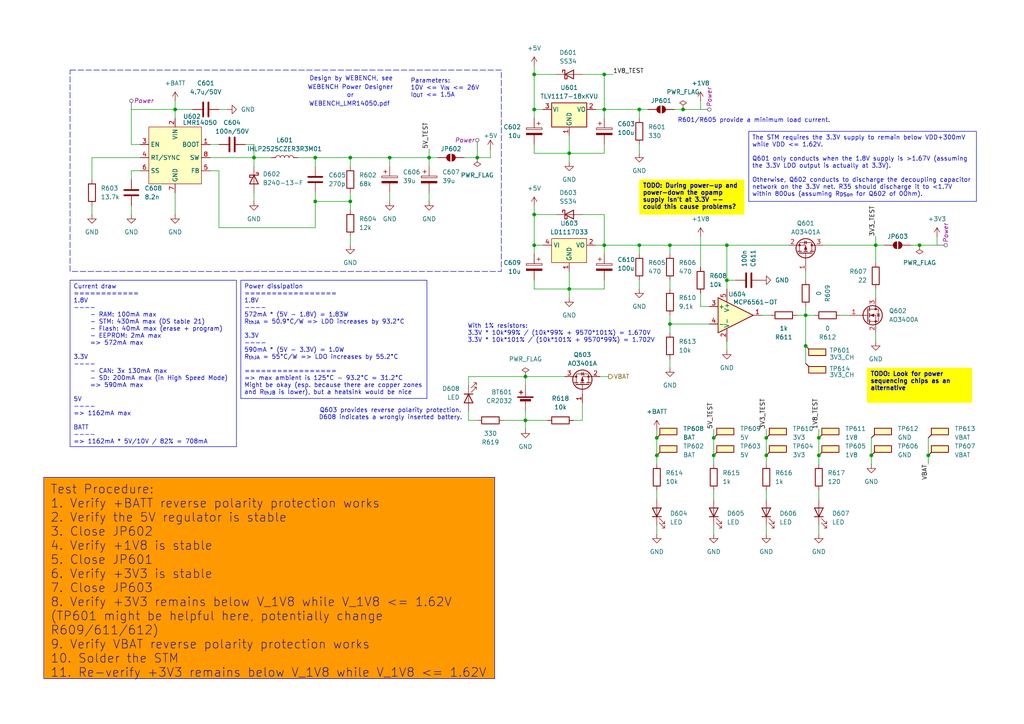
<source format=kicad_sch>
(kicad_sch
	(version 20231120)
	(generator "eeschema")
	(generator_version "8.0")
	(uuid "df468a5f-8f0e-4031-bd7f-935b2115e130")
	(paper "A4")
	
	(junction
		(at 175.26 21.59)
		(diameter 0)
		(color 0 0 0 0)
		(uuid "033b86e3-6e4d-45fc-bf41-90627dddabad")
	)
	(junction
		(at 154.94 71.12)
		(diameter 0)
		(color 0 0 0 0)
		(uuid "088479ef-4677-481b-97c7-206efdff7194")
	)
	(junction
		(at 154.94 21.59)
		(diameter 0)
		(color 0 0 0 0)
		(uuid "0fcf4814-e598-4c54-a24f-bb514d53d2ba")
	)
	(junction
		(at 252.73 132.08)
		(diameter 0)
		(color 0 0 0 0)
		(uuid "10ecb38f-2f5c-4617-bc2c-05f2459a35f1")
	)
	(junction
		(at 91.44 45.72)
		(diameter 0)
		(color 0 0 0 0)
		(uuid "139ac5ac-79f7-426a-ace2-dbffd9d106bd")
	)
	(junction
		(at 194.31 93.98)
		(diameter 0)
		(color 0 0 0 0)
		(uuid "149dd256-c2aa-41b3-980a-d89ecaee0a1b")
	)
	(junction
		(at 185.42 71.12)
		(diameter 0)
		(color 0 0 0 0)
		(uuid "17ed7957-f1f6-4443-bacf-1f025adce826")
	)
	(junction
		(at 194.31 71.12)
		(diameter 0)
		(color 0 0 0 0)
		(uuid "1b1e25bf-1aff-4f5f-91fd-03b4ee6da8ea")
	)
	(junction
		(at 233.68 91.44)
		(diameter 0)
		(color 0 0 0 0)
		(uuid "1bc8d897-12a9-46fb-865f-1a6587282357")
	)
	(junction
		(at 175.26 31.75)
		(diameter 0)
		(color 0 0 0 0)
		(uuid "22ad45f1-39ec-4644-9ed8-f842ef3026a9")
	)
	(junction
		(at 165.1 83.82)
		(diameter 0)
		(color 0 0 0 0)
		(uuid "28c998f9-bc05-427c-92ff-58fde7c8d5f5")
	)
	(junction
		(at 269.24 132.08)
		(diameter 0)
		(color 0 0 0 0)
		(uuid "292ea612-107e-41e4-a85b-b7a5eafecab0")
	)
	(junction
		(at 165.1 44.45)
		(diameter 0)
		(color 0 0 0 0)
		(uuid "2a3dbaaf-4822-4634-a978-2d7385f63a15")
	)
	(junction
		(at 175.26 71.12)
		(diameter 0)
		(color 0 0 0 0)
		(uuid "2e778464-022d-4230-9cda-283e5941b0d7")
	)
	(junction
		(at 210.82 71.12)
		(diameter 0)
		(color 0 0 0 0)
		(uuid "3ab222a4-074e-453f-8890-3e89ec4f071f")
	)
	(junction
		(at 91.44 58.42)
		(diameter 0)
		(color 0 0 0 0)
		(uuid "3dc4b306-70e6-426e-bef3-79379a5ad9ca")
	)
	(junction
		(at 207.01 132.08)
		(diameter 0)
		(color 0 0 0 0)
		(uuid "41141a79-eb40-457c-b4e1-bac358c05bb1")
	)
	(junction
		(at 237.49 127)
		(diameter 0)
		(color 0 0 0 0)
		(uuid "443de08a-4432-466f-9a63-5d0a434b5add")
	)
	(junction
		(at 124.46 45.72)
		(diameter 0)
		(color 0 0 0 0)
		(uuid "49ec58ad-6855-4b11-bd4c-7f8d42f80a5a")
	)
	(junction
		(at 152.4 121.92)
		(diameter 0)
		(color 0 0 0 0)
		(uuid "4f8511fc-bfd3-4564-818b-a49886ead6dc")
	)
	(junction
		(at 222.25 127)
		(diameter 0)
		(color 0 0 0 0)
		(uuid "4ffaa19e-afbe-4d1a-afae-898d3159ae98")
	)
	(junction
		(at 101.6 45.72)
		(diameter 0)
		(color 0 0 0 0)
		(uuid "5593be3b-d09a-4d9e-b88a-61719db3b63e")
	)
	(junction
		(at 154.94 31.75)
		(diameter 0)
		(color 0 0 0 0)
		(uuid "7565e96e-dfa5-4295-bef7-c78f7b02c8c5")
	)
	(junction
		(at 113.03 45.72)
		(diameter 0)
		(color 0 0 0 0)
		(uuid "78768665-b3b3-475f-b0dc-aca889063827")
	)
	(junction
		(at 210.82 81.28)
		(diameter 0)
		(color 0 0 0 0)
		(uuid "7fa57139-5e2e-4910-8fa5-e2e2cc5f85f7")
	)
	(junction
		(at 152.4 109.22)
		(diameter 0)
		(color 0 0 0 0)
		(uuid "82d93e0f-66ec-4600-ab51-0d5c5d5ee475")
	)
	(junction
		(at 254 71.12)
		(diameter 0)
		(color 0 0 0 0)
		(uuid "8b4c5fd0-28fa-4d8f-bd64-3ee31ffb3b1d")
	)
	(junction
		(at 50.8 31.75)
		(diameter 0)
		(color 0 0 0 0)
		(uuid "8c216574-3e74-477c-b49e-2fcbb44ff291")
	)
	(junction
		(at 222.25 132.08)
		(diameter 0)
		(color 0 0 0 0)
		(uuid "91655a4d-5508-4abc-88c2-261bf5a8c141")
	)
	(junction
		(at 266.7 71.12)
		(diameter 0)
		(color 0 0 0 0)
		(uuid "94b67dd1-3a8a-4e9c-b805-b829feebafbf")
	)
	(junction
		(at 101.6 58.42)
		(diameter 0)
		(color 0 0 0 0)
		(uuid "a03ff8de-598f-4f3a-9f91-d8e891f97ebb")
	)
	(junction
		(at 190.5 127)
		(diameter 0)
		(color 0 0 0 0)
		(uuid "a9e54680-06fc-4540-8b52-9ee4304c43da")
	)
	(junction
		(at 233.68 100.33)
		(diameter 0)
		(color 0 0 0 0)
		(uuid "ac33239a-4437-4233-941c-3b3d7abd6bbc")
	)
	(junction
		(at 190.5 132.08)
		(diameter 0)
		(color 0 0 0 0)
		(uuid "b06e544c-1d04-48b5-8a4d-40c20f84349c")
	)
	(junction
		(at 154.94 62.23)
		(diameter 0)
		(color 0 0 0 0)
		(uuid "c17ffdcc-dc03-4d01-8d2e-c557aec4f12f")
	)
	(junction
		(at 207.01 127)
		(diameter 0)
		(color 0 0 0 0)
		(uuid "d2edfb76-f03e-4bc6-9eb0-5dcd9e390cfc")
	)
	(junction
		(at 138.43 45.72)
		(diameter 0)
		(color 0 0 0 0)
		(uuid "d329e8e8-757d-4c0b-bddc-5e3e4421d406")
	)
	(junction
		(at 185.42 31.75)
		(diameter 0)
		(color 0 0 0 0)
		(uuid "d7761b64-939a-4562-9d28-64e0cfd3bd4f")
	)
	(junction
		(at 237.49 132.08)
		(diameter 0)
		(color 0 0 0 0)
		(uuid "dbc1ace0-57b1-4518-ade0-fc690098dc88")
	)
	(junction
		(at 73.66 45.72)
		(diameter 0)
		(color 0 0 0 0)
		(uuid "f8e59597-f327-4db4-b496-71fda640eebc")
	)
	(junction
		(at 198.12 31.75)
		(diameter 0)
		(color 0 0 0 0)
		(uuid "f8eee33a-f754-4665-8b93-6ff12c94721a")
	)
	(wire
		(pts
			(xy 233.68 81.28) (xy 233.68 78.74)
		)
		(stroke
			(width 0)
			(type default)
		)
		(uuid "027494f1-8be0-41e5-b295-bf09ff6d93e1")
	)
	(wire
		(pts
			(xy 194.31 93.98) (xy 194.31 96.52)
		)
		(stroke
			(width 0)
			(type default)
		)
		(uuid "03f894bb-e6af-409c-8d59-9c2206896ac7")
	)
	(wire
		(pts
			(xy 113.03 45.72) (xy 113.03 48.26)
		)
		(stroke
			(width 0)
			(type default)
		)
		(uuid "04600dad-02d4-45d7-81cf-f91c982990d5")
	)
	(wire
		(pts
			(xy 222.25 127) (xy 222.25 132.08)
		)
		(stroke
			(width 0)
			(type default)
		)
		(uuid "04ff1020-7c0c-458d-8289-5861d8f98557")
	)
	(wire
		(pts
			(xy 154.94 21.59) (xy 154.94 31.75)
		)
		(stroke
			(width 0)
			(type default)
		)
		(uuid "067feeba-beab-484d-ba22-ba0d675165ad")
	)
	(wire
		(pts
			(xy 91.44 45.72) (xy 101.6 45.72)
		)
		(stroke
			(width 0)
			(type default)
		)
		(uuid "06fee1d4-2c87-4544-b35e-7a3aa2f454a6")
	)
	(wire
		(pts
			(xy 271.78 68.58) (xy 271.78 71.12)
		)
		(stroke
			(width 0)
			(type default)
		)
		(uuid "0774b331-6b85-4d27-9eb5-2ab9301160ca")
	)
	(wire
		(pts
			(xy 205.74 88.9) (xy 203.2 88.9)
		)
		(stroke
			(width 0)
			(type default)
		)
		(uuid "07e62dc7-81db-49e6-be17-4b2ae78f4ad4")
	)
	(wire
		(pts
			(xy 134.62 45.72) (xy 138.43 45.72)
		)
		(stroke
			(width 0)
			(type default)
		)
		(uuid "086e9444-a375-4681-a044-c55aee700f85")
	)
	(wire
		(pts
			(xy 73.66 55.88) (xy 73.66 58.42)
		)
		(stroke
			(width 0)
			(type default)
		)
		(uuid "09573136-193d-4167-ad73-88bc1fd3b72b")
	)
	(wire
		(pts
			(xy 152.4 119.38) (xy 152.4 121.92)
		)
		(stroke
			(width 0)
			(type default)
		)
		(uuid "0a13b0ea-91fc-44c2-aca4-7a009970e5e4")
	)
	(wire
		(pts
			(xy 210.82 71.12) (xy 210.82 81.28)
		)
		(stroke
			(width 0)
			(type default)
		)
		(uuid "0c1c0350-72fe-4a09-bb38-7261d056f7f3")
	)
	(wire
		(pts
			(xy 154.94 62.23) (xy 161.29 62.23)
		)
		(stroke
			(width 0)
			(type default)
		)
		(uuid "10400271-a9a8-4ac9-8dc9-5a8df7e20104")
	)
	(wire
		(pts
			(xy 165.1 44.45) (xy 165.1 46.99)
		)
		(stroke
			(width 0)
			(type default)
		)
		(uuid "1194214f-2017-43e0-ac0d-88e0defa537a")
	)
	(wire
		(pts
			(xy 154.94 83.82) (xy 165.1 83.82)
		)
		(stroke
			(width 0)
			(type default)
		)
		(uuid "126add24-f212-40ae-b7d3-ae11a23f3867")
	)
	(wire
		(pts
			(xy 154.94 21.59) (xy 161.29 21.59)
		)
		(stroke
			(width 0)
			(type default)
		)
		(uuid "12ac3a73-912f-4a22-b194-e1b8db39be33")
	)
	(wire
		(pts
			(xy 271.78 71.12) (xy 266.7 71.12)
		)
		(stroke
			(width 0)
			(type default)
		)
		(uuid "14c84ddd-53ad-421a-806e-5cd70672de3d")
	)
	(wire
		(pts
			(xy 243.84 91.44) (xy 246.38 91.44)
		)
		(stroke
			(width 0)
			(type default)
		)
		(uuid "1b295605-b966-4ef4-95cd-520437ddc6ea")
	)
	(wire
		(pts
			(xy 231.14 91.44) (xy 233.68 91.44)
		)
		(stroke
			(width 0)
			(type default)
		)
		(uuid "1b4bf620-6833-46bf-95f9-731ab3cb0221")
	)
	(wire
		(pts
			(xy 203.2 88.9) (xy 203.2 85.09)
		)
		(stroke
			(width 0)
			(type default)
		)
		(uuid "1ccf646a-6d36-4e88-96d4-9b3192f170bd")
	)
	(wire
		(pts
			(xy 207.01 124.46) (xy 207.01 127)
		)
		(stroke
			(width 0)
			(type default)
		)
		(uuid "1f064c33-3390-4b3d-9ad6-4a95f600448d")
	)
	(wire
		(pts
			(xy 38.1 49.53) (xy 38.1 52.07)
		)
		(stroke
			(width 0)
			(type default)
		)
		(uuid "1f0e2374-15b4-445d-a00a-4307115cbb7d")
	)
	(wire
		(pts
			(xy 194.31 81.28) (xy 194.31 83.82)
		)
		(stroke
			(width 0)
			(type default)
		)
		(uuid "226ef9a7-5d8d-493e-a85c-c6cb75cebe5c")
	)
	(wire
		(pts
			(xy 101.6 68.58) (xy 101.6 71.12)
		)
		(stroke
			(width 0)
			(type default)
		)
		(uuid "24152eea-ae95-4007-bf3a-2cb3b70d5684")
	)
	(wire
		(pts
			(xy 233.68 91.44) (xy 236.22 91.44)
		)
		(stroke
			(width 0)
			(type default)
		)
		(uuid "26328bb9-36e6-4912-b3f2-8d61571ac589")
	)
	(wire
		(pts
			(xy 135.89 109.22) (xy 152.4 109.22)
		)
		(stroke
			(width 0)
			(type default)
		)
		(uuid "26c2a341-03a0-454c-b765-93ab7d6e39c5")
	)
	(wire
		(pts
			(xy 154.94 31.75) (xy 154.94 34.29)
		)
		(stroke
			(width 0)
			(type default)
		)
		(uuid "26e783b5-8f3e-4db7-8304-549ebca6b0bd")
	)
	(wire
		(pts
			(xy 101.6 45.72) (xy 113.03 45.72)
		)
		(stroke
			(width 0)
			(type default)
		)
		(uuid "2767f91e-43a8-4848-9863-9f609dae5c15")
	)
	(wire
		(pts
			(xy 254 71.12) (xy 256.54 71.12)
		)
		(stroke
			(width 0)
			(type default)
		)
		(uuid "2967bfac-6e89-47e7-b0ba-56a9c7b8caec")
	)
	(wire
		(pts
			(xy 175.26 41.91) (xy 175.26 44.45)
		)
		(stroke
			(width 0)
			(type default)
		)
		(uuid "29f0999f-e6c9-402c-ab7d-170fbdc3588a")
	)
	(wire
		(pts
			(xy 233.68 100.33) (xy 233.68 91.44)
		)
		(stroke
			(width 0)
			(type default)
		)
		(uuid "2c8d550d-ad1a-4bfc-9859-2a6691124fa0")
	)
	(wire
		(pts
			(xy 252.73 127) (xy 252.73 132.08)
		)
		(stroke
			(width 0)
			(type default)
		)
		(uuid "2e9dcd95-ce49-4684-802f-c7388d23ede9")
	)
	(wire
		(pts
			(xy 210.82 81.28) (xy 210.82 83.82)
		)
		(stroke
			(width 0)
			(type default)
		)
		(uuid "2fd0b49a-2cb1-4b09-9a51-01b350604006")
	)
	(wire
		(pts
			(xy 63.5 49.53) (xy 60.96 49.53)
		)
		(stroke
			(width 0)
			(type default)
		)
		(uuid "3083f4dc-d54f-472b-a880-edb429ea8776")
	)
	(wire
		(pts
			(xy 138.43 43.18) (xy 138.43 45.72)
		)
		(stroke
			(width 0)
			(type default)
		)
		(uuid "31549357-47f1-4e2b-8034-cb80b7e285e4")
	)
	(wire
		(pts
			(xy 50.8 55.88) (xy 50.8 62.23)
		)
		(stroke
			(width 0)
			(type default)
		)
		(uuid "31dd57a6-5c37-43a7-92d2-d2070e8930fa")
	)
	(wire
		(pts
			(xy 207.01 152.4) (xy 207.01 154.94)
		)
		(stroke
			(width 0)
			(type default)
		)
		(uuid "387ba878-8c78-4dc7-ba36-104850e4100e")
	)
	(wire
		(pts
			(xy 175.26 44.45) (xy 165.1 44.45)
		)
		(stroke
			(width 0)
			(type default)
		)
		(uuid "38ba07cf-1d63-4dfa-8508-f6c7cb1a5a3c")
	)
	(wire
		(pts
			(xy 252.73 132.08) (xy 252.73 134.62)
		)
		(stroke
			(width 0)
			(type default)
		)
		(uuid "3a5aef19-74b8-41fc-b8c2-8cc585d242b8")
	)
	(wire
		(pts
			(xy 194.31 91.44) (xy 194.31 93.98)
		)
		(stroke
			(width 0)
			(type default)
		)
		(uuid "3b18f976-4de5-4181-b3dd-60a54621a261")
	)
	(wire
		(pts
			(xy 38.1 59.69) (xy 38.1 62.23)
		)
		(stroke
			(width 0)
			(type default)
		)
		(uuid "3b4d3a08-ebd2-4672-9290-8bf4f2eb89ec")
	)
	(wire
		(pts
			(xy 124.46 43.18) (xy 124.46 45.72)
		)
		(stroke
			(width 0)
			(type default)
		)
		(uuid "3cbf68bb-4631-489e-875c-6ff7843fcc4d")
	)
	(wire
		(pts
			(xy 73.66 45.72) (xy 73.66 41.91)
		)
		(stroke
			(width 0)
			(type default)
		)
		(uuid "3d076f45-01bf-4a87-a5f6-23d00c44bcab")
	)
	(wire
		(pts
			(xy 73.66 45.72) (xy 73.66 48.26)
		)
		(stroke
			(width 0)
			(type default)
		)
		(uuid "3da5167f-6b34-4dd8-9b2c-be3a5e9e8b17")
	)
	(wire
		(pts
			(xy 173.99 109.22) (xy 176.53 109.22)
		)
		(stroke
			(width 0)
			(type default)
		)
		(uuid "3ec7486a-1b32-4d6b-a9e1-d4eff0a945ea")
	)
	(wire
		(pts
			(xy 175.26 71.12) (xy 185.42 71.12)
		)
		(stroke
			(width 0)
			(type default)
		)
		(uuid "3f0ac988-fe24-45ae-9884-6e20a0244ade")
	)
	(wire
		(pts
			(xy 124.46 45.72) (xy 124.46 48.26)
		)
		(stroke
			(width 0)
			(type default)
		)
		(uuid "3f99510e-000c-45f6-ac25-3632896d89e3")
	)
	(wire
		(pts
			(xy 210.82 99.06) (xy 210.82 101.6)
		)
		(stroke
			(width 0)
			(type default)
		)
		(uuid "400ca97b-ba03-4fb2-bb3d-7f4c5851331e")
	)
	(wire
		(pts
			(xy 254 71.12) (xy 254 76.2)
		)
		(stroke
			(width 0)
			(type default)
		)
		(uuid "4064c033-0ac2-408e-9885-95c205954a2a")
	)
	(wire
		(pts
			(xy 165.1 83.82) (xy 165.1 86.36)
		)
		(stroke
			(width 0)
			(type default)
		)
		(uuid "41fac983-dd02-4c56-98ce-6abb1965f621")
	)
	(wire
		(pts
			(xy 101.6 58.42) (xy 101.6 60.96)
		)
		(stroke
			(width 0)
			(type default)
		)
		(uuid "425e9e27-2d6e-4368-be9f-9f7fa0152b8d")
	)
	(wire
		(pts
			(xy 222.25 132.08) (xy 222.25 134.62)
		)
		(stroke
			(width 0)
			(type default)
		)
		(uuid "43711ac2-da6b-4dbc-990e-0a9b22850073")
	)
	(wire
		(pts
			(xy 91.44 55.88) (xy 91.44 58.42)
		)
		(stroke
			(width 0)
			(type default)
		)
		(uuid "451925f8-5497-476d-9fa3-19105c227677")
	)
	(wire
		(pts
			(xy 168.91 121.92) (xy 166.37 121.92)
		)
		(stroke
			(width 0)
			(type default)
		)
		(uuid "45400d3c-399c-4bcf-acad-34b1551c7e85")
	)
	(wire
		(pts
			(xy 124.46 45.72) (xy 127 45.72)
		)
		(stroke
			(width 0)
			(type default)
		)
		(uuid "4769183f-8259-4d54-856e-2c67b60a78b5")
	)
	(wire
		(pts
			(xy 60.96 45.72) (xy 73.66 45.72)
		)
		(stroke
			(width 0)
			(type default)
		)
		(uuid "4c8efe17-30cf-4c24-a938-9c56c88be737")
	)
	(wire
		(pts
			(xy 63.5 66.04) (xy 63.5 49.53)
		)
		(stroke
			(width 0)
			(type default)
		)
		(uuid "4f7895f9-c823-42be-bb3b-d314e914310d")
	)
	(wire
		(pts
			(xy 175.26 31.75) (xy 175.26 21.59)
		)
		(stroke
			(width 0)
			(type default)
		)
		(uuid "525a8ea3-e977-41b0-af70-f563de516065")
	)
	(wire
		(pts
			(xy 222.25 124.46) (xy 222.25 127)
		)
		(stroke
			(width 0)
			(type default)
		)
		(uuid "52bd8604-ffb3-4e81-b8d7-2c848766ede6")
	)
	(wire
		(pts
			(xy 207.01 142.24) (xy 207.01 144.78)
		)
		(stroke
			(width 0)
			(type default)
		)
		(uuid "53b250fe-4564-4a87-8b0f-5eedcb1a9b1d")
	)
	(wire
		(pts
			(xy 175.26 71.12) (xy 175.26 73.66)
		)
		(stroke
			(width 0)
			(type default)
		)
		(uuid "53bb5a56-1cb4-474f-8ee8-5c10f767b1f7")
	)
	(wire
		(pts
			(xy 185.42 71.12) (xy 185.42 73.66)
		)
		(stroke
			(width 0)
			(type default)
		)
		(uuid "53ca3169-30e4-4161-b857-1b331da8bc1c")
	)
	(wire
		(pts
			(xy 40.64 45.72) (xy 26.67 45.72)
		)
		(stroke
			(width 0)
			(type default)
		)
		(uuid "5c844707-0057-4f04-a597-0f20c052041e")
	)
	(wire
		(pts
			(xy 154.94 31.75) (xy 157.48 31.75)
		)
		(stroke
			(width 0)
			(type default)
		)
		(uuid "5cc1f538-28a9-40a9-8743-e42c61f9986e")
	)
	(wire
		(pts
			(xy 237.49 132.08) (xy 237.49 134.62)
		)
		(stroke
			(width 0)
			(type default)
		)
		(uuid "5dad0779-be00-4b89-9fbf-60bb2db7eafe")
	)
	(wire
		(pts
			(xy 135.89 111.76) (xy 135.89 109.22)
		)
		(stroke
			(width 0)
			(type default)
		)
		(uuid "619bf4f4-117d-45ac-9492-74bd143d2973")
	)
	(wire
		(pts
			(xy 154.94 71.12) (xy 154.94 73.66)
		)
		(stroke
			(width 0)
			(type default)
		)
		(uuid "62d60fd4-6954-4df1-aa0c-fc1c38cd9166")
	)
	(wire
		(pts
			(xy 190.5 132.08) (xy 190.5 134.62)
		)
		(stroke
			(width 0)
			(type default)
		)
		(uuid "636c06ed-c7f5-4e90-9a7c-fdd58ee0a112")
	)
	(wire
		(pts
			(xy 210.82 81.28) (xy 213.36 81.28)
		)
		(stroke
			(width 0)
			(type default)
		)
		(uuid "63de1dad-10b1-49f5-9394-f9181c2da7ca")
	)
	(wire
		(pts
			(xy 154.94 71.12) (xy 157.48 71.12)
		)
		(stroke
			(width 0)
			(type default)
		)
		(uuid "6715b553-cb04-43aa-bf9b-5ecce0759c7d")
	)
	(wire
		(pts
			(xy 142.24 45.72) (xy 142.24 43.18)
		)
		(stroke
			(width 0)
			(type default)
		)
		(uuid "6804acdb-35f5-4567-b142-d0bf8b893290")
	)
	(wire
		(pts
			(xy 269.24 132.08) (xy 269.24 134.62)
		)
		(stroke
			(width 0)
			(type default)
		)
		(uuid "682d3172-a538-4c7f-ba00-9fc8fbbb057d")
	)
	(wire
		(pts
			(xy 203.2 68.58) (xy 203.2 77.47)
		)
		(stroke
			(width 0)
			(type default)
		)
		(uuid "684ea77e-7757-4d32-971c-da8cdd4aa3b4")
	)
	(wire
		(pts
			(xy 222.25 152.4) (xy 222.25 154.94)
		)
		(stroke
			(width 0)
			(type default)
		)
		(uuid "687e5f67-437b-4b2b-a1ec-37aa97126c71")
	)
	(wire
		(pts
			(xy 237.49 142.24) (xy 237.49 144.78)
		)
		(stroke
			(width 0)
			(type default)
		)
		(uuid "6d130f2c-2dea-45ed-9755-3eff65cdd985")
	)
	(wire
		(pts
			(xy 154.94 81.28) (xy 154.94 83.82)
		)
		(stroke
			(width 0)
			(type default)
		)
		(uuid "6d7790f6-bfd1-4f91-af04-c58136ae9af2")
	)
	(wire
		(pts
			(xy 146.05 121.92) (xy 152.4 121.92)
		)
		(stroke
			(width 0)
			(type default)
		)
		(uuid "6d7e41c6-262b-446c-89bc-5128af1fd4aa")
	)
	(wire
		(pts
			(xy 138.43 121.92) (xy 135.89 121.92)
		)
		(stroke
			(width 0)
			(type default)
		)
		(uuid "70149654-788e-4cb5-92e2-ef089cc2506c")
	)
	(wire
		(pts
			(xy 50.8 34.29) (xy 50.8 31.75)
		)
		(stroke
			(width 0)
			(type default)
		)
		(uuid "706676ab-4c9a-4ca3-a936-7d86ffb55978")
	)
	(wire
		(pts
			(xy 207.01 127) (xy 207.01 132.08)
		)
		(stroke
			(width 0)
			(type default)
		)
		(uuid "706876e4-f34a-4cb0-95e4-f96750a51400")
	)
	(wire
		(pts
			(xy 168.91 21.59) (xy 175.26 21.59)
		)
		(stroke
			(width 0)
			(type default)
		)
		(uuid "709ac992-9062-425a-8b6e-36ad71631f24")
	)
	(wire
		(pts
			(xy 124.46 55.88) (xy 124.46 58.42)
		)
		(stroke
			(width 0)
			(type default)
		)
		(uuid "70e85228-5feb-4e92-be1d-907b3bb25df5")
	)
	(wire
		(pts
			(xy 203.2 31.75) (xy 198.12 31.75)
		)
		(stroke
			(width 0)
			(type default)
		)
		(uuid "7a8a0f93-32dc-4aa1-895e-1124d0add1cc")
	)
	(wire
		(pts
			(xy 175.26 34.29) (xy 175.26 31.75)
		)
		(stroke
			(width 0)
			(type default)
		)
		(uuid "7abeea01-4baf-4e1d-a07b-8862e6e64b81")
	)
	(wire
		(pts
			(xy 254 71.12) (xy 254 68.58)
		)
		(stroke
			(width 0)
			(type default)
		)
		(uuid "7ad4a52b-8977-429d-a3a2-a8d2ce947621")
	)
	(wire
		(pts
			(xy 175.26 81.28) (xy 175.26 83.82)
		)
		(stroke
			(width 0)
			(type default)
		)
		(uuid "7bf595ea-4c4d-46ce-8b69-6d0db4e5cfba")
	)
	(wire
		(pts
			(xy 175.26 83.82) (xy 165.1 83.82)
		)
		(stroke
			(width 0)
			(type default)
		)
		(uuid "803e9948-efc8-40ef-b4ed-3c5a1a7183b1")
	)
	(wire
		(pts
			(xy 237.49 152.4) (xy 237.49 154.94)
		)
		(stroke
			(width 0)
			(type default)
		)
		(uuid "80b3bbae-d772-4b71-b8da-f6a126b23806")
	)
	(wire
		(pts
			(xy 194.31 93.98) (xy 205.74 93.98)
		)
		(stroke
			(width 0)
			(type default)
		)
		(uuid "8131c180-0389-44ea-a3ba-b0b0b64b9ac0")
	)
	(wire
		(pts
			(xy 50.8 29.21) (xy 50.8 31.75)
		)
		(stroke
			(width 0)
			(type default)
		)
		(uuid "86d718b1-f6be-45eb-ae7e-1a43d583b47d")
	)
	(wire
		(pts
			(xy 165.1 39.37) (xy 165.1 44.45)
		)
		(stroke
			(width 0)
			(type default)
		)
		(uuid "873625c3-f554-4cf6-b48f-b1541b7e27d8")
	)
	(wire
		(pts
			(xy 190.5 124.46) (xy 190.5 127)
		)
		(stroke
			(width 0)
			(type default)
		)
		(uuid "876541e4-ee4f-4772-a040-786639bfae51")
	)
	(wire
		(pts
			(xy 194.31 71.12) (xy 194.31 73.66)
		)
		(stroke
			(width 0)
			(type default)
		)
		(uuid "88f09732-cba3-4e15-a602-0bd5724e6e16")
	)
	(wire
		(pts
			(xy 152.4 121.92) (xy 158.75 121.92)
		)
		(stroke
			(width 0)
			(type default)
		)
		(uuid "8a1e5aab-e31f-45c6-b328-da8e2022f10a")
	)
	(wire
		(pts
			(xy 154.94 19.05) (xy 154.94 21.59)
		)
		(stroke
			(width 0)
			(type default)
		)
		(uuid "8f084e4e-cbbd-47fe-bf87-599cfbe3888c")
	)
	(wire
		(pts
			(xy 233.68 100.33) (xy 233.68 105.41)
		)
		(stroke
			(width 0)
			(type default)
		)
		(uuid "9160dda3-122d-41f4-8459-f7fa1a6b10d1")
	)
	(wire
		(pts
			(xy 38.1 41.91) (xy 38.1 31.75)
		)
		(stroke
			(width 0)
			(type default)
		)
		(uuid "977bbfdf-c816-444c-ad00-6d779fcb1612")
	)
	(wire
		(pts
			(xy 152.4 121.92) (xy 152.4 124.46)
		)
		(stroke
			(width 0)
			(type default)
		)
		(uuid "99c45778-b83b-4b0e-bd37-cd08a6f4e891")
	)
	(wire
		(pts
			(xy 154.94 41.91) (xy 154.94 44.45)
		)
		(stroke
			(width 0)
			(type default)
		)
		(uuid "9b3341ac-c427-47f6-b4e8-99ff8604a587")
	)
	(wire
		(pts
			(xy 220.98 91.44) (xy 223.52 91.44)
		)
		(stroke
			(width 0)
			(type default)
		)
		(uuid "9bf55dbf-44fb-4335-8549-478e8c364ae9")
	)
	(wire
		(pts
			(xy 185.42 81.28) (xy 185.42 83.82)
		)
		(stroke
			(width 0)
			(type default)
		)
		(uuid "9f0d5d41-03f1-4499-9a85-ea22ca796c42")
	)
	(wire
		(pts
			(xy 73.66 41.91) (xy 71.12 41.91)
		)
		(stroke
			(width 0)
			(type default)
		)
		(uuid "9f7b8a0e-d1af-4b84-a686-495058ec36e9")
	)
	(wire
		(pts
			(xy 113.03 55.88) (xy 113.03 58.42)
		)
		(stroke
			(width 0)
			(type default)
		)
		(uuid "a36163bc-ede4-4393-bba4-86eb4a758221")
	)
	(wire
		(pts
			(xy 101.6 45.72) (xy 101.6 48.26)
		)
		(stroke
			(width 0)
			(type default)
		)
		(uuid "a3976c7e-aae2-44cd-839d-35921c0f1236")
	)
	(wire
		(pts
			(xy 190.5 152.4) (xy 190.5 154.94)
		)
		(stroke
			(width 0)
			(type default)
		)
		(uuid "a46a33fd-9161-4a8c-acf8-32c34972c39d")
	)
	(wire
		(pts
			(xy 194.31 104.14) (xy 194.31 106.68)
		)
		(stroke
			(width 0)
			(type default)
		)
		(uuid "a47683f7-a932-49bc-b9cb-25db3e50a811")
	)
	(wire
		(pts
			(xy 86.36 45.72) (xy 91.44 45.72)
		)
		(stroke
			(width 0)
			(type default)
		)
		(uuid "a4ad3a28-7b64-4b73-9d8f-b815e3284910")
	)
	(wire
		(pts
			(xy 237.49 127) (xy 237.49 132.08)
		)
		(stroke
			(width 0)
			(type default)
		)
		(uuid "a68a77bc-4ab6-48df-9853-4319047a3820")
	)
	(wire
		(pts
			(xy 38.1 31.75) (xy 50.8 31.75)
		)
		(stroke
			(width 0)
			(type default)
		)
		(uuid "a8d864b8-2dc1-4b29-9bcc-47037df81f0f")
	)
	(wire
		(pts
			(xy 91.44 58.42) (xy 101.6 58.42)
		)
		(stroke
			(width 0)
			(type default)
		)
		(uuid "ace800d3-c9e6-4cbd-a6e4-0fb2e9de1fe4")
	)
	(wire
		(pts
			(xy 190.5 127) (xy 190.5 132.08)
		)
		(stroke
			(width 0)
			(type default)
		)
		(uuid "ad6baa9f-7f81-4629-8c50-a366a86ebca6")
	)
	(wire
		(pts
			(xy 190.5 142.24) (xy 190.5 144.78)
		)
		(stroke
			(width 0)
			(type default)
		)
		(uuid "af79f1d5-3de9-4410-b2d1-9572a586cb24")
	)
	(wire
		(pts
			(xy 172.72 31.75) (xy 175.26 31.75)
		)
		(stroke
			(width 0)
			(type default)
		)
		(uuid "afd7504b-6cd1-4819-930f-5bf7deb61d7a")
	)
	(wire
		(pts
			(xy 40.64 49.53) (xy 38.1 49.53)
		)
		(stroke
			(width 0)
			(type default)
		)
		(uuid "b4ad6ef3-0460-46b1-9cba-1a2d7eee63d6")
	)
	(wire
		(pts
			(xy 185.42 71.12) (xy 194.31 71.12)
		)
		(stroke
			(width 0)
			(type default)
		)
		(uuid "b57602fc-84f7-4f06-9c89-b138b292161e")
	)
	(wire
		(pts
			(xy 175.26 21.59) (xy 177.8 21.59)
		)
		(stroke
			(width 0)
			(type default)
		)
		(uuid "b585e366-b6cf-43f3-a7f2-9e78d13834a2")
	)
	(wire
		(pts
			(xy 50.8 31.75) (xy 55.88 31.75)
		)
		(stroke
			(width 0)
			(type default)
		)
		(uuid "b7513599-1e92-4bdd-b56b-96b2edf671b6")
	)
	(wire
		(pts
			(xy 26.67 45.72) (xy 26.67 52.07)
		)
		(stroke
			(width 0)
			(type default)
		)
		(uuid "b7eb9be4-1206-4dd0-be86-4a9fd2c0932e")
	)
	(wire
		(pts
			(xy 266.7 71.12) (xy 264.16 71.12)
		)
		(stroke
			(width 0)
			(type default)
		)
		(uuid "b8d8f044-dcfc-4e1c-80ff-dd84dfb76451")
	)
	(wire
		(pts
			(xy 154.94 59.69) (xy 154.94 62.23)
		)
		(stroke
			(width 0)
			(type default)
		)
		(uuid "bad0b05c-0c09-4336-be42-2d7fbfcb3f5e")
	)
	(wire
		(pts
			(xy 168.91 62.23) (xy 175.26 62.23)
		)
		(stroke
			(width 0)
			(type default)
		)
		(uuid "bc8b99c6-9b61-4764-ac93-973c82c8a517")
	)
	(wire
		(pts
			(xy 238.76 71.12) (xy 254 71.12)
		)
		(stroke
			(width 0)
			(type default)
		)
		(uuid "bdc6a829-1970-430f-81e2-185d374718a9")
	)
	(wire
		(pts
			(xy 254 83.82) (xy 254 86.36)
		)
		(stroke
			(width 0)
			(type default)
		)
		(uuid "be405147-7d96-4ef9-9f72-1783af77fcb0")
	)
	(wire
		(pts
			(xy 154.94 44.45) (xy 165.1 44.45)
		)
		(stroke
			(width 0)
			(type default)
		)
		(uuid "c17f1fd8-3b66-435c-a3a6-44ad109be412")
	)
	(wire
		(pts
			(xy 40.64 41.91) (xy 38.1 41.91)
		)
		(stroke
			(width 0)
			(type default)
		)
		(uuid "c43502d3-2afc-42f1-a7f9-fcdb3879d438")
	)
	(wire
		(pts
			(xy 198.12 31.75) (xy 195.58 31.75)
		)
		(stroke
			(width 0)
			(type default)
		)
		(uuid "c59feec5-6076-4378-9ae4-c3140552680d")
	)
	(wire
		(pts
			(xy 207.01 132.08) (xy 207.01 134.62)
		)
		(stroke
			(width 0)
			(type default)
		)
		(uuid "c5ce8542-0a66-49d4-ad97-7259484106a7")
	)
	(wire
		(pts
			(xy 152.4 109.22) (xy 152.4 111.76)
		)
		(stroke
			(width 0)
			(type default)
		)
		(uuid "cece46ed-5792-49de-82d2-99b9119f1186")
	)
	(wire
		(pts
			(xy 60.96 41.91) (xy 63.5 41.91)
		)
		(stroke
			(width 0)
			(type default)
		)
		(uuid "ceff8b5d-f682-43a1-b742-69062e917526")
	)
	(wire
		(pts
			(xy 91.44 58.42) (xy 91.44 66.04)
		)
		(stroke
			(width 0)
			(type default)
		)
		(uuid "d30dc9f4-acf7-4a55-b569-36186d4b1268")
	)
	(wire
		(pts
			(xy 233.68 91.44) (xy 233.68 88.9)
		)
		(stroke
			(width 0)
			(type default)
		)
		(uuid "d358ada9-e81c-4e84-9e0c-666d8fd6cefe")
	)
	(wire
		(pts
			(xy 269.24 127) (xy 269.24 132.08)
		)
		(stroke
			(width 0)
			(type default)
		)
		(uuid "d57042d8-0d66-4b89-9fe9-d51065021fe6")
	)
	(wire
		(pts
			(xy 175.26 62.23) (xy 175.26 71.12)
		)
		(stroke
			(width 0)
			(type default)
		)
		(uuid "d7e592ce-6da8-4221-a1fa-a98770a14808")
	)
	(wire
		(pts
			(xy 66.04 31.75) (xy 63.5 31.75)
		)
		(stroke
			(width 0)
			(type default)
		)
		(uuid "dc0754b3-89ef-4405-8fbb-bf2ffcd9f381")
	)
	(wire
		(pts
			(xy 91.44 45.72) (xy 91.44 48.26)
		)
		(stroke
			(width 0)
			(type default)
		)
		(uuid "dc88a091-c0fd-4226-9a90-d1813703f7e8")
	)
	(wire
		(pts
			(xy 237.49 124.46) (xy 237.49 127)
		)
		(stroke
			(width 0)
			(type default)
		)
		(uuid "dd7945e5-723d-437e-a060-dda2514846dc")
	)
	(wire
		(pts
			(xy 165.1 78.74) (xy 165.1 83.82)
		)
		(stroke
			(width 0)
			(type default)
		)
		(uuid "de4dac4f-b205-4687-abf7-4e84fa52d122")
	)
	(wire
		(pts
			(xy 175.26 31.75) (xy 185.42 31.75)
		)
		(stroke
			(width 0)
			(type default)
		)
		(uuid "df35eecd-f3da-4248-b153-e13174c1bde2")
	)
	(wire
		(pts
			(xy 222.25 142.24) (xy 222.25 144.78)
		)
		(stroke
			(width 0)
			(type default)
		)
		(uuid "e22d5484-a086-4a2a-a5a4-efc70e600dbe")
	)
	(wire
		(pts
			(xy 194.31 71.12) (xy 210.82 71.12)
		)
		(stroke
			(width 0)
			(type default)
		)
		(uuid "e361ffa5-2875-440d-b45d-60747379227a")
	)
	(wire
		(pts
			(xy 168.91 116.84) (xy 168.91 121.92)
		)
		(stroke
			(width 0)
			(type default)
		)
		(uuid "e61573ce-1e8b-4de4-a71f-0b3b654d479f")
	)
	(wire
		(pts
			(xy 185.42 31.75) (xy 185.42 34.29)
		)
		(stroke
			(width 0)
			(type default)
		)
		(uuid "e67052d0-72bd-422c-a676-db35126bb946")
	)
	(wire
		(pts
			(xy 185.42 31.75) (xy 187.96 31.75)
		)
		(stroke
			(width 0)
			(type default)
		)
		(uuid "e702cef8-cce1-41ae-939e-b7dc44735f4e")
	)
	(wire
		(pts
			(xy 254 96.52) (xy 254 99.06)
		)
		(stroke
			(width 0)
			(type default)
		)
		(uuid "e81804ed-1434-4ca7-a611-62d1e375c9e0")
	)
	(wire
		(pts
			(xy 172.72 71.12) (xy 175.26 71.12)
		)
		(stroke
			(width 0)
			(type default)
		)
		(uuid "ed708e43-9448-4918-9b38-408495575968")
	)
	(wire
		(pts
			(xy 163.83 109.22) (xy 152.4 109.22)
		)
		(stroke
			(width 0)
			(type default)
		)
		(uuid "f1f639ea-ae82-4054-b956-9c3b7da1a6e3")
	)
	(wire
		(pts
			(xy 154.94 62.23) (xy 154.94 71.12)
		)
		(stroke
			(width 0)
			(type default)
		)
		(uuid "f3f5fd24-0573-484e-9a16-b3771b37c640")
	)
	(wire
		(pts
			(xy 210.82 71.12) (xy 228.6 71.12)
		)
		(stroke
			(width 0)
			(type default)
		)
		(uuid "f43661e7-89dd-48aa-997c-800eb20a1d8e")
	)
	(wire
		(pts
			(xy 138.43 45.72) (xy 142.24 45.72)
		)
		(stroke
			(width 0)
			(type default)
		)
		(uuid "f4d35e6f-3c9d-4a6a-87b1-57c9b0148d12")
	)
	(wire
		(pts
			(xy 113.03 45.72) (xy 124.46 45.72)
		)
		(stroke
			(width 0)
			(type default)
		)
		(uuid "f64ef11d-5316-4d2e-b10c-65334294dbf6")
	)
	(wire
		(pts
			(xy 101.6 55.88) (xy 101.6 58.42)
		)
		(stroke
			(width 0)
			(type default)
		)
		(uuid "f724dbe9-f646-4180-ac70-1dd9e57ccefb")
	)
	(wire
		(pts
			(xy 91.44 66.04) (xy 63.5 66.04)
		)
		(stroke
			(width 0)
			(type default)
		)
		(uuid "f75daaab-9f37-46f0-9782-7eb285864171")
	)
	(wire
		(pts
			(xy 135.89 121.92) (xy 135.89 119.38)
		)
		(stroke
			(width 0)
			(type default)
		)
		(uuid "f7e536af-8ed4-470a-9713-fb39cbd2e504")
	)
	(wire
		(pts
			(xy 26.67 59.69) (xy 26.67 62.23)
		)
		(stroke
			(width 0)
			(type default)
		)
		(uuid "f86a6288-acdf-4d6b-a27c-1745acc9da05")
	)
	(wire
		(pts
			(xy 203.2 29.21) (xy 203.2 31.75)
		)
		(stroke
			(width 0)
			(type default)
		)
		(uuid "f9eb36ea-507c-45f5-86e7-5f081b2735cf")
	)
	(wire
		(pts
			(xy 185.42 41.91) (xy 185.42 44.45)
		)
		(stroke
			(width 0)
			(type default)
		)
		(uuid "fcf30094-8bed-4250-8361-7e331a7e0dfb")
	)
	(wire
		(pts
			(xy 73.66 45.72) (xy 78.74 45.72)
		)
		(stroke
			(width 0)
			(type default)
		)
		(uuid "ffbffc39-683e-46d8-8043-cf119e7129a9")
	)
	(rectangle
		(start 20.32 20.32)
		(end 145.415 78.74)
		(stroke
			(width 0)
			(type dash)
		)
		(fill
			(type none)
		)
		(uuid 1aed6e4c-3b19-4aa9-9cc2-2c9f7b5d940a)
	)
	(text_box "TODO: Look for power sequencing chips as an alternative"
		(exclude_from_sim no)
		(at 251.46 106.68 0)
		(size 30.48 10.16)
		(stroke
			(width -0.0001)
			(type default)
		)
		(fill
			(type color)
			(color 255 255 0 1)
		)
		(effects
			(font
				(size 1.27 1.27)
				(thickness 0.254)
				(bold yes)
			)
			(justify left top)
		)
		(uuid "20ebb425-4e03-4026-bbe3-c0bd4f349bdc")
	)
	(text_box "R601/R605 provide a minimum load current."
		(exclude_from_sim no)
		(at 195.58 33.02 0)
		(size 46.99 3.81)
		(stroke
			(width -0.0001)
			(type default)
		)
		(fill
			(type none)
		)
		(effects
			(font
				(size 1.27 1.27)
			)
			(justify left top)
		)
		(uuid "422dcb4e-d616-44d6-9143-84f4aac117da")
	)
	(text_box "Test Procedure:\n1. Verify +BATT reverse polarity protection works\n2. Verify the 5V regulator is stable\n3. Close JP602\n4. Verify +1V8 is stable\n5. Close JP601\n6. Verify +3V3 is stable\n7. Close JP603\n8. Verify +3V3 remains below V_1V8 while V_1V8 <= 1.62V (TP601 might be helpful here, potentially change R609/611/612)\n9. Verify VBAT reverse polarity protection works\n10. Solder the STM\n11. Re-verify +3V3 remains below V_1V8 while V_1V8 <= 1.62V"
		(exclude_from_sim no)
		(at 12.7 138.43 0)
		(size 130.81 58.42)
		(stroke
			(width 0)
			(type default)
		)
		(fill
			(type color)
			(color 255 153 0 1)
		)
		(effects
			(font
				(size 2.54 2.54)
			)
			(justify left top)
		)
		(uuid "5a8d89c5-d660-4a18-8ef1-3cd626cca9ad")
	)
	(text_box "TODO: During power-up and power-down the opamp supply isn't at 3.3V -- could this cause problems?"
		(exclude_from_sim no)
		(at 185.42 52.07 0)
		(size 30.48 10.16)
		(stroke
			(width -0.0001)
			(type default)
		)
		(fill
			(type color)
			(color 255 255 0 1)
		)
		(effects
			(font
				(size 1.27 1.27)
				(thickness 0.254)
				(bold yes)
			)
			(justify left top)
		)
		(uuid "5aef5784-ceab-4646-824c-5c35b7f310f1")
	)
	(text_box "The STM requires the 3.3V supply to remain below VDD+300mV while VDD <= 1.62V.\n\nQ601 only conducts when the 1.8V supply is >1.67V (assuming the 3.3V LDO output is actually at 3.3V).\n\nOtherwise, Q602 conducts to discharge the decoupling capacitor network on the 3.3V net. R35 should discharge it to <1.7V within 800us (assuming R_{DSon} for Q602 of 0Ohm)."
		(exclude_from_sim no)
		(at 217.17 38.1 0)
		(size 66.04 20.32)
		(stroke
			(width 0)
			(type default)
		)
		(fill
			(type none)
		)
		(effects
			(font
				(size 1.27 1.27)
			)
			(justify left top)
		)
		(uuid "9ba3e5fb-8955-479f-bf24-ea36b513bbbb")
	)
	(text_box "Parameters:\n10V <= V_{IN} <= 26V\nI_{OUT} <= 1.5A"
		(exclude_from_sim no)
		(at 118.11 21.59 0)
		(size 22.86 7.62)
		(stroke
			(width -0.0001)
			(type default)
		)
		(fill
			(type none)
		)
		(effects
			(font
				(size 1.27 1.27)
			)
			(justify left top)
		)
		(uuid "a9d36367-188b-467c-aec8-e0e0407aac81")
	)
	(text_box "Power dissipation\n=================\n1.8V\n----\n572mA * (5V - 1.8V) = 1.83W\nR_{thJA} = 50.9°C/W => LDO increases by 93.2°C\n\n3.3V\n----\n590mA * (5V - 3.3V) = 1.0W\nR_{thJA} = 55°C/W => LDO increases by 55.2°C\n\n=================\n=> max ambient is 125°C - 93.2°C = 31.2°C\nMight be okay (esp. because there are copper zones and R_{thJB} is lower), but a heatsink would be nice"
		(exclude_from_sim no)
		(at 69.85 81.28 0)
		(size 53.975 34.29)
		(stroke
			(width 0)
			(type default)
		)
		(fill
			(type none)
		)
		(effects
			(font
				(size 1.27 1.27)
			)
			(justify left top)
		)
		(uuid "b03cc1a4-54d4-44bb-ac23-594779a5590b")
	)
	(text_box "Current draw\n============\n1.8V\n----\n	- RAM: 100mA max\n	- STM: 430mA max (DS table 21)\n	- Flash: 40mA max (erase + program)\n	- EEPROM: 2mA max\n	=> 572mA max\n\n3.3V\n----\n	- CAN: 3x 130mA max\n	- SD: 200mA max (in High Speed Mode)\n	=> 590mA max\n\n5V\n----\n=> 1162mA max\n\nBATT\n----\n=> 1162mA * 5V/10V / 82% = 708mA"
		(exclude_from_sim no)
		(at 20.32 81.28 0)
		(size 48.26 48.26)
		(stroke
			(width 0)
			(type default)
		)
		(fill
			(type none)
		)
		(effects
			(font
				(size 1.27 1.27)
			)
			(justify left top)
		)
		(uuid "f0173cfe-c0e3-4ea3-9370-65c5f947943f")
	)
	(text_box "With 1% resistors:\n3.3V * 10k*99% / (10k*99% + 9570*101%) = 1.670V\n3.3V * 10k*101% / (10k*101% + 9570*99%) = 1.702V"
		(exclude_from_sim no)
		(at 134.62 92.71 0)
		(size 57.15 7.62)
		(stroke
			(width -0.0001)
			(type default)
		)
		(fill
			(type none)
		)
		(effects
			(font
				(size 1.27 1.27)
			)
			(justify left top)
		)
		(uuid "f3d75282-0af2-4ca6-b73e-c592c976d732")
	)
	(text "Q603 provides reverse polarity protection.\nD608 indicates a wrongly inserted battery."
		(exclude_from_sim no)
		(at 113.284 120.142 0)
		(effects
			(font
				(size 1.27 1.27)
			)
		)
		(uuid "26fea88d-24e5-4e22-8fed-f4cf6499b775")
	)
	(text "WEBENCH Power Designer"
		(exclude_from_sim no)
		(at 101.6 25.4 0)
		(effects
			(font
				(size 1.27 1.27)
			)
			(href "https://webench.ti.com/appinfo/webench/scripts/SDP.cgi?ID=242D8FEA37CFF9BF")
		)
		(uuid "49e70cd7-a98e-4825-aea1-7d8b381d4ef9")
	)
	(text "Design by WEBENCH, see"
		(exclude_from_sim no)
		(at 101.854 22.86 0)
		(effects
			(font
				(size 1.27 1.27)
			)
		)
		(uuid "59eb27c3-e2bc-4e99-ad10-06f1f2c8c192")
	)
	(text "or"
		(exclude_from_sim no)
		(at 101.6 27.686 0)
		(effects
			(font
				(size 1.27 1.27)
			)
		)
		(uuid "72f5c0a8-6883-41cb-b6fd-19eca9011b3a")
	)
	(text "WEBENCH_LMR14050.pdf"
		(exclude_from_sim no)
		(at 101.346 30.226 0)
		(effects
			(font
				(size 1.27 1.27)
			)
			(href "file://WEBENCH_LMR14050.pdf")
		)
		(uuid "a3ffde2f-ea0e-42b8-9dd6-f4e9d0757819")
	)
	(label "1V8_TEST"
		(at 177.8 21.59 0)
		(fields_autoplaced yes)
		(effects
			(font
				(size 1.27 1.27)
			)
			(justify left bottom)
		)
		(uuid "15ab27dd-f504-44d4-bcc4-f3674db95d94")
	)
	(label "5V_TEST"
		(at 124.46 43.18 90)
		(fields_autoplaced yes)
		(effects
			(font
				(size 1.27 1.27)
			)
			(justify left bottom)
		)
		(uuid "2cf2471e-1f30-44ac-ab8a-9dfbea62ac59")
	)
	(label "VBAT"
		(at 269.24 134.62 270)
		(fields_autoplaced yes)
		(effects
			(font
				(size 1.27 1.27)
			)
			(justify right bottom)
		)
		(uuid "323f8e20-dca8-4b9a-a69a-9793240ddcf6")
	)
	(label "5V_TEST"
		(at 207.01 124.46 90)
		(fields_autoplaced yes)
		(effects
			(font
				(size 1.27 1.27)
			)
			(justify left bottom)
		)
		(uuid "67e47b9c-a5da-4440-9a14-527e6038efbd")
	)
	(label "1V8_TEST"
		(at 237.49 124.46 90)
		(fields_autoplaced yes)
		(effects
			(font
				(size 1.27 1.27)
			)
			(justify left bottom)
		)
		(uuid "924f7878-a5e8-43c0-b8d0-9bd4599d6f4d")
	)
	(label "3V3_TEST"
		(at 254 68.58 90)
		(fields_autoplaced yes)
		(effects
			(font
				(size 1.27 1.27)
			)
			(justify left bottom)
		)
		(uuid "9a241ffc-802a-45b0-b8b6-0c1becca8b47")
	)
	(label "3V3_TEST"
		(at 222.25 124.46 90)
		(fields_autoplaced yes)
		(effects
			(font
				(size 1.27 1.27)
			)
			(justify left bottom)
		)
		(uuid "d4901ace-dd79-4b1b-857f-ca01e37c628c")
	)
	(hierarchical_label "VBAT"
		(shape output)
		(at 176.53 109.22 0)
		(fields_autoplaced yes)
		(effects
			(font
				(size 1.27 1.27)
			)
			(justify left)
		)
		(uuid "9b7d3eac-7c3e-47a8-910c-78c119e12911")
	)
	(netclass_flag ""
		(length 2.54)
		(shape round)
		(at 203.2 31.75 270)
		(fields_autoplaced yes)
		(effects
			(font
				(size 1.27 1.27)
			)
			(justify right bottom)
		)
		(uuid "4fe09b0d-22d0-45c0-a2f3-5bc9232d62d1")
		(property "Netclass" "Power"
			(at 205.74 31.0515 90)
			(effects
				(font
					(size 1.27 1.27)
					(italic yes)
				)
				(justify left)
			)
		)
	)
	(netclass_flag ""
		(length 2.54)
		(shape round)
		(at 38.1 31.75 0)
		(fields_autoplaced yes)
		(effects
			(font
				(size 1.27 1.27)
			)
			(justify left bottom)
		)
		(uuid "a02c6647-a1b6-4021-aabd-a6eaa79265ca")
		(property "Netclass" "Power"
			(at 38.7985 29.21 0)
			(effects
				(font
					(size 1.27 1.27)
					(italic yes)
				)
				(justify left)
			)
		)
	)
	(netclass_flag ""
		(length 2.54)
		(shape round)
		(at 138.43 43.18 0)
		(fields_autoplaced yes)
		(effects
			(font
				(size 1.27 1.27)
			)
			(justify left bottom)
		)
		(uuid "c8edf02c-b13e-4915-8884-47bd7d308269")
		(property "Netclass" "Power"
			(at 137.7315 40.64 0)
			(effects
				(font
					(size 1.27 1.27)
					(italic yes)
				)
				(justify right)
			)
		)
	)
	(netclass_flag ""
		(length 2.54)
		(shape round)
		(at 271.78 71.12 270)
		(fields_autoplaced yes)
		(effects
			(font
				(size 1.27 1.27)
			)
			(justify right bottom)
		)
		(uuid "fed6db51-540c-419e-8b1c-cf13e2ad831d")
		(property "Netclass" "Power"
			(at 274.32 70.4215 90)
			(effects
				(font
					(size 1.27 1.27)
					(italic yes)
				)
				(justify left)
			)
		)
	)
	(symbol
		(lib_id "power:GND")
		(at 185.42 44.45 0)
		(unit 1)
		(exclude_from_sim no)
		(in_bom yes)
		(on_board yes)
		(dnp no)
		(fields_autoplaced yes)
		(uuid "00019f46-2065-444b-8a09-54949249c9fd")
		(property "Reference" "#PWR0606"
			(at 185.42 50.8 0)
			(effects
				(font
					(size 1.27 1.27)
				)
				(hide yes)
			)
		)
		(property "Value" "GND"
			(at 185.42 49.53 0)
			(effects
				(font
					(size 1.27 1.27)
				)
			)
		)
		(property "Footprint" ""
			(at 185.42 44.45 0)
			(effects
				(font
					(size 1.27 1.27)
				)
				(hide yes)
			)
		)
		(property "Datasheet" ""
			(at 185.42 44.45 0)
			(effects
				(font
					(size 1.27 1.27)
				)
				(hide yes)
			)
		)
		(property "Description" "Power symbol creates a global label with name \"GND\" , ground"
			(at 185.42 44.45 0)
			(effects
				(font
					(size 1.27 1.27)
				)
				(hide yes)
			)
		)
		(pin "1"
			(uuid "065b66b5-a81c-41d1-a3d4-feaaa7c38203")
		)
		(instances
			(project "FTCU"
				(path "/d4145cfe-a003-4a13-ac08-b76ac1a8b3ea/e1997ab9-7827-4617-b0de-a1e2d268c7af"
					(reference "#PWR0606")
					(unit 1)
				)
			)
		)
	)
	(symbol
		(lib_id "power:+5V")
		(at 154.94 59.69 0)
		(unit 1)
		(exclude_from_sim no)
		(in_bom yes)
		(on_board yes)
		(dnp no)
		(fields_autoplaced yes)
		(uuid "043b2b16-a940-4ed1-96c3-4a996c834628")
		(property "Reference" "#PWR0611"
			(at 154.94 63.5 0)
			(effects
				(font
					(size 1.27 1.27)
				)
				(hide yes)
			)
		)
		(property "Value" "+5V"
			(at 154.94 54.61 0)
			(effects
				(font
					(size 1.27 1.27)
				)
			)
		)
		(property "Footprint" ""
			(at 154.94 59.69 0)
			(effects
				(font
					(size 1.27 1.27)
				)
				(hide yes)
			)
		)
		(property "Datasheet" ""
			(at 154.94 59.69 0)
			(effects
				(font
					(size 1.27 1.27)
				)
				(hide yes)
			)
		)
		(property "Description" "Power symbol creates a global label with name \"+5V\""
			(at 154.94 59.69 0)
			(effects
				(font
					(size 1.27 1.27)
				)
				(hide yes)
			)
		)
		(pin "1"
			(uuid "f1deae26-e650-432f-9509-b0b34b51c327")
		)
		(instances
			(project "FTCU"
				(path "/d4145cfe-a003-4a13-ac08-b76ac1a8b3ea/e1997ab9-7827-4617-b0de-a1e2d268c7af"
					(reference "#PWR0611")
					(unit 1)
				)
			)
		)
	)
	(symbol
		(lib_id "Device:R")
		(at 142.24 121.92 270)
		(mirror x)
		(unit 1)
		(exclude_from_sim no)
		(in_bom yes)
		(on_board yes)
		(dnp no)
		(uuid "0509781b-9876-4906-8839-a04db442bc99")
		(property "Reference" "R619"
			(at 142.24 128.27 90)
			(effects
				(font
					(size 1.27 1.27)
				)
			)
		)
		(property "Value" "330"
			(at 142.24 125.73 90)
			(effects
				(font
					(size 1.27 1.27)
				)
			)
		)
		(property "Footprint" "Resistor_SMD:R_0603_1608Metric"
			(at 142.24 123.698 90)
			(effects
				(font
					(size 1.27 1.27)
				)
				(hide yes)
			)
		)
		(property "Datasheet" "~"
			(at 142.24 121.92 0)
			(effects
				(font
					(size 1.27 1.27)
				)
				(hide yes)
			)
		)
		(property "Description" "Resistor"
			(at 142.24 121.92 0)
			(effects
				(font
					(size 1.27 1.27)
				)
				(hide yes)
			)
		)
		(pin "2"
			(uuid "e4c6f4c0-0d92-47b8-b1a5-62d3690726bf")
		)
		(pin "1"
			(uuid "bb9ae67d-1f54-4984-9565-7725c97237c6")
		)
		(instances
			(project "FTCU"
				(path "/d4145cfe-a003-4a13-ac08-b76ac1a8b3ea/e1997ab9-7827-4617-b0de-a1e2d268c7af"
					(reference "R619")
					(unit 1)
				)
			)
		)
	)
	(symbol
		(lib_id "power:PWR_FLAG")
		(at 266.7 71.12 180)
		(unit 1)
		(exclude_from_sim no)
		(in_bom yes)
		(on_board yes)
		(dnp no)
		(fields_autoplaced yes)
		(uuid "06a70ca2-b8f1-42dd-b046-aca12f53495a")
		(property "Reference" "#FLG0603"
			(at 266.7 73.025 0)
			(effects
				(font
					(size 1.27 1.27)
				)
				(hide yes)
			)
		)
		(property "Value" "PWR_FLAG"
			(at 266.7 76.2 0)
			(effects
				(font
					(size 1.27 1.27)
				)
			)
		)
		(property "Footprint" ""
			(at 266.7 71.12 0)
			(effects
				(font
					(size 1.27 1.27)
				)
				(hide yes)
			)
		)
		(property "Datasheet" "~"
			(at 266.7 71.12 0)
			(effects
				(font
					(size 1.27 1.27)
				)
				(hide yes)
			)
		)
		(property "Description" "Special symbol for telling ERC where power comes from"
			(at 266.7 71.12 0)
			(effects
				(font
					(size 1.27 1.27)
				)
				(hide yes)
			)
		)
		(pin "1"
			(uuid "bb76bead-0b0f-452a-913d-04d70b5bd68b")
		)
		(instances
			(project "FTCU"
				(path "/d4145cfe-a003-4a13-ac08-b76ac1a8b3ea/e1997ab9-7827-4617-b0de-a1e2d268c7af"
					(reference "#FLG0603")
					(unit 1)
				)
			)
		)
	)
	(symbol
		(lib_id "Device:R")
		(at 203.2 81.28 0)
		(unit 1)
		(exclude_from_sim no)
		(in_bom yes)
		(on_board yes)
		(dnp no)
		(fields_autoplaced yes)
		(uuid "0840fb79-9d82-44e4-9344-9190665a9e05")
		(property "Reference" "R608"
			(at 205.74 80.0099 0)
			(effects
				(font
					(size 1.27 1.27)
				)
				(justify left)
			)
		)
		(property "Value" "10k"
			(at 205.74 82.5499 0)
			(effects
				(font
					(size 1.27 1.27)
				)
				(justify left)
			)
		)
		(property "Footprint" "Resistor_SMD:R_0603_1608Metric"
			(at 201.422 81.28 90)
			(effects
				(font
					(size 1.27 1.27)
				)
				(hide yes)
			)
		)
		(property "Datasheet" "~"
			(at 203.2 81.28 0)
			(effects
				(font
					(size 1.27 1.27)
				)
				(hide yes)
			)
		)
		(property "Description" "Resistor"
			(at 203.2 81.28 0)
			(effects
				(font
					(size 1.27 1.27)
				)
				(hide yes)
			)
		)
		(pin "2"
			(uuid "778eb818-7f99-4fab-8422-e3195ab9985b")
		)
		(pin "1"
			(uuid "ba52eb03-d959-4f83-a9a5-8cb88f936825")
		)
		(instances
			(project "FTCU"
				(path "/d4145cfe-a003-4a13-ac08-b76ac1a8b3ea/e1997ab9-7827-4617-b0de-a1e2d268c7af"
					(reference "R608")
					(unit 1)
				)
			)
		)
	)
	(symbol
		(lib_id "FTCU:LMR14050")
		(at 50.8 45.72 0)
		(unit 1)
		(exclude_from_sim no)
		(in_bom yes)
		(on_board yes)
		(dnp no)
		(uuid "0c04d600-19a4-42c8-ad25-4fdfcf608cbe")
		(property "Reference" "U602"
			(at 53.086 33.782 0)
			(effects
				(font
					(size 1.27 1.27)
				)
				(justify left)
			)
		)
		(property "Value" "LMR14050"
			(at 52.9941 35.56 0)
			(effects
				(font
					(size 1.27 1.27)
				)
				(justify left)
			)
		)
		(property "Footprint" "Package_SO:TI_SO-PowerPAD-8_ThermalVias"
			(at 50.8 50.8 0)
			(effects
				(font
					(size 1.27 1.27)
				)
				(hide yes)
			)
		)
		(property "Datasheet" "https://www.ti.com/lit/ds/symlink/lmr14050.pdf"
			(at 50.8 50.8 0)
			(effects
				(font
					(size 1.27 1.27)
				)
				(hide yes)
			)
		)
		(property "Description" ""
			(at 50.8 50.8 0)
			(effects
				(font
					(size 1.27 1.27)
				)
				(hide yes)
			)
		)
		(pin "6"
			(uuid "546f6805-1f8e-4d29-95dc-eefb6b4af34f")
		)
		(pin "5"
			(uuid "a2487f17-b2a6-41d8-b8b9-ea796b83db6a")
		)
		(pin "1"
			(uuid "5ff83cad-ba97-44cc-aa1c-91c441a0d840")
		)
		(pin "8"
			(uuid "d91833e8-5f39-428e-9923-cd122cfea15f")
		)
		(pin "2"
			(uuid "8272dbfb-c4ca-4104-8ffc-aed229e1b28d")
		)
		(pin "4"
			(uuid "eebd9a60-e875-463d-85e1-e20e2246e617")
		)
		(pin "3"
			(uuid "61a206e9-9c5a-4210-a654-3ca24d82c42a")
		)
		(pin "7"
			(uuid "e7cafb29-e687-4c94-9460-9873fcf58fa7")
		)
		(pin "9"
			(uuid "aea85d67-9f4f-4be3-b9b8-68bb7f8ed169")
		)
		(instances
			(project "FTCU"
				(path "/d4145cfe-a003-4a13-ac08-b76ac1a8b3ea/e1997ab9-7827-4617-b0de-a1e2d268c7af"
					(reference "U602")
					(unit 1)
				)
			)
		)
	)
	(symbol
		(lib_id "Device:LED")
		(at 237.49 148.59 90)
		(unit 1)
		(exclude_from_sim no)
		(in_bom yes)
		(on_board yes)
		(dnp no)
		(fields_autoplaced yes)
		(uuid "0c62a962-adcf-46f7-8b6f-322b5bf984f8")
		(property "Reference" "D607"
			(at 241.3 148.9074 90)
			(effects
				(font
					(size 1.27 1.27)
				)
				(justify right)
			)
		)
		(property "Value" "LED"
			(at 241.3 151.4474 90)
			(effects
				(font
					(size 1.27 1.27)
				)
				(justify right)
			)
		)
		(property "Footprint" "Diode_SMD:D_0603_1608Metric"
			(at 237.49 148.59 0)
			(effects
				(font
					(size 1.27 1.27)
				)
				(hide yes)
			)
		)
		(property "Datasheet" "https://www.lcsc.com/datasheet/lcsc_datasheet_2304140030_Foshan-NationStar-Optoelectronics-NCD0805R1_C84256.pdf"
			(at 237.49 148.59 0)
			(effects
				(font
					(size 1.27 1.27)
				)
				(hide yes)
			)
		)
		(property "Description" "Light emitting diode"
			(at 237.49 148.59 0)
			(effects
				(font
					(size 1.27 1.27)
				)
				(hide yes)
			)
		)
		(property "Part" "NCD0805R1"
			(at 237.49 148.59 90)
			(effects
				(font
					(size 1.27 1.27)
				)
				(hide yes)
			)
		)
		(pin "2"
			(uuid "6be57c08-4251-46c4-a4b5-15d3dc74a9de")
		)
		(pin "1"
			(uuid "842a53ad-61be-45d4-9578-298c2a48af4f")
		)
		(instances
			(project "FTCU"
				(path "/d4145cfe-a003-4a13-ac08-b76ac1a8b3ea/e1997ab9-7827-4617-b0de-a1e2d268c7af"
					(reference "D607")
					(unit 1)
				)
			)
		)
	)
	(symbol
		(lib_id "Connector:TestPoint_Flag")
		(at 252.73 132.08 0)
		(unit 1)
		(exclude_from_sim no)
		(in_bom yes)
		(on_board yes)
		(dnp no)
		(fields_autoplaced yes)
		(uuid "0e221511-9278-4747-ba98-ef24c4177baf")
		(property "Reference" "TP606"
			(at 260.35 129.4129 0)
			(effects
				(font
					(size 1.27 1.27)
				)
				(justify left)
			)
		)
		(property "Value" "GND"
			(at 260.35 131.9529 0)
			(effects
				(font
					(size 1.27 1.27)
				)
				(justify left)
			)
		)
		(property "Footprint" "TestPoint:TestPoint_THTPad_1.5x1.5mm_Drill0.7mm"
			(at 257.81 132.08 0)
			(effects
				(font
					(size 1.27 1.27)
				)
				(hide yes)
			)
		)
		(property "Datasheet" "~"
			(at 257.81 132.08 0)
			(effects
				(font
					(size 1.27 1.27)
				)
				(hide yes)
			)
		)
		(property "Description" "test point (alternative flag-style design)"
			(at 252.73 132.08 0)
			(effects
				(font
					(size 1.27 1.27)
				)
				(hide yes)
			)
		)
		(pin "1"
			(uuid "b37f7c78-ff8c-4309-adaa-fbb35f36e62a")
		)
		(instances
			(project "FTCU"
				(path "/d4145cfe-a003-4a13-ac08-b76ac1a8b3ea/e1997ab9-7827-4617-b0de-a1e2d268c7af"
					(reference "TP606")
					(unit 1)
				)
			)
		)
	)
	(symbol
		(lib_id "Device:R")
		(at 207.01 138.43 0)
		(unit 1)
		(exclude_from_sim no)
		(in_bom yes)
		(on_board yes)
		(dnp no)
		(fields_autoplaced yes)
		(uuid "135c354f-53fc-421e-b5c9-47d50fa603fe")
		(property "Reference" "R615"
			(at 209.55 137.1599 0)
			(effects
				(font
					(size 1.27 1.27)
				)
				(justify left)
			)
		)
		(property "Value" "1k"
			(at 209.55 139.6999 0)
			(effects
				(font
					(size 1.27 1.27)
				)
				(justify left)
			)
		)
		(property "Footprint" "Resistor_SMD:R_0603_1608Metric"
			(at 205.232 138.43 90)
			(effects
				(font
					(size 1.27 1.27)
				)
				(hide yes)
			)
		)
		(property "Datasheet" "~"
			(at 207.01 138.43 0)
			(effects
				(font
					(size 1.27 1.27)
				)
				(hide yes)
			)
		)
		(property "Description" "Resistor"
			(at 207.01 138.43 0)
			(effects
				(font
					(size 1.27 1.27)
				)
				(hide yes)
			)
		)
		(pin "2"
			(uuid "8a708df7-b978-4402-8f14-72a395246af2")
		)
		(pin "1"
			(uuid "488357ca-491e-4f61-b149-91c5544afcf5")
		)
		(instances
			(project "FTCU"
				(path "/d4145cfe-a003-4a13-ac08-b76ac1a8b3ea/e1997ab9-7827-4617-b0de-a1e2d268c7af"
					(reference "R615")
					(unit 1)
				)
			)
		)
	)
	(symbol
		(lib_id "Connector:TestPoint_Flag")
		(at 233.68 105.41 0)
		(mirror x)
		(unit 1)
		(exclude_from_sim no)
		(in_bom yes)
		(on_board yes)
		(dnp no)
		(uuid "16b374cf-f989-4537-8110-07a926945dfc")
		(property "Reference" "TP614"
			(at 240.538 106.934 0)
			(effects
				(font
					(size 1.27 1.27)
				)
				(justify left)
			)
		)
		(property "Value" "3V3_CH"
			(at 240.538 108.712 0)
			(effects
				(font
					(size 1.27 1.27)
				)
				(justify left)
			)
		)
		(property "Footprint" "FaSTTUBe_connectors:TestPoint_Harwin_S2761-46R"
			(at 238.76 105.41 0)
			(effects
				(font
					(size 1.27 1.27)
				)
				(hide yes)
			)
		)
		(property "Datasheet" "~"
			(at 238.76 105.41 0)
			(effects
				(font
					(size 1.27 1.27)
				)
				(hide yes)
			)
		)
		(property "Description" "test point (alternative flag-style design)"
			(at 233.68 105.41 0)
			(effects
				(font
					(size 1.27 1.27)
				)
				(hide yes)
			)
		)
		(pin "1"
			(uuid "12ec83f9-6964-4349-b546-3ced0e3dd3db")
		)
		(instances
			(project "FTCU"
				(path "/d4145cfe-a003-4a13-ac08-b76ac1a8b3ea/e1997ab9-7827-4617-b0de-a1e2d268c7af"
					(reference "TP614")
					(unit 1)
				)
			)
		)
	)
	(symbol
		(lib_id "Device:L")
		(at 82.55 45.72 90)
		(unit 1)
		(exclude_from_sim no)
		(in_bom yes)
		(on_board yes)
		(dnp no)
		(fields_autoplaced yes)
		(uuid "179bf92e-f8fa-401d-aeb9-5a3aa211ec3f")
		(property "Reference" "L601"
			(at 82.55 40.64 90)
			(effects
				(font
					(size 1.27 1.27)
				)
			)
		)
		(property "Value" "IHLP2525CZER3R3M01"
			(at 82.55 43.18 90)
			(effects
				(font
					(size 1.27 1.27)
				)
			)
		)
		(property "Footprint" "Inductor_SMD:L_Vishay_IHLP-2525"
			(at 82.55 45.72 0)
			(effects
				(font
					(size 1.27 1.27)
				)
				(hide yes)
			)
		)
		(property "Datasheet" "https://wmsc.lcsc.com/wmsc/upload/file/pdf/v2/lcsc/2304140030_Vishay-Intertech-IHLP2525CZER3R3M01_C506574.pdf"
			(at 82.55 45.72 0)
			(effects
				(font
					(size 1.27 1.27)
				)
				(hide yes)
			)
		)
		(property "Description" "Inductor"
			(at 82.55 45.72 0)
			(effects
				(font
					(size 1.27 1.27)
				)
				(hide yes)
			)
		)
		(pin "1"
			(uuid "c20e8c86-5166-44e6-937c-46f56bacb310")
		)
		(pin "2"
			(uuid "4ed2a80f-2a32-4f85-a614-561f6385699d")
		)
		(instances
			(project "FTCU"
				(path "/d4145cfe-a003-4a13-ac08-b76ac1a8b3ea/e1997ab9-7827-4617-b0de-a1e2d268c7af"
					(reference "L601")
					(unit 1)
				)
			)
		)
	)
	(symbol
		(lib_id "Device:C_Polarized")
		(at 175.26 38.1 0)
		(unit 1)
		(exclude_from_sim no)
		(in_bom yes)
		(on_board yes)
		(dnp no)
		(fields_autoplaced yes)
		(uuid "17ad2c2d-7474-4f91-b2e9-79ec73107736")
		(property "Reference" "C603"
			(at 179.07 35.9409 0)
			(effects
				(font
					(size 1.27 1.27)
				)
				(justify left)
			)
		)
		(property "Value" "100u"
			(at 179.07 38.4809 0)
			(effects
				(font
					(size 1.27 1.27)
				)
				(justify left)
			)
		)
		(property "Footprint" "Capacitor_SMD:C_Elec_8x10.2"
			(at 176.2252 41.91 0)
			(effects
				(font
					(size 1.27 1.27)
				)
				(hide yes)
			)
		)
		(property "Datasheet" "~"
			(at 175.26 38.1 0)
			(effects
				(font
					(size 1.27 1.27)
				)
				(hide yes)
			)
		)
		(property "Description" "Polarized capacitor"
			(at 175.26 38.1 0)
			(effects
				(font
					(size 1.27 1.27)
				)
				(hide yes)
			)
		)
		(property "MPN" "EEEHA1E101P"
			(at 175.26 38.1 0)
			(effects
				(font
					(size 1.27 1.27)
				)
				(hide yes)
			)
		)
		(pin "1"
			(uuid "9200240b-a901-4726-88c4-3a2912e6bf78")
		)
		(pin "2"
			(uuid "8852859c-01b4-4a37-ba35-c9967dd012f2")
		)
		(instances
			(project "FTCU"
				(path "/d4145cfe-a003-4a13-ac08-b76ac1a8b3ea/e1997ab9-7827-4617-b0de-a1e2d268c7af"
					(reference "C603")
					(unit 1)
				)
			)
		)
	)
	(symbol
		(lib_id "Device:R")
		(at 194.31 77.47 0)
		(unit 1)
		(exclude_from_sim no)
		(in_bom yes)
		(on_board yes)
		(dnp no)
		(fields_autoplaced yes)
		(uuid "1b9d6469-1002-4077-baa9-78f1503b4961")
		(property "Reference" "R606"
			(at 196.85 76.1999 0)
			(effects
				(font
					(size 1.27 1.27)
				)
				(justify left)
			)
		)
		(property "Value" "470"
			(at 196.85 78.7399 0)
			(effects
				(font
					(size 1.27 1.27)
				)
				(justify left)
			)
		)
		(property "Footprint" "Resistor_SMD:R_0603_1608Metric"
			(at 192.532 77.47 90)
			(effects
				(font
					(size 1.27 1.27)
				)
				(hide yes)
			)
		)
		(property "Datasheet" "~"
			(at 194.31 77.47 0)
			(effects
				(font
					(size 1.27 1.27)
				)
				(hide yes)
			)
		)
		(property "Description" "Resistor"
			(at 194.31 77.47 0)
			(effects
				(font
					(size 1.27 1.27)
				)
				(hide yes)
			)
		)
		(pin "2"
			(uuid "d2dcb649-f773-43f0-ada6-175086be81e1")
		)
		(pin "1"
			(uuid "842787cf-67fc-4d02-8ed2-e89b195f7ee7")
		)
		(instances
			(project "FTCU"
				(path "/d4145cfe-a003-4a13-ac08-b76ac1a8b3ea/e1997ab9-7827-4617-b0de-a1e2d268c7af"
					(reference "R606")
					(unit 1)
				)
			)
		)
	)
	(symbol
		(lib_id "Connector:TestPoint_Flag")
		(at 233.68 100.33 0)
		(mirror x)
		(unit 1)
		(exclude_from_sim no)
		(in_bom yes)
		(on_board yes)
		(dnp no)
		(uuid "1bfe9d2a-52d5-4278-aed7-625b2faaee90")
		(property "Reference" "TP601"
			(at 240.538 101.6 0)
			(effects
				(font
					(size 1.27 1.27)
				)
				(justify left)
			)
		)
		(property "Value" "3V3_CH"
			(at 240.538 103.632 0)
			(effects
				(font
					(size 1.27 1.27)
				)
				(justify left)
			)
		)
		(property "Footprint" "TestPoint:TestPoint_THTPad_1.5x1.5mm_Drill0.7mm"
			(at 238.76 100.33 0)
			(effects
				(font
					(size 1.27 1.27)
				)
				(hide yes)
			)
		)
		(property "Datasheet" "~"
			(at 238.76 100.33 0)
			(effects
				(font
					(size 1.27 1.27)
				)
				(hide yes)
			)
		)
		(property "Description" "test point (alternative flag-style design)"
			(at 233.68 100.33 0)
			(effects
				(font
					(size 1.27 1.27)
				)
				(hide yes)
			)
		)
		(pin "1"
			(uuid "98064bd4-4990-4c08-953e-41c95ab57a5c")
		)
		(instances
			(project "FTCU"
				(path "/d4145cfe-a003-4a13-ac08-b76ac1a8b3ea/e1997ab9-7827-4617-b0de-a1e2d268c7af"
					(reference "TP601")
					(unit 1)
				)
			)
		)
	)
	(symbol
		(lib_id "Device:C_Polarized")
		(at 154.94 77.47 0)
		(mirror y)
		(unit 1)
		(exclude_from_sim no)
		(in_bom yes)
		(on_board yes)
		(dnp no)
		(uuid "1e1608a6-e13f-420b-b646-fe6020d8d588")
		(property "Reference" "C609"
			(at 151.13 76.1999 0)
			(effects
				(font
					(size 1.27 1.27)
				)
				(justify left)
			)
		)
		(property "Value" "10u"
			(at 151.13 78.7399 0)
			(effects
				(font
					(size 1.27 1.27)
				)
				(justify left)
			)
		)
		(property "Footprint" "Capacitor_SMD:C_Elec_8x6.2"
			(at 153.9748 81.28 0)
			(effects
				(font
					(size 1.27 1.27)
				)
				(hide yes)
			)
		)
		(property "Datasheet" "~"
			(at 154.94 77.47 0)
			(effects
				(font
					(size 1.27 1.27)
				)
				(hide yes)
			)
		)
		(property "Description" "Polarized capacitor"
			(at 154.94 77.47 0)
			(effects
				(font
					(size 1.27 1.27)
				)
				(hide yes)
			)
		)
		(property "MPN" "EEEHA1J100P"
			(at 154.94 77.47 0)
			(effects
				(font
					(size 1.27 1.27)
				)
				(hide yes)
			)
		)
		(pin "2"
			(uuid "a3e78204-3538-4f11-b727-b30673f772f7")
		)
		(pin "1"
			(uuid "f40cf928-d7b2-4992-a103-7750f3987064")
		)
		(instances
			(project "FTCU"
				(path "/d4145cfe-a003-4a13-ac08-b76ac1a8b3ea/e1997ab9-7827-4617-b0de-a1e2d268c7af"
					(reference "C609")
					(unit 1)
				)
			)
		)
	)
	(symbol
		(lib_id "Connector:TestPoint_Flag")
		(at 222.25 132.08 0)
		(unit 1)
		(exclude_from_sim no)
		(in_bom yes)
		(on_board yes)
		(dnp no)
		(fields_autoplaced yes)
		(uuid "1f8ca41b-7dcd-4f29-9a00-c17ecb5e6ebc")
		(property "Reference" "TP604"
			(at 229.87 129.4129 0)
			(effects
				(font
					(size 1.27 1.27)
				)
				(justify left)
			)
		)
		(property "Value" "3V3"
			(at 229.87 131.9529 0)
			(effects
				(font
					(size 1.27 1.27)
				)
				(justify left)
			)
		)
		(property "Footprint" "TestPoint:TestPoint_THTPad_1.5x1.5mm_Drill0.7mm"
			(at 227.33 132.08 0)
			(effects
				(font
					(size 1.27 1.27)
				)
				(hide yes)
			)
		)
		(property "Datasheet" "~"
			(at 227.33 132.08 0)
			(effects
				(font
					(size 1.27 1.27)
				)
				(hide yes)
			)
		)
		(property "Description" "test point (alternative flag-style design)"
			(at 222.25 132.08 0)
			(effects
				(font
					(size 1.27 1.27)
				)
				(hide yes)
			)
		)
		(pin "1"
			(uuid "d1438b0b-82a1-43a3-857f-fb81328c0f1c")
		)
		(instances
			(project "FTCU"
				(path "/d4145cfe-a003-4a13-ac08-b76ac1a8b3ea/e1997ab9-7827-4617-b0de-a1e2d268c7af"
					(reference "TP604")
					(unit 1)
				)
			)
		)
	)
	(symbol
		(lib_id "Device:R")
		(at 240.03 91.44 90)
		(unit 1)
		(exclude_from_sim no)
		(in_bom yes)
		(on_board yes)
		(dnp no)
		(uuid "24168c30-90f4-4957-a581-20928ae194ca")
		(property "Reference" "R612"
			(at 240.03 97.79 90)
			(effects
				(font
					(size 1.27 1.27)
				)
			)
		)
		(property "Value" "0"
			(at 240.03 95.25 90)
			(effects
				(font
					(size 1.27 1.27)
				)
			)
		)
		(property "Footprint" "Resistor_SMD:R_0603_1608Metric"
			(at 240.03 93.218 90)
			(effects
				(font
					(size 1.27 1.27)
				)
				(hide yes)
			)
		)
		(property "Datasheet" "~"
			(at 240.03 91.44 0)
			(effects
				(font
					(size 1.27 1.27)
				)
				(hide yes)
			)
		)
		(property "Description" "Resistor"
			(at 240.03 91.44 0)
			(effects
				(font
					(size 1.27 1.27)
				)
				(hide yes)
			)
		)
		(pin "1"
			(uuid "cc8b84c2-576b-406e-a124-86a599255c71")
		)
		(pin "2"
			(uuid "6756cb50-aaae-4b6b-8984-d7ab8ab2a6e7")
		)
		(instances
			(project "FTCU"
				(path "/d4145cfe-a003-4a13-ac08-b76ac1a8b3ea/e1997ab9-7827-4617-b0de-a1e2d268c7af"
					(reference "R612")
					(unit 1)
				)
			)
		)
	)
	(symbol
		(lib_id "Device:R")
		(at 194.31 100.33 0)
		(unit 1)
		(exclude_from_sim no)
		(in_bom yes)
		(on_board yes)
		(dnp no)
		(fields_autoplaced yes)
		(uuid "273b28c5-4ac1-4479-9ebc-9132412c00e4")
		(property "Reference" "R613"
			(at 196.85 99.0599 0)
			(effects
				(font
					(size 1.27 1.27)
				)
				(justify left)
			)
		)
		(property "Value" "10k"
			(at 196.85 101.5999 0)
			(effects
				(font
					(size 1.27 1.27)
				)
				(justify left)
			)
		)
		(property "Footprint" "Resistor_SMD:R_0603_1608Metric"
			(at 192.532 100.33 90)
			(effects
				(font
					(size 1.27 1.27)
				)
				(hide yes)
			)
		)
		(property "Datasheet" "~"
			(at 194.31 100.33 0)
			(effects
				(font
					(size 1.27 1.27)
				)
				(hide yes)
			)
		)
		(property "Description" "Resistor"
			(at 194.31 100.33 0)
			(effects
				(font
					(size 1.27 1.27)
				)
				(hide yes)
			)
		)
		(pin "2"
			(uuid "9cde37ce-dfc2-452d-8657-b83d365bd066")
		)
		(pin "1"
			(uuid "2a318b8b-2ab6-475e-8700-8f53096ac6d8")
		)
		(instances
			(project "FTCU"
				(path "/d4145cfe-a003-4a13-ac08-b76ac1a8b3ea/e1997ab9-7827-4617-b0de-a1e2d268c7af"
					(reference "R613")
					(unit 1)
				)
			)
		)
	)
	(symbol
		(lib_id "power:GND")
		(at 38.1 62.23 0)
		(unit 1)
		(exclude_from_sim no)
		(in_bom yes)
		(on_board yes)
		(dnp no)
		(fields_autoplaced yes)
		(uuid "28733f66-3716-4002-8c81-896ec7775ed5")
		(property "Reference" "#PWR0613"
			(at 38.1 68.58 0)
			(effects
				(font
					(size 1.27 1.27)
				)
				(hide yes)
			)
		)
		(property "Value" "GND"
			(at 38.1 67.31 0)
			(effects
				(font
					(size 1.27 1.27)
				)
			)
		)
		(property "Footprint" ""
			(at 38.1 62.23 0)
			(effects
				(font
					(size 1.27 1.27)
				)
				(hide yes)
			)
		)
		(property "Datasheet" ""
			(at 38.1 62.23 0)
			(effects
				(font
					(size 1.27 1.27)
				)
				(hide yes)
			)
		)
		(property "Description" "Power symbol creates a global label with name \"GND\" , ground"
			(at 38.1 62.23 0)
			(effects
				(font
					(size 1.27 1.27)
				)
				(hide yes)
			)
		)
		(pin "1"
			(uuid "301e5f21-ed8c-4142-864a-b791a7b68fae")
		)
		(instances
			(project "FTCU"
				(path "/d4145cfe-a003-4a13-ac08-b76ac1a8b3ea/e1997ab9-7827-4617-b0de-a1e2d268c7af"
					(reference "#PWR0613")
					(unit 1)
				)
			)
		)
	)
	(symbol
		(lib_id "power:GND")
		(at 152.4 124.46 0)
		(mirror y)
		(unit 1)
		(exclude_from_sim no)
		(in_bom yes)
		(on_board yes)
		(dnp no)
		(fields_autoplaced yes)
		(uuid "2f70197a-1687-4130-a4bf-a9b814ec5962")
		(property "Reference" "#PWR0630"
			(at 152.4 130.81 0)
			(effects
				(font
					(size 1.27 1.27)
				)
				(hide yes)
			)
		)
		(property "Value" "GND"
			(at 152.4 129.54 0)
			(effects
				(font
					(size 1.27 1.27)
				)
			)
		)
		(property "Footprint" ""
			(at 152.4 124.46 0)
			(effects
				(font
					(size 1.27 1.27)
				)
				(hide yes)
			)
		)
		(property "Datasheet" ""
			(at 152.4 124.46 0)
			(effects
				(font
					(size 1.27 1.27)
				)
				(hide yes)
			)
		)
		(property "Description" "Power symbol creates a global label with name \"GND\" , ground"
			(at 152.4 124.46 0)
			(effects
				(font
					(size 1.27 1.27)
				)
				(hide yes)
			)
		)
		(pin "1"
			(uuid "c891cd36-7ab5-459e-97bd-4a4e5d138aaa")
		)
		(instances
			(project "FTCU"
				(path "/d4145cfe-a003-4a13-ac08-b76ac1a8b3ea/e1997ab9-7827-4617-b0de-a1e2d268c7af"
					(reference "#PWR0630")
					(unit 1)
				)
			)
		)
	)
	(symbol
		(lib_id "Jumper:SolderJumper_2_Open")
		(at 130.81 45.72 0)
		(unit 1)
		(exclude_from_sim yes)
		(in_bom no)
		(on_board yes)
		(dnp no)
		(uuid "31570f0e-fc3e-4dec-964b-05e1c7d25e04")
		(property "Reference" "JP602"
			(at 130.81 43.18 0)
			(effects
				(font
					(size 1.27 1.27)
				)
			)
		)
		(property "Value" "SolderJumper_2_Open"
			(at 130.81 41.91 0)
			(effects
				(font
					(size 1.27 1.27)
				)
				(hide yes)
			)
		)
		(property "Footprint" "Jumper:SolderJumper-2_P1.3mm_Open_RoundedPad1.0x1.5mm"
			(at 130.81 45.72 0)
			(effects
				(font
					(size 1.27 1.27)
				)
				(hide yes)
			)
		)
		(property "Datasheet" "~"
			(at 130.81 45.72 0)
			(effects
				(font
					(size 1.27 1.27)
				)
				(hide yes)
			)
		)
		(property "Description" "Solder Jumper, 2-pole, open"
			(at 130.81 45.72 0)
			(effects
				(font
					(size 1.27 1.27)
				)
				(hide yes)
			)
		)
		(pin "1"
			(uuid "bf66f13f-bc9e-4a88-997f-dfd4f071c0b3")
		)
		(pin "2"
			(uuid "6a1aebe4-dd2b-4b96-8bfa-a08ec62c626c")
		)
		(instances
			(project "FTCU"
				(path "/d4145cfe-a003-4a13-ac08-b76ac1a8b3ea/e1997ab9-7827-4617-b0de-a1e2d268c7af"
					(reference "JP602")
					(unit 1)
				)
			)
		)
	)
	(symbol
		(lib_id "power:+5V")
		(at 154.94 19.05 0)
		(unit 1)
		(exclude_from_sim no)
		(in_bom yes)
		(on_board yes)
		(dnp no)
		(fields_autoplaced yes)
		(uuid "35581f73-278d-4550-8761-5be9b99f07a0")
		(property "Reference" "#PWR0601"
			(at 154.94 22.86 0)
			(effects
				(font
					(size 1.27 1.27)
				)
				(hide yes)
			)
		)
		(property "Value" "+5V"
			(at 154.94 13.97 0)
			(effects
				(font
					(size 1.27 1.27)
				)
			)
		)
		(property "Footprint" ""
			(at 154.94 19.05 0)
			(effects
				(font
					(size 1.27 1.27)
				)
				(hide yes)
			)
		)
		(property "Datasheet" ""
			(at 154.94 19.05 0)
			(effects
				(font
					(size 1.27 1.27)
				)
				(hide yes)
			)
		)
		(property "Description" "Power symbol creates a global label with name \"+5V\""
			(at 154.94 19.05 0)
			(effects
				(font
					(size 1.27 1.27)
				)
				(hide yes)
			)
		)
		(pin "1"
			(uuid "92709767-ec2b-4e22-9a1d-739c8eb5a5e9")
		)
		(instances
			(project "FTCU"
				(path "/d4145cfe-a003-4a13-ac08-b76ac1a8b3ea/e1997ab9-7827-4617-b0de-a1e2d268c7af"
					(reference "#PWR0601")
					(unit 1)
				)
			)
		)
	)
	(symbol
		(lib_id "Device:R")
		(at 101.6 52.07 0)
		(unit 1)
		(exclude_from_sim no)
		(in_bom yes)
		(on_board yes)
		(dnp no)
		(fields_autoplaced yes)
		(uuid "37c2299c-e7a8-4c5c-9b5f-1beba868d289")
		(property "Reference" "R602"
			(at 104.14 50.7999 0)
			(effects
				(font
					(size 1.27 1.27)
				)
				(justify left)
			)
		)
		(property "Value" "68k"
			(at 104.14 53.3399 0)
			(effects
				(font
					(size 1.27 1.27)
				)
				(justify left)
			)
		)
		(property "Footprint" "Resistor_SMD:R_0603_1608Metric"
			(at 99.822 52.07 90)
			(effects
				(font
					(size 1.27 1.27)
				)
				(hide yes)
			)
		)
		(property "Datasheet" "~"
			(at 101.6 52.07 0)
			(effects
				(font
					(size 1.27 1.27)
				)
				(hide yes)
			)
		)
		(property "Description" "Resistor"
			(at 101.6 52.07 0)
			(effects
				(font
					(size 1.27 1.27)
				)
				(hide yes)
			)
		)
		(pin "2"
			(uuid "1ba3b9c8-48fc-4442-a8db-04db79270f7e")
		)
		(pin "1"
			(uuid "e3de77c3-4077-4950-ae9a-dd827033c0df")
		)
		(instances
			(project "FTCU"
				(path "/d4145cfe-a003-4a13-ac08-b76ac1a8b3ea/e1997ab9-7827-4617-b0de-a1e2d268c7af"
					(reference "R602")
					(unit 1)
				)
			)
		)
	)
	(symbol
		(lib_id "Connector:TestPoint_Flag")
		(at 237.49 132.08 0)
		(unit 1)
		(exclude_from_sim no)
		(in_bom yes)
		(on_board yes)
		(dnp no)
		(fields_autoplaced yes)
		(uuid "37cb316b-d6d8-48d3-97ff-344adb21f440")
		(property "Reference" "TP605"
			(at 245.11 129.4129 0)
			(effects
				(font
					(size 1.27 1.27)
				)
				(justify left)
			)
		)
		(property "Value" "1V8"
			(at 245.11 131.9529 0)
			(effects
				(font
					(size 1.27 1.27)
				)
				(justify left)
			)
		)
		(property "Footprint" "TestPoint:TestPoint_THTPad_1.5x1.5mm_Drill0.7mm"
			(at 242.57 132.08 0)
			(effects
				(font
					(size 1.27 1.27)
				)
				(hide yes)
			)
		)
		(property "Datasheet" "~"
			(at 242.57 132.08 0)
			(effects
				(font
					(size 1.27 1.27)
				)
				(hide yes)
			)
		)
		(property "Description" "test point (alternative flag-style design)"
			(at 237.49 132.08 0)
			(effects
				(font
					(size 1.27 1.27)
				)
				(hide yes)
			)
		)
		(pin "1"
			(uuid "dd3cee48-aede-40f4-9176-0a620e78144e")
		)
		(instances
			(project "FTCU"
				(path "/d4145cfe-a003-4a13-ac08-b76ac1a8b3ea/e1997ab9-7827-4617-b0de-a1e2d268c7af"
					(reference "TP605")
					(unit 1)
				)
			)
		)
	)
	(symbol
		(lib_id "Device:R")
		(at 190.5 138.43 0)
		(unit 1)
		(exclude_from_sim no)
		(in_bom yes)
		(on_board yes)
		(dnp no)
		(fields_autoplaced yes)
		(uuid "389b2fc7-e76d-4c8c-9d76-4a410307ea52")
		(property "Reference" "R614"
			(at 193.04 137.1599 0)
			(effects
				(font
					(size 1.27 1.27)
				)
				(justify left)
			)
		)
		(property "Value" "10k"
			(at 193.04 139.6999 0)
			(effects
				(font
					(size 1.27 1.27)
				)
				(justify left)
			)
		)
		(property "Footprint" "Resistor_SMD:R_0603_1608Metric"
			(at 188.722 138.43 90)
			(effects
				(font
					(size 1.27 1.27)
				)
				(hide yes)
			)
		)
		(property "Datasheet" "~"
			(at 190.5 138.43 0)
			(effects
				(font
					(size 1.27 1.27)
				)
				(hide yes)
			)
		)
		(property "Description" "Resistor"
			(at 190.5 138.43 0)
			(effects
				(font
					(size 1.27 1.27)
				)
				(hide yes)
			)
		)
		(pin "2"
			(uuid "f5769cdb-bc76-4415-877f-abb21f3c15a7")
		)
		(pin "1"
			(uuid "cfeb720a-9d55-4897-bad5-d111dc294a4a")
		)
		(instances
			(project "FTCU"
				(path "/d4145cfe-a003-4a13-ac08-b76ac1a8b3ea/e1997ab9-7827-4617-b0de-a1e2d268c7af"
					(reference "R614")
					(unit 1)
				)
			)
		)
	)
	(symbol
		(lib_id "Device:C_Polarized")
		(at 154.94 38.1 0)
		(mirror y)
		(unit 1)
		(exclude_from_sim no)
		(in_bom yes)
		(on_board yes)
		(dnp no)
		(uuid "3b38e5fa-88db-4552-8e5b-4d02e7f80b39")
		(property "Reference" "C602"
			(at 151.13 36.8299 0)
			(effects
				(font
					(size 1.27 1.27)
				)
				(justify left)
			)
		)
		(property "Value" "10u"
			(at 151.13 39.3699 0)
			(effects
				(font
					(size 1.27 1.27)
				)
				(justify left)
			)
		)
		(property "Footprint" "Capacitor_SMD:C_Elec_8x6.2"
			(at 153.9748 41.91 0)
			(effects
				(font
					(size 1.27 1.27)
				)
				(hide yes)
			)
		)
		(property "Datasheet" "~"
			(at 154.94 38.1 0)
			(effects
				(font
					(size 1.27 1.27)
				)
				(hide yes)
			)
		)
		(property "Description" "Polarized capacitor"
			(at 154.94 38.1 0)
			(effects
				(font
					(size 1.27 1.27)
				)
				(hide yes)
			)
		)
		(property "MPN" "EEEHA1J100P"
			(at 154.94 38.1 0)
			(effects
				(font
					(size 1.27 1.27)
				)
				(hide yes)
			)
		)
		(pin "2"
			(uuid "c3298eec-f1c2-49a5-af68-dbbcab63c9d0")
		)
		(pin "1"
			(uuid "13a4348c-c3a9-41a6-9523-49d1622d57a8")
		)
		(instances
			(project "FTCU"
				(path "/d4145cfe-a003-4a13-ac08-b76ac1a8b3ea/e1997ab9-7827-4617-b0de-a1e2d268c7af"
					(reference "C602")
					(unit 1)
				)
			)
		)
	)
	(symbol
		(lib_id "FTCU:LD1117D")
		(at 165.1 71.12 0)
		(unit 1)
		(exclude_from_sim no)
		(in_bom yes)
		(on_board yes)
		(dnp no)
		(fields_autoplaced yes)
		(uuid "3be064da-0d01-4d58-9fd1-b6528d9b00c9")
		(property "Reference" "U603"
			(at 165.1 64.77 0)
			(effects
				(font
					(size 1.27 1.27)
				)
			)
		)
		(property "Value" "LD1117D33"
			(at 165.1 67.31 0)
			(effects
				(font
					(size 1.27 1.27)
				)
			)
		)
		(property "Footprint" "Package_SO:SO-8_3.9x4.9mm_P1.27mm"
			(at 165.1 71.12 0)
			(effects
				(font
					(size 1.27 1.27)
				)
				(hide yes)
			)
		)
		(property "Datasheet" "https://www.st.com/resource/en/datasheet/ld1117.pdf"
			(at 165.1 71.12 0)
			(effects
				(font
					(size 1.27 1.27)
				)
				(hide yes)
			)
		)
		(property "Description" "800mA Fixed Low Drop Positive Voltage Regulator, Fixed Output 1.8V, SOT-223"
			(at 165.1 72.39 0)
			(effects
				(font
					(size 1.27 1.27)
				)
				(hide yes)
			)
		)
		(pin "1"
			(uuid "b0b48ed9-fb1f-46a2-ba4c-4db2e194c65b")
		)
		(pin "3"
			(uuid "e3a19b28-fb1e-4a5e-9a46-57a2fdd39ca3")
		)
		(pin "2"
			(uuid "b78770d7-1f6d-439d-a3d8-44cfd1d92877")
		)
		(pin "6"
			(uuid "673a7219-2e44-4e5d-8f73-e1c77c4c60a7")
		)
		(pin "7"
			(uuid "2e772bdc-b4af-43e4-8137-7b593f657bce")
		)
		(pin "8"
			(uuid "d03718d0-2cc0-49fe-824c-b3032ec27b9b")
		)
		(pin "4"
			(uuid "7ca7c6e4-a39f-4a84-9588-6ccc89f859a4")
		)
		(pin "5"
			(uuid "194ec2bb-b7f6-496b-b48d-d85bb208bb43")
		)
		(instances
			(project "FTCU"
				(path "/d4145cfe-a003-4a13-ac08-b76ac1a8b3ea/e1997ab9-7827-4617-b0de-a1e2d268c7af"
					(reference "U603")
					(unit 1)
				)
			)
		)
	)
	(symbol
		(lib_id "power:GND")
		(at 113.03 58.42 0)
		(unit 1)
		(exclude_from_sim no)
		(in_bom yes)
		(on_board yes)
		(dnp no)
		(fields_autoplaced yes)
		(uuid "3de4c67a-b29a-4f09-a6de-d9a51673044b")
		(property "Reference" "#PWR0609"
			(at 113.03 64.77 0)
			(effects
				(font
					(size 1.27 1.27)
				)
				(hide yes)
			)
		)
		(property "Value" "GND"
			(at 113.03 63.5 0)
			(effects
				(font
					(size 1.27 1.27)
				)
			)
		)
		(property "Footprint" ""
			(at 113.03 58.42 0)
			(effects
				(font
					(size 1.27 1.27)
				)
				(hide yes)
			)
		)
		(property "Datasheet" ""
			(at 113.03 58.42 0)
			(effects
				(font
					(size 1.27 1.27)
				)
				(hide yes)
			)
		)
		(property "Description" "Power symbol creates a global label with name \"GND\" , ground"
			(at 113.03 58.42 0)
			(effects
				(font
					(size 1.27 1.27)
				)
				(hide yes)
			)
		)
		(pin "1"
			(uuid "e02b3faf-1555-4202-99fd-a7f49a75404e")
		)
		(instances
			(project "FTCU"
				(path "/d4145cfe-a003-4a13-ac08-b76ac1a8b3ea/e1997ab9-7827-4617-b0de-a1e2d268c7af"
					(reference "#PWR0609")
					(unit 1)
				)
			)
		)
	)
	(symbol
		(lib_id "Jumper:SolderJumper_2_Open")
		(at 191.77 31.75 0)
		(unit 1)
		(exclude_from_sim yes)
		(in_bom no)
		(on_board yes)
		(dnp no)
		(uuid "449c0ea5-e504-4f1e-83b3-05aa3815054a")
		(property "Reference" "JP601"
			(at 191.77 29.21 0)
			(effects
				(font
					(size 1.27 1.27)
				)
			)
		)
		(property "Value" "SolderJumper_2_Open"
			(at 191.77 27.94 0)
			(effects
				(font
					(size 1.27 1.27)
				)
				(hide yes)
			)
		)
		(property "Footprint" "Jumper:SolderJumper-2_P1.3mm_Open_RoundedPad1.0x1.5mm"
			(at 191.77 31.75 0)
			(effects
				(font
					(size 1.27 1.27)
				)
				(hide yes)
			)
		)
		(property "Datasheet" "~"
			(at 191.77 31.75 0)
			(effects
				(font
					(size 1.27 1.27)
				)
				(hide yes)
			)
		)
		(property "Description" "Solder Jumper, 2-pole, open"
			(at 191.77 31.75 0)
			(effects
				(font
					(size 1.27 1.27)
				)
				(hide yes)
			)
		)
		(pin "1"
			(uuid "58f63fe3-0cb7-4c5d-bef5-cf9788dfe37d")
		)
		(pin "2"
			(uuid "c7e62cca-fb0b-496c-90f3-94a26fc8bb06")
		)
		(instances
			(project "FTCU"
				(path "/d4145cfe-a003-4a13-ac08-b76ac1a8b3ea/e1997ab9-7827-4617-b0de-a1e2d268c7af"
					(reference "JP601")
					(unit 1)
				)
			)
		)
	)
	(symbol
		(lib_id "Device:R")
		(at 233.68 85.09 180)
		(unit 1)
		(exclude_from_sim no)
		(in_bom yes)
		(on_board yes)
		(dnp no)
		(uuid "477c53b3-30a9-466e-82b0-fd8718411a1b")
		(property "Reference" "R609"
			(at 240.03 85.09 90)
			(effects
				(font
					(size 1.27 1.27)
				)
			)
		)
		(property "Value" "0"
			(at 237.49 85.09 90)
			(effects
				(font
					(size 1.27 1.27)
				)
			)
		)
		(property "Footprint" "Resistor_SMD:R_0603_1608Metric"
			(at 235.458 85.09 90)
			(effects
				(font
					(size 1.27 1.27)
				)
				(hide yes)
			)
		)
		(property "Datasheet" "~"
			(at 233.68 85.09 0)
			(effects
				(font
					(size 1.27 1.27)
				)
				(hide yes)
			)
		)
		(property "Description" "Resistor"
			(at 233.68 85.09 0)
			(effects
				(font
					(size 1.27 1.27)
				)
				(hide yes)
			)
		)
		(pin "1"
			(uuid "7c8d6d3a-314c-4e05-a068-c94af8c1b7bd")
		)
		(pin "2"
			(uuid "bdf35a31-e1aa-4723-8b4f-dde6bceb6b70")
		)
		(instances
			(project "FTCU"
				(path "/d4145cfe-a003-4a13-ac08-b76ac1a8b3ea/e1997ab9-7827-4617-b0de-a1e2d268c7af"
					(reference "R609")
					(unit 1)
				)
			)
		)
	)
	(symbol
		(lib_id "Device:R")
		(at 162.56 121.92 270)
		(unit 1)
		(exclude_from_sim no)
		(in_bom yes)
		(on_board yes)
		(dnp no)
		(fields_autoplaced yes)
		(uuid "494355b9-7777-4be5-9035-273142066f26")
		(property "Reference" "R618"
			(at 162.56 115.57 90)
			(effects
				(font
					(size 1.27 1.27)
				)
			)
		)
		(property "Value" "10k"
			(at 162.56 118.11 90)
			(effects
				(font
					(size 1.27 1.27)
				)
			)
		)
		(property "Footprint" "Resistor_SMD:R_0603_1608Metric"
			(at 162.56 120.142 90)
			(effects
				(font
					(size 1.27 1.27)
				)
				(hide yes)
			)
		)
		(property "Datasheet" "~"
			(at 162.56 121.92 0)
			(effects
				(font
					(size 1.27 1.27)
				)
				(hide yes)
			)
		)
		(property "Description" "Resistor"
			(at 162.56 121.92 0)
			(effects
				(font
					(size 1.27 1.27)
				)
				(hide yes)
			)
		)
		(pin "2"
			(uuid "b6a016fd-f6ae-4c28-8809-638e8c268ca3")
		)
		(pin "1"
			(uuid "7784ae20-4750-4146-a07f-59c0be00e0b6")
		)
		(instances
			(project "FTCU"
				(path "/d4145cfe-a003-4a13-ac08-b76ac1a8b3ea/e1997ab9-7827-4617-b0de-a1e2d268c7af"
					(reference "R618")
					(unit 1)
				)
			)
		)
	)
	(symbol
		(lib_id "power:PWR_FLAG")
		(at 152.4 109.22 0)
		(mirror y)
		(unit 1)
		(exclude_from_sim no)
		(in_bom yes)
		(on_board yes)
		(dnp no)
		(fields_autoplaced yes)
		(uuid "4c0f6cb2-138c-4a51-9d16-51036ea25900")
		(property "Reference" "#FLG0604"
			(at 152.4 107.315 0)
			(effects
				(font
					(size 1.27 1.27)
				)
				(hide yes)
			)
		)
		(property "Value" "PWR_FLAG"
			(at 152.4 104.14 0)
			(effects
				(font
					(size 1.27 1.27)
				)
			)
		)
		(property "Footprint" ""
			(at 152.4 109.22 0)
			(effects
				(font
					(size 1.27 1.27)
				)
				(hide yes)
			)
		)
		(property "Datasheet" "~"
			(at 152.4 109.22 0)
			(effects
				(font
					(size 1.27 1.27)
				)
				(hide yes)
			)
		)
		(property "Description" "Special symbol for telling ERC where power comes from"
			(at 152.4 109.22 0)
			(effects
				(font
					(size 1.27 1.27)
				)
				(hide yes)
			)
		)
		(pin "1"
			(uuid "dd75cf92-48d6-4d04-8678-dbb3e95d135b")
		)
		(instances
			(project "FTCU"
				(path "/d4145cfe-a003-4a13-ac08-b76ac1a8b3ea/e1997ab9-7827-4617-b0de-a1e2d268c7af"
					(reference "#FLG0604")
					(unit 1)
				)
			)
		)
	)
	(symbol
		(lib_id "power:GND")
		(at 210.82 101.6 0)
		(unit 1)
		(exclude_from_sim no)
		(in_bom yes)
		(on_board yes)
		(dnp no)
		(fields_autoplaced yes)
		(uuid "4ca4525d-4dde-4934-8935-f6eafc839983")
		(property "Reference" "#PWR0622"
			(at 210.82 107.95 0)
			(effects
				(font
					(size 1.27 1.27)
				)
				(hide yes)
			)
		)
		(property "Value" "GND"
			(at 210.82 106.68 0)
			(effects
				(font
					(size 1.27 1.27)
				)
			)
		)
		(property "Footprint" ""
			(at 210.82 101.6 0)
			(effects
				(font
					(size 1.27 1.27)
				)
				(hide yes)
			)
		)
		(property "Datasheet" ""
			(at 210.82 101.6 0)
			(effects
				(font
					(size 1.27 1.27)
				)
				(hide yes)
			)
		)
		(property "Description" "Power symbol creates a global label with name \"GND\" , ground"
			(at 210.82 101.6 0)
			(effects
				(font
					(size 1.27 1.27)
				)
				(hide yes)
			)
		)
		(pin "1"
			(uuid "9a433bd4-590d-44ef-98f3-82d976d2a90f")
		)
		(instances
			(project "FTCU"
				(path "/d4145cfe-a003-4a13-ac08-b76ac1a8b3ea/e1997ab9-7827-4617-b0de-a1e2d268c7af"
					(reference "#PWR0622")
					(unit 1)
				)
			)
		)
	)
	(symbol
		(lib_id "Connector:TestPoint_Flag")
		(at 252.73 127 0)
		(unit 1)
		(exclude_from_sim no)
		(in_bom yes)
		(on_board yes)
		(dnp no)
		(fields_autoplaced yes)
		(uuid "4ecf1524-f074-4da5-80e2-7c009198cdf4")
		(property "Reference" "TP612"
			(at 260.35 124.3329 0)
			(effects
				(font
					(size 1.27 1.27)
				)
				(justify left)
			)
		)
		(property "Value" "GND"
			(at 260.35 126.8729 0)
			(effects
				(font
					(size 1.27 1.27)
				)
				(justify left)
			)
		)
		(property "Footprint" "FaSTTUBe_connectors:TestPoint_Harwin_S2761-46R"
			(at 257.81 127 0)
			(effects
				(font
					(size 1.27 1.27)
				)
				(hide yes)
			)
		)
		(property "Datasheet" "~"
			(at 257.81 127 0)
			(effects
				(font
					(size 1.27 1.27)
				)
				(hide yes)
			)
		)
		(property "Description" "test point (alternative flag-style design)"
			(at 252.73 127 0)
			(effects
				(font
					(size 1.27 1.27)
				)
				(hide yes)
			)
		)
		(pin "1"
			(uuid "a90ee2c1-e2f7-4ee1-860b-03bb8a1b5804")
		)
		(instances
			(project "FTCU"
				(path "/d4145cfe-a003-4a13-ac08-b76ac1a8b3ea/e1997ab9-7827-4617-b0de-a1e2d268c7af"
					(reference "TP612")
					(unit 1)
				)
			)
		)
	)
	(symbol
		(lib_id "Connector:TestPoint_Flag")
		(at 207.01 127 0)
		(unit 1)
		(exclude_from_sim no)
		(in_bom yes)
		(on_board yes)
		(dnp no)
		(fields_autoplaced yes)
		(uuid "515e75b9-b30f-4162-80ca-82af0e76fb45")
		(property "Reference" "TP609"
			(at 214.63 124.3329 0)
			(effects
				(font
					(size 1.27 1.27)
				)
				(justify left)
			)
		)
		(property "Value" "5V"
			(at 214.63 126.8729 0)
			(effects
				(font
					(size 1.27 1.27)
				)
				(justify left)
			)
		)
		(property "Footprint" "FaSTTUBe_connectors:TestPoint_Harwin_S2761-46R"
			(at 212.09 127 0)
			(effects
				(font
					(size 1.27 1.27)
				)
				(hide yes)
			)
		)
		(property "Datasheet" "~"
			(at 212.09 127 0)
			(effects
				(font
					(size 1.27 1.27)
				)
				(hide yes)
			)
		)
		(property "Description" "test point (alternative flag-style design)"
			(at 207.01 127 0)
			(effects
				(font
					(size 1.27 1.27)
				)
				(hide yes)
			)
		)
		(pin "1"
			(uuid "6c8dfcfb-c180-419e-8c2b-55d0f7f15ea1")
		)
		(instances
			(project "FTCU"
				(path "/d4145cfe-a003-4a13-ac08-b76ac1a8b3ea/e1997ab9-7827-4617-b0de-a1e2d268c7af"
					(reference "TP609")
					(unit 1)
				)
			)
		)
	)
	(symbol
		(lib_id "Device:C")
		(at 59.69 31.75 270)
		(mirror x)
		(unit 1)
		(exclude_from_sim no)
		(in_bom yes)
		(on_board yes)
		(dnp no)
		(fields_autoplaced yes)
		(uuid "53302a38-85c9-45ec-82ac-3ed1d303e19e")
		(property "Reference" "C601"
			(at 59.69 24.13 90)
			(effects
				(font
					(size 1.27 1.27)
				)
			)
		)
		(property "Value" "4.7u/50V"
			(at 59.69 26.67 90)
			(effects
				(font
					(size 1.27 1.27)
				)
			)
		)
		(property "Footprint" "Capacitor_SMD:C_1206_3216Metric"
			(at 55.88 30.7848 0)
			(effects
				(font
					(size 1.27 1.27)
				)
				(hide yes)
			)
		)
		(property "Datasheet" "~"
			(at 59.69 31.75 0)
			(effects
				(font
					(size 1.27 1.27)
				)
				(hide yes)
			)
		)
		(property "Description" "Unpolarized capacitor"
			(at 59.69 31.75 0)
			(effects
				(font
					(size 1.27 1.27)
				)
				(hide yes)
			)
		)
		(pin "2"
			(uuid "16916501-e5b0-4791-8f33-6105b9c862fe")
		)
		(pin "1"
			(uuid "87d7e3bf-6b3b-4631-a852-b239d512f03f")
		)
		(instances
			(project "FTCU"
				(path "/d4145cfe-a003-4a13-ac08-b76ac1a8b3ea/e1997ab9-7827-4617-b0de-a1e2d268c7af"
					(reference "C601")
					(unit 1)
				)
			)
		)
	)
	(symbol
		(lib_id "Connector:TestPoint_Flag")
		(at 237.49 127 0)
		(unit 1)
		(exclude_from_sim no)
		(in_bom yes)
		(on_board yes)
		(dnp no)
		(fields_autoplaced yes)
		(uuid "53491f1e-edaf-46c1-bf48-9a9fff84fcf8")
		(property "Reference" "TP611"
			(at 245.11 124.3329 0)
			(effects
				(font
					(size 1.27 1.27)
				)
				(justify left)
			)
		)
		(property "Value" "1V8"
			(at 245.11 126.8729 0)
			(effects
				(font
					(size 1.27 1.27)
				)
				(justify left)
			)
		)
		(property "Footprint" "FaSTTUBe_connectors:TestPoint_Harwin_S2761-46R"
			(at 242.57 127 0)
			(effects
				(font
					(size 1.27 1.27)
				)
				(hide yes)
			)
		)
		(property "Datasheet" "~"
			(at 242.57 127 0)
			(effects
				(font
					(size 1.27 1.27)
				)
				(hide yes)
			)
		)
		(property "Description" "test point (alternative flag-style design)"
			(at 237.49 127 0)
			(effects
				(font
					(size 1.27 1.27)
				)
				(hide yes)
			)
		)
		(pin "1"
			(uuid "998cb7bd-12fa-45d6-acdc-5dd3a419ddfd")
		)
		(instances
			(project "FTCU"
				(path "/d4145cfe-a003-4a13-ac08-b76ac1a8b3ea/e1997ab9-7827-4617-b0de-a1e2d268c7af"
					(reference "TP611")
					(unit 1)
				)
			)
		)
	)
	(symbol
		(lib_id "Device:Battery_Cell")
		(at 152.4 116.84 0)
		(mirror y)
		(unit 1)
		(exclude_from_sim no)
		(in_bom yes)
		(on_board yes)
		(dnp no)
		(fields_autoplaced yes)
		(uuid "53b84e12-b4dc-4ca3-aec8-5ba3956965ee")
		(property "Reference" "BT601"
			(at 148.59 113.7284 0)
			(effects
				(font
					(size 1.27 1.27)
				)
				(justify left)
			)
		)
		(property "Value" "CR2032"
			(at 148.59 116.2684 0)
			(effects
				(font
					(size 1.27 1.27)
				)
				(justify left)
			)
		)
		(property "Footprint" "FTCU:BatteryHolder_Keystone_3003_1x2032"
			(at 152.4 115.316 90)
			(effects
				(font
					(size 1.27 1.27)
				)
				(hide yes)
			)
		)
		(property "Datasheet" ""
			(at 152.4 115.316 90)
			(effects
				(font
					(size 1.27 1.27)
				)
				(hide yes)
			)
		)
		(property "Description" "Single-cell battery"
			(at 152.4 116.84 0)
			(effects
				(font
					(size 1.27 1.27)
				)
				(hide yes)
			)
		)
		(pin "2"
			(uuid "4b258765-5dd4-44fc-91db-f9ebcaf48432")
		)
		(pin "1"
			(uuid "165a8a3b-4761-4655-bc4a-1d25df6bc965")
		)
		(instances
			(project "FTCU"
				(path "/d4145cfe-a003-4a13-ac08-b76ac1a8b3ea/e1997ab9-7827-4617-b0de-a1e2d268c7af"
					(reference "BT601")
					(unit 1)
				)
			)
		)
	)
	(symbol
		(lib_id "Comparator:MCP6561-OT")
		(at 213.36 91.44 0)
		(unit 1)
		(exclude_from_sim no)
		(in_bom yes)
		(on_board yes)
		(dnp no)
		(uuid "5607a60f-c735-403e-b01e-ef49f7a12d8c")
		(property "Reference" "U604"
			(at 216.408 85.344 0)
			(effects
				(font
					(size 1.27 1.27)
				)
				(justify right)
			)
		)
		(property "Value" "MCP6561-OT"
			(at 225.552 87.63 0)
			(effects
				(font
					(size 1.27 1.27)
				)
				(justify right)
			)
		)
		(property "Footprint" "Package_TO_SOT_SMD:SOT-23-5"
			(at 210.82 96.52 0)
			(effects
				(font
					(size 1.27 1.27)
				)
				(justify left)
				(hide yes)
			)
		)
		(property "Datasheet" "http://ww1.microchip.com/downloads/en/DeviceDoc/MCP6561-1R-1U-2-4-1.8V-Low-Power-Push-Pull-Output-Comparator-DS20002139E.pdf"
			(at 213.36 86.36 0)
			(effects
				(font
					(size 1.27 1.27)
				)
				(hide yes)
			)
		)
		(property "Description" "Single 1.8V Low-Power Push-Pull Output Comparator, SOT-23-5"
			(at 213.36 91.44 0)
			(effects
				(font
					(size 1.27 1.27)
				)
				(hide yes)
			)
		)
		(pin "1"
			(uuid "3ede864d-019b-42fc-a58e-fd2e40eec7bb")
		)
		(pin "5"
			(uuid "5233a0c9-d347-4a9b-b546-7e5878a135a5")
		)
		(pin "4"
			(uuid "b548c5dd-d957-4a25-b66c-443a49590f28")
		)
		(pin "2"
			(uuid "8969ac26-4246-4986-aac5-e2e3b67ae79f")
		)
		(pin "3"
			(uuid "08f00190-c9ea-4c75-9ce8-8e3162eedf2d")
		)
		(instances
			(project "FTCU"
				(path "/d4145cfe-a003-4a13-ac08-b76ac1a8b3ea/e1997ab9-7827-4617-b0de-a1e2d268c7af"
					(reference "U604")
					(unit 1)
				)
			)
		)
	)
	(symbol
		(lib_id "power:+5V")
		(at 142.24 43.18 0)
		(unit 1)
		(exclude_from_sim no)
		(in_bom yes)
		(on_board yes)
		(dnp no)
		(uuid "569f2357-1ba4-45cc-9783-434b73a5d25e")
		(property "Reference" "#PWR0605"
			(at 142.24 46.99 0)
			(effects
				(font
					(size 1.27 1.27)
				)
				(hide yes)
			)
		)
		(property "Value" "+5V"
			(at 140.208 39.37 0)
			(effects
				(font
					(size 1.27 1.27)
				)
				(justify left)
			)
		)
		(property "Footprint" ""
			(at 142.24 43.18 0)
			(effects
				(font
					(size 1.27 1.27)
				)
				(hide yes)
			)
		)
		(property "Datasheet" ""
			(at 142.24 43.18 0)
			(effects
				(font
					(size 1.27 1.27)
				)
				(hide yes)
			)
		)
		(property "Description" "Power symbol creates a global label with name \"+5V\""
			(at 142.24 43.18 0)
			(effects
				(font
					(size 1.27 1.27)
				)
				(hide yes)
			)
		)
		(pin "1"
			(uuid "3b821815-85fc-4a72-a57d-e3e5071c96e2")
		)
		(instances
			(project "FTCU"
				(path "/d4145cfe-a003-4a13-ac08-b76ac1a8b3ea/e1997ab9-7827-4617-b0de-a1e2d268c7af"
					(reference "#PWR0605")
					(unit 1)
				)
			)
		)
	)
	(symbol
		(lib_id "power:GND")
		(at 50.8 62.23 0)
		(unit 1)
		(exclude_from_sim no)
		(in_bom yes)
		(on_board yes)
		(dnp no)
		(fields_autoplaced yes)
		(uuid "58ea24c6-90cd-4d3b-98eb-63d9f957778b")
		(property "Reference" "#PWR0614"
			(at 50.8 68.58 0)
			(effects
				(font
					(size 1.27 1.27)
				)
				(hide yes)
			)
		)
		(property "Value" "GND"
			(at 50.8 67.31 0)
			(effects
				(font
					(size 1.27 1.27)
				)
			)
		)
		(property "Footprint" ""
			(at 50.8 62.23 0)
			(effects
				(font
					(size 1.27 1.27)
				)
				(hide yes)
			)
		)
		(property "Datasheet" ""
			(at 50.8 62.23 0)
			(effects
				(font
					(size 1.27 1.27)
				)
				(hide yes)
			)
		)
		(property "Description" "Power symbol creates a global label with name \"GND\" , ground"
			(at 50.8 62.23 0)
			(effects
				(font
					(size 1.27 1.27)
				)
				(hide yes)
			)
		)
		(pin "1"
			(uuid "d0294a51-f983-48f7-9b0d-e11cffbeb770")
		)
		(instances
			(project "FTCU"
				(path "/d4145cfe-a003-4a13-ac08-b76ac1a8b3ea/e1997ab9-7827-4617-b0de-a1e2d268c7af"
					(reference "#PWR0614")
					(unit 1)
				)
			)
		)
	)
	(symbol
		(lib_id "Diode:SS34")
		(at 165.1 21.59 0)
		(unit 1)
		(exclude_from_sim no)
		(in_bom yes)
		(on_board yes)
		(dnp no)
		(fields_autoplaced yes)
		(uuid "59509d1a-ee23-4123-b958-b8ccd9631af4")
		(property "Reference" "D601"
			(at 164.7825 15.24 0)
			(effects
				(font
					(size 1.27 1.27)
				)
			)
		)
		(property "Value" "SS34"
			(at 164.7825 17.78 0)
			(effects
				(font
					(size 1.27 1.27)
				)
			)
		)
		(property "Footprint" "Diode_SMD:D_SMA"
			(at 165.1 26.035 0)
			(effects
				(font
					(size 1.27 1.27)
				)
				(hide yes)
			)
		)
		(property "Datasheet" "https://www.vishay.com/docs/88751/ss32.pdf"
			(at 165.1 21.59 0)
			(effects
				(font
					(size 1.27 1.27)
				)
				(hide yes)
			)
		)
		(property "Description" "40V 3A Schottky Diode, SMA"
			(at 165.1 21.59 0)
			(effects
				(font
					(size 1.27 1.27)
				)
				(hide yes)
			)
		)
		(property "Sim.Device" "D"
			(at 165.1 21.59 0)
			(effects
				(font
					(size 1.27 1.27)
				)
				(hide yes)
			)
		)
		(property "Sim.Pins" "1=K 2=A"
			(at 165.1 21.59 0)
			(effects
				(font
					(size 1.27 1.27)
				)
				(hide yes)
			)
		)
		(pin "1"
			(uuid "f6bdeb6e-f2f7-4ad6-a5ab-fbdcf4133783")
		)
		(pin "2"
			(uuid "3d938a2f-fe7d-4934-80ed-3166d8213602")
		)
		(instances
			(project "FTCU"
				(path "/d4145cfe-a003-4a13-ac08-b76ac1a8b3ea/e1997ab9-7827-4617-b0de-a1e2d268c7af"
					(reference "D601")
					(unit 1)
				)
			)
		)
	)
	(symbol
		(lib_id "Transistor_FET:AO3400A")
		(at 251.46 91.44 0)
		(unit 1)
		(exclude_from_sim no)
		(in_bom yes)
		(on_board yes)
		(dnp no)
		(fields_autoplaced yes)
		(uuid "59737e9d-6486-4df8-9e02-91afceac8c20")
		(property "Reference" "Q602"
			(at 257.81 90.1699 0)
			(effects
				(font
					(size 1.27 1.27)
				)
				(justify left)
			)
		)
		(property "Value" "AO3400A"
			(at 257.81 92.7099 0)
			(effects
				(font
					(size 1.27 1.27)
				)
				(justify left)
			)
		)
		(property "Footprint" "Package_TO_SOT_SMD:SOT-23"
			(at 256.54 93.345 0)
			(effects
				(font
					(size 1.27 1.27)
					(italic yes)
				)
				(justify left)
				(hide yes)
			)
		)
		(property "Datasheet" "http://www.aosmd.com/pdfs/datasheet/AO3400A.pdf"
			(at 256.54 95.25 0)
			(effects
				(font
					(size 1.27 1.27)
				)
				(justify left)
				(hide yes)
			)
		)
		(property "Description" "30V Vds, 5.7A Id, N-Channel MOSFET, SOT-23"
			(at 251.46 91.44 0)
			(effects
				(font
					(size 1.27 1.27)
				)
				(hide yes)
			)
		)
		(pin "2"
			(uuid "83c635b9-14ed-45f7-9fb8-9da74727cb6c")
		)
		(pin "3"
			(uuid "9d5a3734-7900-4ef8-8082-eb0b7d705be8")
		)
		(pin "1"
			(uuid "8809be61-258f-49a2-a445-9baaf45d89bc")
		)
		(instances
			(project "FTCU"
				(path "/d4145cfe-a003-4a13-ac08-b76ac1a8b3ea/e1997ab9-7827-4617-b0de-a1e2d268c7af"
					(reference "Q602")
					(unit 1)
				)
			)
		)
	)
	(symbol
		(lib_id "power:GND")
		(at 194.31 106.68 0)
		(unit 1)
		(exclude_from_sim no)
		(in_bom yes)
		(on_board yes)
		(dnp no)
		(fields_autoplaced yes)
		(uuid "5e880ba8-761a-4719-9d6e-2ba34bacda8a")
		(property "Reference" "#PWR0623"
			(at 194.31 113.03 0)
			(effects
				(font
					(size 1.27 1.27)
				)
				(hide yes)
			)
		)
		(property "Value" "GND"
			(at 194.31 111.76 0)
			(effects
				(font
					(size 1.27 1.27)
				)
			)
		)
		(property "Footprint" ""
			(at 194.31 106.68 0)
			(effects
				(font
					(size 1.27 1.27)
				)
				(hide yes)
			)
		)
		(property "Datasheet" ""
			(at 194.31 106.68 0)
			(effects
				(font
					(size 1.27 1.27)
				)
				(hide yes)
			)
		)
		(property "Description" "Power symbol creates a global label with name \"GND\" , ground"
			(at 194.31 106.68 0)
			(effects
				(font
					(size 1.27 1.27)
				)
				(hide yes)
			)
		)
		(pin "1"
			(uuid "9715468e-3cd3-4824-9b43-d145a7901823")
		)
		(instances
			(project "FTCU"
				(path "/d4145cfe-a003-4a13-ac08-b76ac1a8b3ea/e1997ab9-7827-4617-b0de-a1e2d268c7af"
					(reference "#PWR0623")
					(unit 1)
				)
			)
		)
	)
	(symbol
		(lib_id "power:PWR_FLAG")
		(at 198.12 31.75 0)
		(unit 1)
		(exclude_from_sim no)
		(in_bom yes)
		(on_board yes)
		(dnp no)
		(fields_autoplaced yes)
		(uuid "6344b63c-3bd7-4b37-a146-4fa24197b3a7")
		(property "Reference" "#FLG0601"
			(at 198.12 29.845 0)
			(effects
				(font
					(size 1.27 1.27)
				)
				(hide yes)
			)
		)
		(property "Value" "PWR_FLAG"
			(at 198.12 26.67 0)
			(effects
				(font
					(size 1.27 1.27)
				)
			)
		)
		(property "Footprint" ""
			(at 198.12 31.75 0)
			(effects
				(font
					(size 1.27 1.27)
				)
				(hide yes)
			)
		)
		(property "Datasheet" "~"
			(at 198.12 31.75 0)
			(effects
				(font
					(size 1.27 1.27)
				)
				(hide yes)
			)
		)
		(property "Description" "Special symbol for telling ERC where power comes from"
			(at 198.12 31.75 0)
			(effects
				(font
					(size 1.27 1.27)
				)
				(hide yes)
			)
		)
		(pin "1"
			(uuid "e11af480-3581-41c9-9796-34d7f97ad411")
		)
		(instances
			(project "FTCU"
				(path "/d4145cfe-a003-4a13-ac08-b76ac1a8b3ea/e1997ab9-7827-4617-b0de-a1e2d268c7af"
					(reference "#FLG0601")
					(unit 1)
				)
			)
		)
	)
	(symbol
		(lib_id "Device:R")
		(at 254 80.01 0)
		(unit 1)
		(exclude_from_sim no)
		(in_bom yes)
		(on_board yes)
		(dnp no)
		(uuid "64b9010f-9a41-45d1-a5dd-29a92f068e9c")
		(property "Reference" "R607"
			(at 251.46 78.7399 0)
			(effects
				(font
					(size 1.27 1.27)
				)
				(justify right)
			)
		)
		(property "Value" "22"
			(at 251.46 81.2799 0)
			(effects
				(font
					(size 1.27 1.27)
				)
				(justify right)
			)
		)
		(property "Footprint" "Resistor_SMD:R_1210_3225Metric"
			(at 252.222 80.01 90)
			(effects
				(font
					(size 1.27 1.27)
				)
				(hide yes)
			)
		)
		(property "Datasheet" "~"
			(at 254 80.01 0)
			(effects
				(font
					(size 1.27 1.27)
				)
				(hide yes)
			)
		)
		(property "Description" "Resistor"
			(at 254 80.01 0)
			(effects
				(font
					(size 1.27 1.27)
				)
				(hide yes)
			)
		)
		(pin "1"
			(uuid "e0c7ee44-3cb0-40b7-a8ba-38c4af1455a4")
		)
		(pin "2"
			(uuid "59ddcffc-bbb8-4a79-89f2-c66d8d1a8c4a")
		)
		(instances
			(project "FTCU"
				(path "/d4145cfe-a003-4a13-ac08-b76ac1a8b3ea/e1997ab9-7827-4617-b0de-a1e2d268c7af"
					(reference "R607")
					(unit 1)
				)
			)
		)
	)
	(symbol
		(lib_id "Transistor_FET:AO3401A")
		(at 233.68 73.66 270)
		(mirror x)
		(unit 1)
		(exclude_from_sim no)
		(in_bom yes)
		(on_board yes)
		(dnp no)
		(fields_autoplaced yes)
		(uuid "682a6255-c641-4616-9626-3aacc46c1d5b")
		(property "Reference" "Q601"
			(at 233.68 64.77 90)
			(effects
				(font
					(size 1.27 1.27)
				)
			)
		)
		(property "Value" "AO3401A"
			(at 233.68 67.31 90)
			(effects
				(font
					(size 1.27 1.27)
				)
			)
		)
		(property "Footprint" "Package_TO_SOT_SMD:SOT-23"
			(at 231.775 68.58 0)
			(effects
				(font
					(size 1.27 1.27)
					(italic yes)
				)
				(justify left)
				(hide yes)
			)
		)
		(property "Datasheet" "http://www.aosmd.com/pdfs/datasheet/AO3401A.pdf"
			(at 229.87 68.58 0)
			(effects
				(font
					(size 1.27 1.27)
				)
				(justify left)
				(hide yes)
			)
		)
		(property "Description" "-4.0A Id, -30V Vds, P-Channel MOSFET, SOT-23"
			(at 233.68 73.66 0)
			(effects
				(font
					(size 1.27 1.27)
				)
				(hide yes)
			)
		)
		(pin "2"
			(uuid "5ac413d9-f7dc-4aaa-8013-3f638a4bfad8")
		)
		(pin "3"
			(uuid "5ae0af23-f67c-4e96-87cd-87391a7404a1")
		)
		(pin "1"
			(uuid "462518a1-fdab-4eb1-b6e6-408832ceb29d")
		)
		(instances
			(project "FTCU"
				(path "/d4145cfe-a003-4a13-ac08-b76ac1a8b3ea/e1997ab9-7827-4617-b0de-a1e2d268c7af"
					(reference "Q601")
					(unit 1)
				)
			)
		)
	)
	(symbol
		(lib_id "Device:C_Polarized")
		(at 113.03 52.07 0)
		(unit 1)
		(exclude_from_sim no)
		(in_bom yes)
		(on_board yes)
		(dnp no)
		(fields_autoplaced yes)
		(uuid "6ac8b7ab-1776-43ab-ab83-383a4bf98784")
		(property "Reference" "C606"
			(at 116.84 49.9109 0)
			(effects
				(font
					(size 1.27 1.27)
				)
				(justify left)
			)
		)
		(property "Value" "39u"
			(at 116.84 52.4509 0)
			(effects
				(font
					(size 1.27 1.27)
				)
				(justify left)
			)
		)
		(property "Footprint" "Capacitor_SMD:CP_Elec_8x6.9"
			(at 113.9952 55.88 0)
			(effects
				(font
					(size 1.27 1.27)
				)
				(hide yes)
			)
		)
		(property "Datasheet" "~"
			(at 113.03 52.07 0)
			(effects
				(font
					(size 1.27 1.27)
				)
				(hide yes)
			)
		)
		(property "Description" "Polarized capacitor"
			(at 113.03 52.07 0)
			(effects
				(font
					(size 1.27 1.27)
				)
				(hide yes)
			)
		)
		(property "Part" "https://jlcpcb.com/partdetail/Panasonic-35SVPF39M/C189474"
			(at 113.03 52.07 0)
			(effects
				(font
					(size 1.27 1.27)
				)
				(hide yes)
			)
		)
		(pin "2"
			(uuid "18fd84e2-54b9-4f2a-a25b-749a68c65f12")
		)
		(pin "1"
			(uuid "78297a79-7e39-4548-aab3-657a472b3c53")
		)
		(instances
			(project "FTCU"
				(path "/d4145cfe-a003-4a13-ac08-b76ac1a8b3ea/e1997ab9-7827-4617-b0de-a1e2d268c7af"
					(reference "C606")
					(unit 1)
				)
			)
		)
	)
	(symbol
		(lib_id "Diode:SS34")
		(at 165.1 62.23 0)
		(unit 1)
		(exclude_from_sim no)
		(in_bom yes)
		(on_board yes)
		(dnp no)
		(fields_autoplaced yes)
		(uuid "6c534a0a-87f8-4054-87a2-cd83aa477045")
		(property "Reference" "D603"
			(at 164.7825 55.88 0)
			(effects
				(font
					(size 1.27 1.27)
				)
			)
		)
		(property "Value" "SS34"
			(at 164.7825 58.42 0)
			(effects
				(font
					(size 1.27 1.27)
				)
			)
		)
		(property "Footprint" "Diode_SMD:D_SMA"
			(at 165.1 66.675 0)
			(effects
				(font
					(size 1.27 1.27)
				)
				(hide yes)
			)
		)
		(property "Datasheet" "https://www.vishay.com/docs/88751/ss32.pdf"
			(at 165.1 62.23 0)
			(effects
				(font
					(size 1.27 1.27)
				)
				(hide yes)
			)
		)
		(property "Description" "40V 3A Schottky Diode, SMA"
			(at 165.1 62.23 0)
			(effects
				(font
					(size 1.27 1.27)
				)
				(hide yes)
			)
		)
		(property "Sim.Device" "D"
			(at 165.1 62.23 0)
			(effects
				(font
					(size 1.27 1.27)
				)
				(hide yes)
			)
		)
		(property "Sim.Pins" "1=K 2=A"
			(at 165.1 62.23 0)
			(effects
				(font
					(size 1.27 1.27)
				)
				(hide yes)
			)
		)
		(pin "1"
			(uuid "fd86c1c1-67f5-4950-b040-e78aee0ecea7")
		)
		(pin "2"
			(uuid "01bbf4da-ea29-4d53-bb43-0b8a165d7093")
		)
		(instances
			(project "FTCU"
				(path "/d4145cfe-a003-4a13-ac08-b76ac1a8b3ea/e1997ab9-7827-4617-b0de-a1e2d268c7af"
					(reference "D603")
					(unit 1)
				)
			)
		)
	)
	(symbol
		(lib_id "Device:LED")
		(at 190.5 148.59 90)
		(unit 1)
		(exclude_from_sim no)
		(in_bom yes)
		(on_board yes)
		(dnp no)
		(fields_autoplaced yes)
		(uuid "751d79ca-ec8b-44fa-a8b0-b181f85996f3")
		(property "Reference" "D604"
			(at 194.31 148.9074 90)
			(effects
				(font
					(size 1.27 1.27)
				)
				(justify right)
			)
		)
		(property "Value" "LED"
			(at 194.31 151.4474 90)
			(effects
				(font
					(size 1.27 1.27)
				)
				(justify right)
			)
		)
		(property "Footprint" "Diode_SMD:D_0603_1608Metric"
			(at 190.5 148.59 0)
			(effects
				(font
					(size 1.27 1.27)
				)
				(hide yes)
			)
		)
		(property "Datasheet" "https://www.lcsc.com/datasheet/lcsc_datasheet_2304140030_Foshan-NationStar-Optoelectronics-NCD0805R1_C84256.pdf"
			(at 190.5 148.59 0)
			(effects
				(font
					(size 1.27 1.27)
				)
				(hide yes)
			)
		)
		(property "Description" "Light emitting diode"
			(at 190.5 148.59 0)
			(effects
				(font
					(size 1.27 1.27)
				)
				(hide yes)
			)
		)
		(property "Part" "NCD0805R1"
			(at 190.5 148.59 0)
			(effects
				(font
					(size 1.27 1.27)
				)
				(hide yes)
			)
		)
		(pin "2"
			(uuid "b2dc776e-4f98-4d44-8111-aa14a4db353a")
		)
		(pin "1"
			(uuid "150233b4-5628-49fa-95ee-d6da40a9c9a2")
		)
		(instances
			(project "FTCU"
				(path "/d4145cfe-a003-4a13-ac08-b76ac1a8b3ea/e1997ab9-7827-4617-b0de-a1e2d268c7af"
					(reference "D604")
					(unit 1)
				)
			)
		)
	)
	(symbol
		(lib_id "Device:LED")
		(at 222.25 148.59 90)
		(unit 1)
		(exclude_from_sim no)
		(in_bom yes)
		(on_board yes)
		(dnp no)
		(fields_autoplaced yes)
		(uuid "75f388db-8dd8-4efe-858e-068a32bed2e4")
		(property "Reference" "D606"
			(at 226.06 148.9074 90)
			(effects
				(font
					(size 1.27 1.27)
				)
				(justify right)
			)
		)
		(property "Value" "LED"
			(at 226.06 151.4474 90)
			(effects
				(font
					(size 1.27 1.27)
				)
				(justify right)
			)
		)
		(property "Footprint" "Diode_SMD:D_0603_1608Metric"
			(at 222.25 148.59 0)
			(effects
				(font
					(size 1.27 1.27)
				)
				(hide yes)
			)
		)
		(property "Datasheet" "https://www.lcsc.com/datasheet/lcsc_datasheet_2304140030_Foshan-NationStar-Optoelectronics-NCD0805R1_C84256.pdf"
			(at 222.25 148.59 0)
			(effects
				(font
					(size 1.27 1.27)
				)
				(hide yes)
			)
		)
		(property "Description" "Light emitting diode"
			(at 222.25 148.59 0)
			(effects
				(font
					(size 1.27 1.27)
				)
				(hide yes)
			)
		)
		(property "Part" "NCD0805R1"
			(at 222.25 148.59 0)
			(effects
				(font
					(size 1.27 1.27)
				)
				(hide yes)
			)
		)
		(pin "2"
			(uuid "e0702e60-89f5-44ee-80bf-cdf3160a2e1a")
		)
		(pin "1"
			(uuid "36049153-6fa5-486e-9882-7f82e1169935")
		)
		(instances
			(project "FTCU"
				(path "/d4145cfe-a003-4a13-ac08-b76ac1a8b3ea/e1997ab9-7827-4617-b0de-a1e2d268c7af"
					(reference "D606")
					(unit 1)
				)
			)
		)
	)
	(symbol
		(lib_id "Regulator_Linear:TLV1117-18")
		(at 165.1 31.75 0)
		(unit 1)
		(exclude_from_sim no)
		(in_bom yes)
		(on_board yes)
		(dnp no)
		(fields_autoplaced yes)
		(uuid "7b149a7e-342c-4c99-a156-c52a293da798")
		(property "Reference" "U601"
			(at 165.1 25.4 0)
			(effects
				(font
					(size 1.27 1.27)
				)
			)
		)
		(property "Value" "TLV1117-18xKVU"
			(at 165.1 27.94 0)
			(effects
				(font
					(size 1.27 1.27)
				)
			)
		)
		(property "Footprint" "Package_TO_SOT_SMD:TO-252-2"
			(at 165.1 31.75 0)
			(effects
				(font
					(size 1.27 1.27)
				)
				(hide yes)
			)
		)
		(property "Datasheet" "http://www.ti.com/lit/ds/symlink/tlv1117.pdf"
			(at 165.1 31.75 0)
			(effects
				(font
					(size 1.27 1.27)
				)
				(hide yes)
			)
		)
		(property "Description" "800mA Low-Dropout Linear Regulator, 1.8V fixed output, TO-220/TO-252/TO-263/SOT-223"
			(at 165.1 31.75 0)
			(effects
				(font
					(size 1.27 1.27)
				)
				(hide yes)
			)
		)
		(pin "1"
			(uuid "a9866a23-7603-454a-b91e-56e3c6dd6ab0")
		)
		(pin "3"
			(uuid "5378106a-278a-4f1b-b4f0-ec29981720da")
		)
		(pin "2"
			(uuid "299ffec4-90c7-4756-b8e1-e884396faac8")
		)
		(instances
			(project "FTCU"
				(path "/d4145cfe-a003-4a13-ac08-b76ac1a8b3ea/e1997ab9-7827-4617-b0de-a1e2d268c7af"
					(reference "U601")
					(unit 1)
				)
			)
		)
	)
	(symbol
		(lib_id "Device:R")
		(at 222.25 138.43 0)
		(unit 1)
		(exclude_from_sim no)
		(in_bom yes)
		(on_board yes)
		(dnp no)
		(fields_autoplaced yes)
		(uuid "7f708960-3c20-4d72-bbc3-a941ef7c68bb")
		(property "Reference" "R616"
			(at 224.79 137.1599 0)
			(effects
				(font
					(size 1.27 1.27)
				)
				(justify left)
			)
		)
		(property "Value" "1k"
			(at 224.79 139.6999 0)
			(effects
				(font
					(size 1.27 1.27)
				)
				(justify left)
			)
		)
		(property "Footprint" "Resistor_SMD:R_0603_1608Metric"
			(at 220.472 138.43 90)
			(effects
				(font
					(size 1.27 1.27)
				)
				(hide yes)
			)
		)
		(property "Datasheet" "~"
			(at 222.25 138.43 0)
			(effects
				(font
					(size 1.27 1.27)
				)
				(hide yes)
			)
		)
		(property "Description" "Resistor"
			(at 222.25 138.43 0)
			(effects
				(font
					(size 1.27 1.27)
				)
				(hide yes)
			)
		)
		(pin "2"
			(uuid "9e6e79c8-f94b-419b-a9e6-229c35e5b892")
		)
		(pin "1"
			(uuid "40ff351b-7492-4777-80bc-7c5033bdf218")
		)
		(instances
			(project "FTCU"
				(path "/d4145cfe-a003-4a13-ac08-b76ac1a8b3ea/e1997ab9-7827-4617-b0de-a1e2d268c7af"
					(reference "R616")
					(unit 1)
				)
			)
		)
	)
	(symbol
		(lib_id "power:GND")
		(at 26.67 62.23 0)
		(unit 1)
		(exclude_from_sim no)
		(in_bom yes)
		(on_board yes)
		(dnp no)
		(fields_autoplaced yes)
		(uuid "7fdb9967-076e-4e08-aa2e-789eb18edd35")
		(property "Reference" "#PWR0612"
			(at 26.67 68.58 0)
			(effects
				(font
					(size 1.27 1.27)
				)
				(hide yes)
			)
		)
		(property "Value" "GND"
			(at 26.67 67.31 0)
			(effects
				(font
					(size 1.27 1.27)
				)
			)
		)
		(property "Footprint" ""
			(at 26.67 62.23 0)
			(effects
				(font
					(size 1.27 1.27)
				)
				(hide yes)
			)
		)
		(property "Datasheet" ""
			(at 26.67 62.23 0)
			(effects
				(font
					(size 1.27 1.27)
				)
				(hide yes)
			)
		)
		(property "Description" "Power symbol creates a global label with name \"GND\" , ground"
			(at 26.67 62.23 0)
			(effects
				(font
					(size 1.27 1.27)
				)
				(hide yes)
			)
		)
		(pin "1"
			(uuid "4fd7c80b-0e6c-45fc-ad03-c869cef2166c")
		)
		(instances
			(project "FTCU"
				(path "/d4145cfe-a003-4a13-ac08-b76ac1a8b3ea/e1997ab9-7827-4617-b0de-a1e2d268c7af"
					(reference "#PWR0612")
					(unit 1)
				)
			)
		)
	)
	(symbol
		(lib_id "power:GND")
		(at 66.04 31.75 90)
		(mirror x)
		(unit 1)
		(exclude_from_sim no)
		(in_bom yes)
		(on_board yes)
		(dnp no)
		(fields_autoplaced yes)
		(uuid "821a436c-1c6e-4eaf-905f-02d636930168")
		(property "Reference" "#PWR0604"
			(at 72.39 31.75 0)
			(effects
				(font
					(size 1.27 1.27)
				)
				(hide yes)
			)
		)
		(property "Value" "GND"
			(at 69.85 31.7499 90)
			(effects
				(font
					(size 1.27 1.27)
				)
				(justify right)
			)
		)
		(property "Footprint" ""
			(at 66.04 31.75 0)
			(effects
				(font
					(size 1.27 1.27)
				)
				(hide yes)
			)
		)
		(property "Datasheet" ""
			(at 66.04 31.75 0)
			(effects
				(font
					(size 1.27 1.27)
				)
				(hide yes)
			)
		)
		(property "Description" "Power symbol creates a global label with name \"GND\" , ground"
			(at 66.04 31.75 0)
			(effects
				(font
					(size 1.27 1.27)
				)
				(hide yes)
			)
		)
		(pin "1"
			(uuid "4c77a9bf-0b2b-4bac-aafe-eb2f07074cc0")
		)
		(instances
			(project "FTCU"
				(path "/d4145cfe-a003-4a13-ac08-b76ac1a8b3ea/e1997ab9-7827-4617-b0de-a1e2d268c7af"
					(reference "#PWR0604")
					(unit 1)
				)
			)
		)
	)
	(symbol
		(lib_id "Transistor_FET:AO3401A")
		(at 168.91 111.76 90)
		(unit 1)
		(exclude_from_sim no)
		(in_bom yes)
		(on_board yes)
		(dnp no)
		(uuid "822fbfef-f226-4970-a586-e5183708a91b")
		(property "Reference" "Q603"
			(at 168.91 102.87 90)
			(effects
				(font
					(size 1.27 1.27)
				)
			)
		)
		(property "Value" "AO3401A"
			(at 168.91 105.41 90)
			(effects
				(font
					(size 1.27 1.27)
				)
			)
		)
		(property "Footprint" "Package_TO_SOT_SMD:SOT-23"
			(at 170.815 106.68 0)
			(effects
				(font
					(size 1.27 1.27)
					(italic yes)
				)
				(justify left)
				(hide yes)
			)
		)
		(property "Datasheet" "http://www.aosmd.com/pdfs/datasheet/AO3401A.pdf"
			(at 172.72 106.68 0)
			(effects
				(font
					(size 1.27 1.27)
				)
				(justify left)
				(hide yes)
			)
		)
		(property "Description" "-4.0A Id, -30V Vds, P-Channel MOSFET, SOT-23"
			(at 168.91 111.76 0)
			(effects
				(font
					(size 1.27 1.27)
				)
				(hide yes)
			)
		)
		(pin "2"
			(uuid "af1c87e6-5fad-4856-bb23-c848b5b8cc18")
		)
		(pin "3"
			(uuid "02670b32-a8c0-4abf-b7bf-450c0991f52e")
		)
		(pin "1"
			(uuid "24af89a6-4301-4ea5-a331-f10ff12d376f")
		)
		(instances
			(project "FTCU"
				(path "/d4145cfe-a003-4a13-ac08-b76ac1a8b3ea/e1997ab9-7827-4617-b0de-a1e2d268c7af"
					(reference "Q603")
					(unit 1)
				)
			)
		)
	)
	(symbol
		(lib_id "Connector:TestPoint_Flag")
		(at 190.5 127 0)
		(unit 1)
		(exclude_from_sim no)
		(in_bom yes)
		(on_board yes)
		(dnp no)
		(fields_autoplaced yes)
		(uuid "84e8ce02-7d5a-46e6-b859-b5bea37ae6f7")
		(property "Reference" "TP608"
			(at 198.12 124.3329 0)
			(effects
				(font
					(size 1.27 1.27)
				)
				(justify left)
			)
		)
		(property "Value" "BAT"
			(at 198.12 126.8729 0)
			(effects
				(font
					(size 1.27 1.27)
				)
				(justify left)
			)
		)
		(property "Footprint" "FaSTTUBe_connectors:TestPoint_Harwin_S2761-46R"
			(at 195.58 127 0)
			(effects
				(font
					(size 1.27 1.27)
				)
				(hide yes)
			)
		)
		(property "Datasheet" "~"
			(at 195.58 127 0)
			(effects
				(font
					(size 1.27 1.27)
				)
				(hide yes)
			)
		)
		(property "Description" "test point (alternative flag-style design)"
			(at 190.5 127 0)
			(effects
				(font
					(size 1.27 1.27)
				)
				(hide yes)
			)
		)
		(pin "1"
			(uuid "b6e3c037-0a47-422b-b4c7-0cc057b476b6")
		)
		(instances
			(project "FTCU"
				(path "/d4145cfe-a003-4a13-ac08-b76ac1a8b3ea/e1997ab9-7827-4617-b0de-a1e2d268c7af"
					(reference "TP608")
					(unit 1)
				)
			)
		)
	)
	(symbol
		(lib_id "power:GND")
		(at 165.1 86.36 0)
		(unit 1)
		(exclude_from_sim no)
		(in_bom yes)
		(on_board yes)
		(dnp no)
		(fields_autoplaced yes)
		(uuid "8b152f1a-319e-40f9-810f-07a2271c295a")
		(property "Reference" "#PWR0620"
			(at 165.1 92.71 0)
			(effects
				(font
					(size 1.27 1.27)
				)
				(hide yes)
			)
		)
		(property "Value" "GND"
			(at 165.1 91.44 0)
			(effects
				(font
					(size 1.27 1.27)
				)
			)
		)
		(property "Footprint" ""
			(at 165.1 86.36 0)
			(effects
				(font
					(size 1.27 1.27)
				)
				(hide yes)
			)
		)
		(property "Datasheet" ""
			(at 165.1 86.36 0)
			(effects
				(font
					(size 1.27 1.27)
				)
				(hide yes)
			)
		)
		(property "Description" "Power symbol creates a global label with name \"GND\" , ground"
			(at 165.1 86.36 0)
			(effects
				(font
					(size 1.27 1.27)
				)
				(hide yes)
			)
		)
		(pin "1"
			(uuid "6d172f55-3f6d-4f1a-9229-e230984cc3c0")
		)
		(instances
			(project "FTCU"
				(path "/d4145cfe-a003-4a13-ac08-b76ac1a8b3ea/e1997ab9-7827-4617-b0de-a1e2d268c7af"
					(reference "#PWR0620")
					(unit 1)
				)
			)
		)
	)
	(symbol
		(lib_id "power:GND")
		(at 220.98 81.28 90)
		(unit 1)
		(exclude_from_sim no)
		(in_bom yes)
		(on_board yes)
		(dnp no)
		(fields_autoplaced yes)
		(uuid "8f0a51ab-5e34-4c44-ae1c-ebe98837b8c5")
		(property "Reference" "#PWR0618"
			(at 227.33 81.28 0)
			(effects
				(font
					(size 1.27 1.27)
				)
				(hide yes)
			)
		)
		(property "Value" "GND"
			(at 224.79 81.2799 90)
			(effects
				(font
					(size 1.27 1.27)
				)
				(justify right)
			)
		)
		(property "Footprint" ""
			(at 220.98 81.28 0)
			(effects
				(font
					(size 1.27 1.27)
				)
				(hide yes)
			)
		)
		(property "Datasheet" ""
			(at 220.98 81.28 0)
			(effects
				(font
					(size 1.27 1.27)
				)
				(hide yes)
			)
		)
		(property "Description" "Power symbol creates a global label with name \"GND\" , ground"
			(at 220.98 81.28 0)
			(effects
				(font
					(size 1.27 1.27)
				)
				(hide yes)
			)
		)
		(pin "1"
			(uuid "d7f02c44-c846-403c-9672-5383f61445d7")
		)
		(instances
			(project "FTCU"
				(path "/d4145cfe-a003-4a13-ac08-b76ac1a8b3ea/e1997ab9-7827-4617-b0de-a1e2d268c7af"
					(reference "#PWR0618")
					(unit 1)
				)
			)
		)
	)
	(symbol
		(lib_id "power:GND")
		(at 190.5 154.94 0)
		(unit 1)
		(exclude_from_sim no)
		(in_bom yes)
		(on_board yes)
		(dnp no)
		(fields_autoplaced yes)
		(uuid "96f4ee3e-872d-4ad9-b1ed-bb5ce2ff1fea")
		(property "Reference" "#PWR0626"
			(at 190.5 161.29 0)
			(effects
				(font
					(size 1.27 1.27)
				)
				(hide yes)
			)
		)
		(property "Value" "GND"
			(at 190.5 160.02 0)
			(effects
				(font
					(size 1.27 1.27)
				)
			)
		)
		(property "Footprint" ""
			(at 190.5 154.94 0)
			(effects
				(font
					(size 1.27 1.27)
				)
				(hide yes)
			)
		)
		(property "Datasheet" ""
			(at 190.5 154.94 0)
			(effects
				(font
					(size 1.27 1.27)
				)
				(hide yes)
			)
		)
		(property "Description" "Power symbol creates a global label with name \"GND\" , ground"
			(at 190.5 154.94 0)
			(effects
				(font
					(size 1.27 1.27)
				)
				(hide yes)
			)
		)
		(pin "1"
			(uuid "78ced72d-ab08-4685-b7bf-70a8695ff8ff")
		)
		(instances
			(project "FTCU"
				(path "/d4145cfe-a003-4a13-ac08-b76ac1a8b3ea/e1997ab9-7827-4617-b0de-a1e2d268c7af"
					(reference "#PWR0626")
					(unit 1)
				)
			)
		)
	)
	(symbol
		(lib_id "power:+3V3")
		(at 271.78 68.58 0)
		(unit 1)
		(exclude_from_sim no)
		(in_bom yes)
		(on_board yes)
		(dnp no)
		(fields_autoplaced yes)
		(uuid "99100322-0990-4a87-a6a6-bf3fc5ff20c5")
		(property "Reference" "#PWR0616"
			(at 271.78 72.39 0)
			(effects
				(font
					(size 1.27 1.27)
				)
				(hide yes)
			)
		)
		(property "Value" "+3V3"
			(at 271.78 63.5 0)
			(effects
				(font
					(size 1.27 1.27)
				)
			)
		)
		(property "Footprint" ""
			(at 271.78 68.58 0)
			(effects
				(font
					(size 1.27 1.27)
				)
				(hide yes)
			)
		)
		(property "Datasheet" ""
			(at 271.78 68.58 0)
			(effects
				(font
					(size 1.27 1.27)
				)
				(hide yes)
			)
		)
		(property "Description" "Power symbol creates a global label with name \"+3V3\""
			(at 271.78 68.58 0)
			(effects
				(font
					(size 1.27 1.27)
				)
				(hide yes)
			)
		)
		(pin "1"
			(uuid "384f6623-d1b9-42ee-bf31-d00d8fb7ddfe")
		)
		(instances
			(project "FTCU"
				(path "/d4145cfe-a003-4a13-ac08-b76ac1a8b3ea/e1997ab9-7827-4617-b0de-a1e2d268c7af"
					(reference "#PWR0616")
					(unit 1)
				)
			)
		)
	)
	(symbol
		(lib_id "Device:C")
		(at 38.1 55.88 0)
		(unit 1)
		(exclude_from_sim no)
		(in_bom yes)
		(on_board yes)
		(dnp no)
		(fields_autoplaced yes)
		(uuid "9a0acd63-dd2d-4078-a6bb-d5fb03f25ec6")
		(property "Reference" "C608"
			(at 41.91 54.6099 0)
			(effects
				(font
					(size 1.27 1.27)
				)
				(justify left)
			)
		)
		(property "Value" "8.2n"
			(at 41.91 57.1499 0)
			(effects
				(font
					(size 1.27 1.27)
				)
				(justify left)
			)
		)
		(property "Footprint" "Capacitor_SMD:C_0603_1608Metric"
			(at 39.0652 59.69 0)
			(effects
				(font
					(size 1.27 1.27)
				)
				(hide yes)
			)
		)
		(property "Datasheet" "~"
			(at 38.1 55.88 0)
			(effects
				(font
					(size 1.27 1.27)
				)
				(hide yes)
			)
		)
		(property "Description" "Unpolarized capacitor"
			(at 38.1 55.88 0)
			(effects
				(font
					(size 1.27 1.27)
				)
				(hide yes)
			)
		)
		(pin "2"
			(uuid "ff608da7-6e9a-4d30-91aa-208b47bd2bb5")
		)
		(pin "1"
			(uuid "06143639-4091-441d-9490-3b9896ccd9bc")
		)
		(instances
			(project "FTCU"
				(path "/d4145cfe-a003-4a13-ac08-b76ac1a8b3ea/e1997ab9-7827-4617-b0de-a1e2d268c7af"
					(reference "C608")
					(unit 1)
				)
			)
		)
	)
	(symbol
		(lib_id "Device:D_Schottky")
		(at 73.66 52.07 270)
		(unit 1)
		(exclude_from_sim no)
		(in_bom yes)
		(on_board yes)
		(dnp no)
		(fields_autoplaced yes)
		(uuid "9a6a4091-2265-47c2-83fd-b0314c376a6c")
		(property "Reference" "D602"
			(at 76.2 50.4824 90)
			(effects
				(font
					(size 1.27 1.27)
				)
				(justify left)
			)
		)
		(property "Value" "B240-13-F"
			(at 76.2 53.0224 90)
			(effects
				(font
					(size 1.27 1.27)
				)
				(justify left)
			)
		)
		(property "Footprint" "Diode_SMD:D_SMB"
			(at 73.66 52.07 0)
			(effects
				(font
					(size 1.27 1.27)
				)
				(hide yes)
			)
		)
		(property "Datasheet" "~"
			(at 73.66 52.07 0)
			(effects
				(font
					(size 1.27 1.27)
				)
				(hide yes)
			)
		)
		(property "Description" "Schottky diode"
			(at 73.66 52.07 0)
			(effects
				(font
					(size 1.27 1.27)
				)
				(hide yes)
			)
		)
		(pin "1"
			(uuid "e482a0f9-1bbf-4197-a38c-364052bbeb3e")
		)
		(pin "2"
			(uuid "bd3e53ee-649e-4296-90a9-79b91917cbe4")
		)
		(instances
			(project "FTCU"
				(path "/d4145cfe-a003-4a13-ac08-b76ac1a8b3ea/e1997ab9-7827-4617-b0de-a1e2d268c7af"
					(reference "D602")
					(unit 1)
				)
			)
		)
	)
	(symbol
		(lib_id "Device:R")
		(at 185.42 77.47 0)
		(unit 1)
		(exclude_from_sim no)
		(in_bom yes)
		(on_board yes)
		(dnp no)
		(fields_autoplaced yes)
		(uuid "9b3b753f-6c2f-4b70-aeac-4d710404024a")
		(property "Reference" "R605"
			(at 187.96 76.1999 0)
			(effects
				(font
					(size 1.27 1.27)
				)
				(justify left)
			)
		)
		(property "Value" "470"
			(at 187.96 78.7399 0)
			(effects
				(font
					(size 1.27 1.27)
				)
				(justify left)
			)
		)
		(property "Footprint" "Resistor_SMD:R_0603_1608Metric"
			(at 183.642 77.47 90)
			(effects
				(font
					(size 1.27 1.27)
				)
				(hide yes)
			)
		)
		(property "Datasheet" "~"
			(at 185.42 77.47 0)
			(effects
				(font
					(size 1.27 1.27)
				)
				(hide yes)
			)
		)
		(property "Description" "Resistor"
			(at 185.42 77.47 0)
			(effects
				(font
					(size 1.27 1.27)
				)
				(hide yes)
			)
		)
		(pin "2"
			(uuid "3a550483-0e22-451d-a01c-498364533383")
		)
		(pin "1"
			(uuid "5613c227-1a96-41e5-b0fc-af2fad72ee26")
		)
		(instances
			(project "FTCU"
				(path "/d4145cfe-a003-4a13-ac08-b76ac1a8b3ea/e1997ab9-7827-4617-b0de-a1e2d268c7af"
					(reference "R605")
					(unit 1)
				)
			)
		)
	)
	(symbol
		(lib_id "Device:C_Polarized")
		(at 175.26 77.47 0)
		(unit 1)
		(exclude_from_sim no)
		(in_bom yes)
		(on_board yes)
		(dnp no)
		(fields_autoplaced yes)
		(uuid "9b50abd0-a033-4018-a97d-52b291641ae7")
		(property "Reference" "C610"
			(at 179.07 75.3109 0)
			(effects
				(font
					(size 1.27 1.27)
				)
				(justify left)
			)
		)
		(property "Value" "100u"
			(at 179.07 77.8509 0)
			(effects
				(font
					(size 1.27 1.27)
				)
				(justify left)
			)
		)
		(property "Footprint" "Capacitor_SMD:C_Elec_8x10.2"
			(at 176.2252 81.28 0)
			(effects
				(font
					(size 1.27 1.27)
				)
				(hide yes)
			)
		)
		(property "Datasheet" "~"
			(at 175.26 77.47 0)
			(effects
				(font
					(size 1.27 1.27)
				)
				(hide yes)
			)
		)
		(property "Description" "Polarized capacitor"
			(at 175.26 77.47 0)
			(effects
				(font
					(size 1.27 1.27)
				)
				(hide yes)
			)
		)
		(property "MPN" "EEEHA1E101P"
			(at 175.26 77.47 0)
			(effects
				(font
					(size 1.27 1.27)
				)
				(hide yes)
			)
		)
		(pin "1"
			(uuid "5bf9423b-174b-41ec-84a2-1191bee023bf")
		)
		(pin "2"
			(uuid "e8fe6bcf-9597-450f-b4d4-5c8730e6f985")
		)
		(instances
			(project "FTCU"
				(path "/d4145cfe-a003-4a13-ac08-b76ac1a8b3ea/e1997ab9-7827-4617-b0de-a1e2d268c7af"
					(reference "C610")
					(unit 1)
				)
			)
		)
	)
	(symbol
		(lib_id "Device:R")
		(at 185.42 38.1 0)
		(unit 1)
		(exclude_from_sim no)
		(in_bom yes)
		(on_board yes)
		(dnp no)
		(fields_autoplaced yes)
		(uuid "9e5db75a-0647-48dd-9eaf-1e0800150d40")
		(property "Reference" "R601"
			(at 187.96 36.8299 0)
			(effects
				(font
					(size 1.27 1.27)
				)
				(justify left)
			)
		)
		(property "Value" "330"
			(at 187.96 39.3699 0)
			(effects
				(font
					(size 1.27 1.27)
				)
				(justify left)
			)
		)
		(property "Footprint" "Resistor_SMD:R_0603_1608Metric"
			(at 183.642 38.1 90)
			(effects
				(font
					(size 1.27 1.27)
				)
				(hide yes)
			)
		)
		(property "Datasheet" "~"
			(at 185.42 38.1 0)
			(effects
				(font
					(size 1.27 1.27)
				)
				(hide yes)
			)
		)
		(property "Description" "Resistor"
			(at 185.42 38.1 0)
			(effects
				(font
					(size 1.27 1.27)
				)
				(hide yes)
			)
		)
		(pin "2"
			(uuid "b1168874-0517-4ac1-bc43-19479617718e")
		)
		(pin "1"
			(uuid "4d0f68b5-bc48-4991-b667-de0e17e9ce9f")
		)
		(instances
			(project "FTCU"
				(path "/d4145cfe-a003-4a13-ac08-b76ac1a8b3ea/e1997ab9-7827-4617-b0de-a1e2d268c7af"
					(reference "R601")
					(unit 1)
				)
			)
		)
	)
	(symbol
		(lib_id "power:GND")
		(at 165.1 46.99 0)
		(unit 1)
		(exclude_from_sim no)
		(in_bom yes)
		(on_board yes)
		(dnp no)
		(fields_autoplaced yes)
		(uuid "a090b29c-9b87-4d7b-b940-cb28a73a910a")
		(property "Reference" "#PWR0607"
			(at 165.1 53.34 0)
			(effects
				(font
					(size 1.27 1.27)
				)
				(hide yes)
			)
		)
		(property "Value" "GND"
			(at 165.1 52.07 0)
			(effects
				(font
					(size 1.27 1.27)
				)
			)
		)
		(property "Footprint" ""
			(at 165.1 46.99 0)
			(effects
				(font
					(size 1.27 1.27)
				)
				(hide yes)
			)
		)
		(property "Datasheet" ""
			(at 165.1 46.99 0)
			(effects
				(font
					(size 1.27 1.27)
				)
				(hide yes)
			)
		)
		(property "Description" "Power symbol creates a global label with name \"GND\" , ground"
			(at 165.1 46.99 0)
			(effects
				(font
					(size 1.27 1.27)
				)
				(hide yes)
			)
		)
		(pin "1"
			(uuid "cf60e13d-2426-424b-8f55-bcbd700fca1a")
		)
		(instances
			(project "FTCU"
				(path "/d4145cfe-a003-4a13-ac08-b76ac1a8b3ea/e1997ab9-7827-4617-b0de-a1e2d268c7af"
					(reference "#PWR0607")
					(unit 1)
				)
			)
		)
	)
	(symbol
		(lib_id "power:GND")
		(at 124.46 58.42 0)
		(unit 1)
		(exclude_from_sim no)
		(in_bom yes)
		(on_board yes)
		(dnp no)
		(fields_autoplaced yes)
		(uuid "a417f94d-d778-40f3-8f30-86a076faaabf")
		(property "Reference" "#PWR0610"
			(at 124.46 64.77 0)
			(effects
				(font
					(size 1.27 1.27)
				)
				(hide yes)
			)
		)
		(property "Value" "GND"
			(at 124.46 63.5 0)
			(effects
				(font
					(size 1.27 1.27)
				)
			)
		)
		(property "Footprint" ""
			(at 124.46 58.42 0)
			(effects
				(font
					(size 1.27 1.27)
				)
				(hide yes)
			)
		)
		(property "Datasheet" ""
			(at 124.46 58.42 0)
			(effects
				(font
					(size 1.27 1.27)
				)
				(hide yes)
			)
		)
		(property "Description" "Power symbol creates a global label with name \"GND\" , ground"
			(at 124.46 58.42 0)
			(effects
				(font
					(size 1.27 1.27)
				)
				(hide yes)
			)
		)
		(pin "1"
			(uuid "bbb3a6bc-e6a0-40d8-bbc1-7080b333c85a")
		)
		(instances
			(project "FTCU"
				(path "/d4145cfe-a003-4a13-ac08-b76ac1a8b3ea/e1997ab9-7827-4617-b0de-a1e2d268c7af"
					(reference "#PWR0610")
					(unit 1)
				)
			)
		)
	)
	(symbol
		(lib_id "power:GND")
		(at 222.25 154.94 0)
		(unit 1)
		(exclude_from_sim no)
		(in_bom yes)
		(on_board yes)
		(dnp no)
		(fields_autoplaced yes)
		(uuid "a5c50b0f-78b0-4ee6-925c-dea8c59e2241")
		(property "Reference" "#PWR0628"
			(at 222.25 161.29 0)
			(effects
				(font
					(size 1.27 1.27)
				)
				(hide yes)
			)
		)
		(property "Value" "GND"
			(at 222.25 160.02 0)
			(effects
				(font
					(size 1.27 1.27)
				)
			)
		)
		(property "Footprint" ""
			(at 222.25 154.94 0)
			(effects
				(font
					(size 1.27 1.27)
				)
				(hide yes)
			)
		)
		(property "Datasheet" ""
			(at 222.25 154.94 0)
			(effects
				(font
					(size 1.27 1.27)
				)
				(hide yes)
			)
		)
		(property "Description" "Power symbol creates a global label with name \"GND\" , ground"
			(at 222.25 154.94 0)
			(effects
				(font
					(size 1.27 1.27)
				)
				(hide yes)
			)
		)
		(pin "1"
			(uuid "a573e2c7-5723-4487-bcfe-20bc19092f7a")
		)
		(instances
			(project "FTCU"
				(path "/d4145cfe-a003-4a13-ac08-b76ac1a8b3ea/e1997ab9-7827-4617-b0de-a1e2d268c7af"
					(reference "#PWR0628")
					(unit 1)
				)
			)
		)
	)
	(symbol
		(lib_id "Connector:TestPoint_Flag")
		(at 269.24 127 0)
		(unit 1)
		(exclude_from_sim no)
		(in_bom yes)
		(on_board yes)
		(dnp no)
		(fields_autoplaced yes)
		(uuid "aa54efa8-934f-4e1f-8aea-07e645cfe571")
		(property "Reference" "TP613"
			(at 276.86 124.3329 0)
			(effects
				(font
					(size 1.27 1.27)
				)
				(justify left)
			)
		)
		(property "Value" "VBAT"
			(at 276.86 126.8729 0)
			(effects
				(font
					(size 1.27 1.27)
				)
				(justify left)
			)
		)
		(property "Footprint" "FaSTTUBe_connectors:TestPoint_Harwin_S2761-46R"
			(at 274.32 127 0)
			(effects
				(font
					(size 1.27 1.27)
				)
				(hide yes)
			)
		)
		(property "Datasheet" "~"
			(at 274.32 127 0)
			(effects
				(font
					(size 1.27 1.27)
				)
				(hide yes)
			)
		)
		(property "Description" "test point (alternative flag-style design)"
			(at 269.24 127 0)
			(effects
				(font
					(size 1.27 1.27)
				)
				(hide yes)
			)
		)
		(pin "1"
			(uuid "b7cd7e7e-35d1-45a3-9430-5190bdff6d8e")
		)
		(instances
			(project "FTCU"
				(path "/d4145cfe-a003-4a13-ac08-b76ac1a8b3ea/e1997ab9-7827-4617-b0de-a1e2d268c7af"
					(reference "TP613")
					(unit 1)
				)
			)
		)
	)
	(symbol
		(lib_id "power:GND")
		(at 207.01 154.94 0)
		(unit 1)
		(exclude_from_sim no)
		(in_bom yes)
		(on_board yes)
		(dnp no)
		(fields_autoplaced yes)
		(uuid "abe45462-2b9c-49fe-93d7-ef1ecd032fe2")
		(property "Reference" "#PWR0627"
			(at 207.01 161.29 0)
			(effects
				(font
					(size 1.27 1.27)
				)
				(hide yes)
			)
		)
		(property "Value" "GND"
			(at 207.01 160.02 0)
			(effects
				(font
					(size 1.27 1.27)
				)
			)
		)
		(property "Footprint" ""
			(at 207.01 154.94 0)
			(effects
				(font
					(size 1.27 1.27)
				)
				(hide yes)
			)
		)
		(property "Datasheet" ""
			(at 207.01 154.94 0)
			(effects
				(font
					(size 1.27 1.27)
				)
				(hide yes)
			)
		)
		(property "Description" "Power symbol creates a global label with name \"GND\" , ground"
			(at 207.01 154.94 0)
			(effects
				(font
					(size 1.27 1.27)
				)
				(hide yes)
			)
		)
		(pin "1"
			(uuid "2521e649-b773-4be9-bfb4-ea4ba87ada56")
		)
		(instances
			(project "FTCU"
				(path "/d4145cfe-a003-4a13-ac08-b76ac1a8b3ea/e1997ab9-7827-4617-b0de-a1e2d268c7af"
					(reference "#PWR0627")
					(unit 1)
				)
			)
		)
	)
	(symbol
		(lib_id "power:GND")
		(at 252.73 134.62 0)
		(unit 1)
		(exclude_from_sim no)
		(in_bom yes)
		(on_board yes)
		(dnp no)
		(fields_autoplaced yes)
		(uuid "ae45cdaf-39f1-4ffc-ba20-cd4835f005ad")
		(property "Reference" "#PWR0625"
			(at 252.73 140.97 0)
			(effects
				(font
					(size 1.27 1.27)
				)
				(hide yes)
			)
		)
		(property "Value" "GND"
			(at 252.73 139.7 0)
			(effects
				(font
					(size 1.27 1.27)
				)
			)
		)
		(property "Footprint" ""
			(at 252.73 134.62 0)
			(effects
				(font
					(size 1.27 1.27)
				)
				(hide yes)
			)
		)
		(property "Datasheet" ""
			(at 252.73 134.62 0)
			(effects
				(font
					(size 1.27 1.27)
				)
				(hide yes)
			)
		)
		(property "Description" "Power symbol creates a global label with name \"GND\" , ground"
			(at 252.73 134.62 0)
			(effects
				(font
					(size 1.27 1.27)
				)
				(hide yes)
			)
		)
		(pin "1"
			(uuid "bf62b56d-a54c-40bb-b469-0699fdb69ea2")
		)
		(instances
			(project "FTCU"
				(path "/d4145cfe-a003-4a13-ac08-b76ac1a8b3ea/e1997ab9-7827-4617-b0de-a1e2d268c7af"
					(reference "#PWR0625")
					(unit 1)
				)
			)
		)
	)
	(symbol
		(lib_id "Device:R")
		(at 194.31 87.63 0)
		(unit 1)
		(exclude_from_sim no)
		(in_bom yes)
		(on_board yes)
		(dnp no)
		(fields_autoplaced yes)
		(uuid "b33cf8eb-176d-4877-9e0b-ce460d2574cb")
		(property "Reference" "R610"
			(at 196.85 86.3599 0)
			(effects
				(font
					(size 1.27 1.27)
				)
				(justify left)
			)
		)
		(property "Value" "9.1k"
			(at 196.85 88.8999 0)
			(effects
				(font
					(size 1.27 1.27)
				)
				(justify left)
			)
		)
		(property "Footprint" "Resistor_SMD:R_0603_1608Metric"
			(at 192.532 87.63 90)
			(effects
				(font
					(size 1.27 1.27)
				)
				(hide yes)
			)
		)
		(property "Datasheet" "~"
			(at 194.31 87.63 0)
			(effects
				(font
					(size 1.27 1.27)
				)
				(hide yes)
			)
		)
		(property "Description" "Resistor"
			(at 194.31 87.63 0)
			(effects
				(font
					(size 1.27 1.27)
				)
				(hide yes)
			)
		)
		(pin "2"
			(uuid "b0d55e86-5194-4ecb-a4ad-ab9d069a7265")
		)
		(pin "1"
			(uuid "2fd5c85d-3b4c-4b7e-bc6b-416c5af254f1")
		)
		(instances
			(project "FTCU"
				(path "/d4145cfe-a003-4a13-ac08-b76ac1a8b3ea/e1997ab9-7827-4617-b0de-a1e2d268c7af"
					(reference "R610")
					(unit 1)
				)
			)
		)
	)
	(symbol
		(lib_id "power:GND")
		(at 73.66 58.42 0)
		(unit 1)
		(exclude_from_sim no)
		(in_bom yes)
		(on_board yes)
		(dnp no)
		(fields_autoplaced yes)
		(uuid "b61ba60d-28b8-4663-acd4-460436a2ecc2")
		(property "Reference" "#PWR0608"
			(at 73.66 64.77 0)
			(effects
				(font
					(size 1.27 1.27)
				)
				(hide yes)
			)
		)
		(property "Value" "GND"
			(at 73.66 63.5 0)
			(effects
				(font
					(size 1.27 1.27)
				)
			)
		)
		(property "Footprint" ""
			(at 73.66 58.42 0)
			(effects
				(font
					(size 1.27 1.27)
				)
				(hide yes)
			)
		)
		(property "Datasheet" ""
			(at 73.66 58.42 0)
			(effects
				(font
					(size 1.27 1.27)
				)
				(hide yes)
			)
		)
		(property "Description" "Power symbol creates a global label with name \"GND\" , ground"
			(at 73.66 58.42 0)
			(effects
				(font
					(size 1.27 1.27)
				)
				(hide yes)
			)
		)
		(pin "1"
			(uuid "bb29f44b-10e7-4a23-a688-12bca6bed1cc")
		)
		(instances
			(project "FTCU"
				(path "/d4145cfe-a003-4a13-ac08-b76ac1a8b3ea/e1997ab9-7827-4617-b0de-a1e2d268c7af"
					(reference "#PWR0608")
					(unit 1)
				)
			)
		)
	)
	(symbol
		(lib_id "Connector:TestPoint_Flag")
		(at 190.5 132.08 0)
		(unit 1)
		(exclude_from_sim no)
		(in_bom yes)
		(on_board yes)
		(dnp no)
		(fields_autoplaced yes)
		(uuid "b6d6a1bb-a088-4275-9c53-4ee3e762a6d3")
		(property "Reference" "TP602"
			(at 198.12 129.4129 0)
			(effects
				(font
					(size 1.27 1.27)
				)
				(justify left)
			)
		)
		(property "Value" "BAT"
			(at 198.12 131.9529 0)
			(effects
				(font
					(size 1.27 1.27)
				)
				(justify left)
			)
		)
		(property "Footprint" "TestPoint:TestPoint_THTPad_1.5x1.5mm_Drill0.7mm"
			(at 195.58 132.08 0)
			(effects
				(font
					(size 1.27 1.27)
				)
				(hide yes)
			)
		)
		(property "Datasheet" "~"
			(at 195.58 132.08 0)
			(effects
				(font
					(size 1.27 1.27)
				)
				(hide yes)
			)
		)
		(property "Description" "test point (alternative flag-style design)"
			(at 190.5 132.08 0)
			(effects
				(font
					(size 1.27 1.27)
				)
				(hide yes)
			)
		)
		(pin "1"
			(uuid "47b655fa-40b6-434c-bddc-079cd92e8f78")
		)
		(instances
			(project "FTCU"
				(path "/d4145cfe-a003-4a13-ac08-b76ac1a8b3ea/e1997ab9-7827-4617-b0de-a1e2d268c7af"
					(reference "TP602")
					(unit 1)
				)
			)
		)
	)
	(symbol
		(lib_id "power:PWR_FLAG")
		(at 138.43 45.72 180)
		(unit 1)
		(exclude_from_sim no)
		(in_bom yes)
		(on_board yes)
		(dnp no)
		(fields_autoplaced yes)
		(uuid "bfc3b270-22c2-45ad-bea0-989441c154eb")
		(property "Reference" "#FLG0602"
			(at 138.43 47.625 0)
			(effects
				(font
					(size 1.27 1.27)
				)
				(hide yes)
			)
		)
		(property "Value" "PWR_FLAG"
			(at 138.43 50.8 0)
			(effects
				(font
					(size 1.27 1.27)
				)
			)
		)
		(property "Footprint" ""
			(at 138.43 45.72 0)
			(effects
				(font
					(size 1.27 1.27)
				)
				(hide yes)
			)
		)
		(property "Datasheet" "~"
			(at 138.43 45.72 0)
			(effects
				(font
					(size 1.27 1.27)
				)
				(hide yes)
			)
		)
		(property "Description" "Special symbol for telling ERC where power comes from"
			(at 138.43 45.72 0)
			(effects
				(font
					(size 1.27 1.27)
				)
				(hide yes)
			)
		)
		(pin "1"
			(uuid "35e57db2-b32c-4049-8928-a281f24f6a1e")
		)
		(instances
			(project "FTCU"
				(path "/d4145cfe-a003-4a13-ac08-b76ac1a8b3ea/e1997ab9-7827-4617-b0de-a1e2d268c7af"
					(reference "#FLG0602")
					(unit 1)
				)
			)
		)
	)
	(symbol
		(lib_id "power:GND")
		(at 101.6 71.12 0)
		(unit 1)
		(exclude_from_sim no)
		(in_bom yes)
		(on_board yes)
		(dnp no)
		(fields_autoplaced yes)
		(uuid "c2f4aec4-23c2-4c23-998b-e38aae9bde55")
		(property "Reference" "#PWR0617"
			(at 101.6 77.47 0)
			(effects
				(font
					(size 1.27 1.27)
				)
				(hide yes)
			)
		)
		(property "Value" "GND"
			(at 101.6 76.2 0)
			(effects
				(font
					(size 1.27 1.27)
				)
			)
		)
		(property "Footprint" ""
			(at 101.6 71.12 0)
			(effects
				(font
					(size 1.27 1.27)
				)
				(hide yes)
			)
		)
		(property "Datasheet" ""
			(at 101.6 71.12 0)
			(effects
				(font
					(size 1.27 1.27)
				)
				(hide yes)
			)
		)
		(property "Description" "Power symbol creates a global label with name \"GND\" , ground"
			(at 101.6 71.12 0)
			(effects
				(font
					(size 1.27 1.27)
				)
				(hide yes)
			)
		)
		(pin "1"
			(uuid "b2b46474-a092-41b5-a9e4-a3baadb15e3a")
		)
		(instances
			(project "FTCU"
				(path "/d4145cfe-a003-4a13-ac08-b76ac1a8b3ea/e1997ab9-7827-4617-b0de-a1e2d268c7af"
					(reference "#PWR0617")
					(unit 1)
				)
			)
		)
	)
	(symbol
		(lib_id "Device:R")
		(at 26.67 55.88 0)
		(unit 1)
		(exclude_from_sim no)
		(in_bom yes)
		(on_board yes)
		(dnp no)
		(fields_autoplaced yes)
		(uuid "c4bec2b4-282a-4ca2-8562-28698bae409d")
		(property "Reference" "R603"
			(at 29.21 54.6099 0)
			(effects
				(font
					(size 1.27 1.27)
				)
				(justify left)
			)
		)
		(property "Value" "13.7k"
			(at 29.21 57.1499 0)
			(effects
				(font
					(size 1.27 1.27)
				)
				(justify left)
			)
		)
		(property "Footprint" "Resistor_SMD:R_0603_1608Metric"
			(at 24.892 55.88 90)
			(effects
				(font
					(size 1.27 1.27)
				)
				(hide yes)
			)
		)
		(property "Datasheet" "~"
			(at 26.67 55.88 0)
			(effects
				(font
					(size 1.27 1.27)
				)
				(hide yes)
			)
		)
		(property "Description" "Resistor"
			(at 26.67 55.88 0)
			(effects
				(font
					(size 1.27 1.27)
				)
				(hide yes)
			)
		)
		(pin "2"
			(uuid "775e1e15-8647-4990-b055-cdd80959c4b9")
		)
		(pin "1"
			(uuid "58763cea-eaa2-4f77-92e8-fc3b551a3188")
		)
		(instances
			(project "FTCU"
				(path "/d4145cfe-a003-4a13-ac08-b76ac1a8b3ea/e1997ab9-7827-4617-b0de-a1e2d268c7af"
					(reference "R603")
					(unit 1)
				)
			)
		)
	)
	(symbol
		(lib_id "Device:C")
		(at 91.44 52.07 0)
		(unit 1)
		(exclude_from_sim no)
		(in_bom yes)
		(on_board yes)
		(dnp no)
		(fields_autoplaced yes)
		(uuid "c5f80267-f089-4ead-9bfb-5fe62ddd4184")
		(property "Reference" "C605"
			(at 95.25 50.7999 0)
			(effects
				(font
					(size 1.27 1.27)
				)
				(justify left)
			)
		)
		(property "Value" "270p"
			(at 95.25 53.3399 0)
			(effects
				(font
					(size 1.27 1.27)
				)
				(justify left)
			)
		)
		(property "Footprint" "Capacitor_SMD:C_0603_1608Metric"
			(at 92.4052 55.88 0)
			(effects
				(font
					(size 1.27 1.27)
				)
				(hide yes)
			)
		)
		(property "Datasheet" "~"
			(at 91.44 52.07 0)
			(effects
				(font
					(size 1.27 1.27)
				)
				(hide yes)
			)
		)
		(property "Description" "Unpolarized capacitor"
			(at 91.44 52.07 0)
			(effects
				(font
					(size 1.27 1.27)
				)
				(hide yes)
			)
		)
		(pin "1"
			(uuid "24ed2f69-2050-4228-907d-ac065415a348")
		)
		(pin "2"
			(uuid "ef28d53b-ec0f-4acd-afae-5210dc3119bc")
		)
		(instances
			(project "FTCU"
				(path "/d4145cfe-a003-4a13-ac08-b76ac1a8b3ea/e1997ab9-7827-4617-b0de-a1e2d268c7af"
					(reference "C605")
					(unit 1)
				)
			)
		)
	)
	(symbol
		(lib_id "power:+1V8")
		(at 203.2 68.58 0)
		(unit 1)
		(exclude_from_sim no)
		(in_bom yes)
		(on_board yes)
		(dnp no)
		(fields_autoplaced yes)
		(uuid "c63914a7-a532-4d4e-9646-df7aa0174af0")
		(property "Reference" "#PWR0615"
			(at 203.2 72.39 0)
			(effects
				(font
					(size 1.27 1.27)
				)
				(hide yes)
			)
		)
		(property "Value" "+1V8"
			(at 203.2 63.5 0)
			(effects
				(font
					(size 1.27 1.27)
				)
			)
		)
		(property "Footprint" ""
			(at 203.2 68.58 0)
			(effects
				(font
					(size 1.27 1.27)
				)
				(hide yes)
			)
		)
		(property "Datasheet" ""
			(at 203.2 68.58 0)
			(effects
				(font
					(size 1.27 1.27)
				)
				(hide yes)
			)
		)
		(property "Description" "Power symbol creates a global label with name \"+1V8\""
			(at 203.2 68.58 0)
			(effects
				(font
					(size 1.27 1.27)
				)
				(hide yes)
			)
		)
		(pin "1"
			(uuid "2183eb7c-429d-4d0a-a06f-10497bd2025b")
		)
		(instances
			(project "FTCU"
				(path "/d4145cfe-a003-4a13-ac08-b76ac1a8b3ea/e1997ab9-7827-4617-b0de-a1e2d268c7af"
					(reference "#PWR0615")
					(unit 1)
				)
			)
		)
	)
	(symbol
		(lib_id "Device:R")
		(at 101.6 64.77 0)
		(unit 1)
		(exclude_from_sim no)
		(in_bom yes)
		(on_board yes)
		(dnp no)
		(fields_autoplaced yes)
		(uuid "c7953acf-d089-4401-a1dc-388fc3f71237")
		(property "Reference" "R604"
			(at 104.14 63.4999 0)
			(effects
				(font
					(size 1.27 1.27)
				)
				(justify left)
			)
		)
		(property "Value" "12k"
			(at 104.14 66.0399 0)
			(effects
				(font
					(size 1.27 1.27)
				)
				(justify left)
			)
		)
		(property "Footprint" "Resistor_SMD:R_0603_1608Metric"
			(at 99.822 64.77 90)
			(effects
				(font
					(size 1.27 1.27)
				)
				(hide yes)
			)
		)
		(property "Datasheet" "~"
			(at 101.6 64.77 0)
			(effects
				(font
					(size 1.27 1.27)
				)
				(hide yes)
			)
		)
		(property "Description" "Resistor"
			(at 101.6 64.77 0)
			(effects
				(font
					(size 1.27 1.27)
				)
				(hide yes)
			)
		)
		(pin "2"
			(uuid "c2aded58-42ef-4426-b603-0df87ef7f744")
		)
		(pin "1"
			(uuid "45c359dc-169c-451a-94ec-29ff94c7930e")
		)
		(instances
			(project "FTCU"
				(path "/d4145cfe-a003-4a13-ac08-b76ac1a8b3ea/e1997ab9-7827-4617-b0de-a1e2d268c7af"
					(reference "R604")
					(unit 1)
				)
			)
		)
	)
	(symbol
		(lib_id "Device:R")
		(at 237.49 138.43 0)
		(unit 1)
		(exclude_from_sim no)
		(in_bom yes)
		(on_board yes)
		(dnp no)
		(fields_autoplaced yes)
		(uuid "cb3283a1-2c5e-4330-bdc4-3657597b3147")
		(property "Reference" "R617"
			(at 240.03 137.1599 0)
			(effects
				(font
					(size 1.27 1.27)
				)
				(justify left)
			)
		)
		(property "Value" "120"
			(at 240.03 139.6999 0)
			(effects
				(font
					(size 1.27 1.27)
				)
				(justify left)
			)
		)
		(property "Footprint" "Resistor_SMD:R_0603_1608Metric"
			(at 235.712 138.43 90)
			(effects
				(font
					(size 1.27 1.27)
				)
				(hide yes)
			)
		)
		(property "Datasheet" "~"
			(at 237.49 138.43 0)
			(effects
				(font
					(size 1.27 1.27)
				)
				(hide yes)
			)
		)
		(property "Description" "Resistor"
			(at 237.49 138.43 0)
			(effects
				(font
					(size 1.27 1.27)
				)
				(hide yes)
			)
		)
		(pin "2"
			(uuid "1a25b554-0d88-423e-beb7-7c8dfc972402")
		)
		(pin "1"
			(uuid "d7647966-fa1e-4053-9ecb-b5f6cde27366")
		)
		(instances
			(project "FTCU"
				(path "/d4145cfe-a003-4a13-ac08-b76ac1a8b3ea/e1997ab9-7827-4617-b0de-a1e2d268c7af"
					(reference "R617")
					(unit 1)
				)
			)
		)
	)
	(symbol
		(lib_id "Connector:TestPoint_Flag")
		(at 269.24 132.08 0)
		(unit 1)
		(exclude_from_sim no)
		(in_bom yes)
		(on_board yes)
		(dnp no)
		(fields_autoplaced yes)
		(uuid "cbaf951f-b4b3-4198-bbfc-6f04b5fa0989")
		(property "Reference" "TP607"
			(at 276.86 129.4129 0)
			(effects
				(font
					(size 1.27 1.27)
				)
				(justify left)
			)
		)
		(property "Value" "VBAT"
			(at 276.86 131.9529 0)
			(effects
				(font
					(size 1.27 1.27)
				)
				(justify left)
			)
		)
		(property "Footprint" "TestPoint:TestPoint_THTPad_1.5x1.5mm_Drill0.7mm"
			(at 274.32 132.08 0)
			(effects
				(font
					(size 1.27 1.27)
				)
				(hide yes)
			)
		)
		(property "Datasheet" "~"
			(at 274.32 132.08 0)
			(effects
				(font
					(size 1.27 1.27)
				)
				(hide yes)
			)
		)
		(property "Description" "test point (alternative flag-style design)"
			(at 269.24 132.08 0)
			(effects
				(font
					(size 1.27 1.27)
				)
				(hide yes)
			)
		)
		(pin "1"
			(uuid "3a605b36-f0d0-46fd-99f7-ccbd53d74236")
		)
		(instances
			(project "FTCU"
				(path "/d4145cfe-a003-4a13-ac08-b76ac1a8b3ea/e1997ab9-7827-4617-b0de-a1e2d268c7af"
					(reference "TP607")
					(unit 1)
				)
			)
		)
	)
	(symbol
		(lib_id "Device:C")
		(at 67.31 41.91 90)
		(unit 1)
		(exclude_from_sim no)
		(in_bom yes)
		(on_board yes)
		(dnp no)
		(uuid "cd6d2598-33b5-4afc-b23d-b76eb1bfed9d")
		(property "Reference" "C604"
			(at 67.31 35.56 90)
			(effects
				(font
					(size 1.27 1.27)
				)
			)
		)
		(property "Value" "100n/50V"
			(at 67.31 38.1 90)
			(effects
				(font
					(size 1.27 1.27)
				)
			)
		)
		(property "Footprint" "Capacitor_SMD:C_0603_1608Metric"
			(at 71.12 40.9448 0)
			(effects
				(font
					(size 1.27 1.27)
				)
				(hide yes)
			)
		)
		(property "Datasheet" "~"
			(at 67.31 41.91 0)
			(effects
				(font
					(size 1.27 1.27)
				)
				(hide yes)
			)
		)
		(property "Description" "Unpolarized capacitor"
			(at 67.31 41.91 0)
			(effects
				(font
					(size 1.27 1.27)
				)
				(hide yes)
			)
		)
		(pin "1"
			(uuid "9424d85f-5205-4484-b034-aec1399b1fd9")
		)
		(pin "2"
			(uuid "a516e773-bff1-443c-8a1c-c16998386b0b")
		)
		(instances
			(project "FTCU"
				(path "/d4145cfe-a003-4a13-ac08-b76ac1a8b3ea/e1997ab9-7827-4617-b0de-a1e2d268c7af"
					(reference "C604")
					(unit 1)
				)
			)
		)
	)
	(symbol
		(lib_id "Device:C_Polarized")
		(at 124.46 52.07 0)
		(unit 1)
		(exclude_from_sim no)
		(in_bom yes)
		(on_board yes)
		(dnp no)
		(fields_autoplaced yes)
		(uuid "cebe14c7-88d1-4f7e-a919-dc896c3e96de")
		(property "Reference" "C607"
			(at 128.27 49.9109 0)
			(effects
				(font
					(size 1.27 1.27)
				)
				(justify left)
			)
		)
		(property "Value" "39u"
			(at 128.27 52.4509 0)
			(effects
				(font
					(size 1.27 1.27)
				)
				(justify left)
			)
		)
		(property "Footprint" "Capacitor_SMD:CP_Elec_8x6.9"
			(at 125.4252 55.88 0)
			(effects
				(font
					(size 1.27 1.27)
				)
				(hide yes)
			)
		)
		(property "Datasheet" "~"
			(at 124.46 52.07 0)
			(effects
				(font
					(size 1.27 1.27)
				)
				(hide yes)
			)
		)
		(property "Description" "Polarized capacitor"
			(at 124.46 52.07 0)
			(effects
				(font
					(size 1.27 1.27)
				)
				(hide yes)
			)
		)
		(property "Part" "https://jlcpcb.com/partdetail/Panasonic-35SVPF39M/C189474"
			(at 124.46 52.07 0)
			(effects
				(font
					(size 1.27 1.27)
				)
				(hide yes)
			)
		)
		(pin "2"
			(uuid "c3c81260-b3f7-49ec-af03-c4318fb4b9ab")
		)
		(pin "1"
			(uuid "188ca6e4-54f9-4c25-84ed-79b4e4bb30ac")
		)
		(instances
			(project "FTCU"
				(path "/d4145cfe-a003-4a13-ac08-b76ac1a8b3ea/e1997ab9-7827-4617-b0de-a1e2d268c7af"
					(reference "C607")
					(unit 1)
				)
			)
		)
	)
	(symbol
		(lib_id "Jumper:SolderJumper_2_Open")
		(at 260.35 71.12 0)
		(unit 1)
		(exclude_from_sim yes)
		(in_bom no)
		(on_board yes)
		(dnp no)
		(uuid "d8ca2190-6905-4911-a67f-0728aa592133")
		(property "Reference" "JP603"
			(at 260.35 68.58 0)
			(effects
				(font
					(size 1.27 1.27)
				)
			)
		)
		(property "Value" "SolderJumper_2_Open"
			(at 260.35 67.31 0)
			(effects
				(font
					(size 1.27 1.27)
				)
				(hide yes)
			)
		)
		(property "Footprint" "Jumper:SolderJumper-2_P1.3mm_Open_RoundedPad1.0x1.5mm"
			(at 260.35 71.12 0)
			(effects
				(font
					(size 1.27 1.27)
				)
				(hide yes)
			)
		)
		(property "Datasheet" "~"
			(at 260.35 71.12 0)
			(effects
				(font
					(size 1.27 1.27)
				)
				(hide yes)
			)
		)
		(property "Description" "Solder Jumper, 2-pole, open"
			(at 260.35 71.12 0)
			(effects
				(font
					(size 1.27 1.27)
				)
				(hide yes)
			)
		)
		(pin "1"
			(uuid "f226b50c-1b55-4403-86b4-6143bd92e3f1")
		)
		(pin "2"
			(uuid "fd20a4ed-a973-4cc7-9c57-25a1cc1ebb74")
		)
		(instances
			(project "FTCU"
				(path "/d4145cfe-a003-4a13-ac08-b76ac1a8b3ea/e1997ab9-7827-4617-b0de-a1e2d268c7af"
					(reference "JP603")
					(unit 1)
				)
			)
		)
	)
	(symbol
		(lib_id "Connector:TestPoint_Flag")
		(at 222.25 127 0)
		(unit 1)
		(exclude_from_sim no)
		(in_bom yes)
		(on_board yes)
		(dnp no)
		(fields_autoplaced yes)
		(uuid "dcfc894a-1131-4c86-a7d0-45ef44bde23f")
		(property "Reference" "TP610"
			(at 229.87 124.3329 0)
			(effects
				(font
					(size 1.27 1.27)
				)
				(justify left)
			)
		)
		(property "Value" "3V3"
			(at 229.87 126.8729 0)
			(effects
				(font
					(size 1.27 1.27)
				)
				(justify left)
			)
		)
		(property "Footprint" "FaSTTUBe_connectors:TestPoint_Harwin_S2761-46R"
			(at 227.33 127 0)
			(effects
				(font
					(size 1.27 1.27)
				)
				(hide yes)
			)
		)
		(property "Datasheet" "~"
			(at 227.33 127 0)
			(effects
				(font
					(size 1.27 1.27)
				)
				(hide yes)
			)
		)
		(property "Description" "test point (alternative flag-style design)"
			(at 222.25 127 0)
			(effects
				(font
					(size 1.27 1.27)
				)
				(hide yes)
			)
		)
		(pin "1"
			(uuid "4cae34d3-9064-4b26-9f15-75a5b985117a")
		)
		(instances
			(project "FTCU"
				(path "/d4145cfe-a003-4a13-ac08-b76ac1a8b3ea/e1997ab9-7827-4617-b0de-a1e2d268c7af"
					(reference "TP610")
					(unit 1)
				)
			)
		)
	)
	(symbol
		(lib_id "power:GND")
		(at 237.49 154.94 0)
		(unit 1)
		(exclude_from_sim no)
		(in_bom yes)
		(on_board yes)
		(dnp no)
		(fields_autoplaced yes)
		(uuid "ddc685f9-a2ba-4034-82f9-89aaebdc8402")
		(property "Reference" "#PWR0629"
			(at 237.49 161.29 0)
			(effects
				(font
					(size 1.27 1.27)
				)
				(hide yes)
			)
		)
		(property "Value" "GND"
			(at 237.49 160.02 0)
			(effects
				(font
					(size 1.27 1.27)
				)
			)
		)
		(property "Footprint" ""
			(at 237.49 154.94 0)
			(effects
				(font
					(size 1.27 1.27)
				)
				(hide yes)
			)
		)
		(property "Datasheet" ""
			(at 237.49 154.94 0)
			(effects
				(font
					(size 1.27 1.27)
				)
				(hide yes)
			)
		)
		(property "Description" "Power symbol creates a global label with name \"GND\" , ground"
			(at 237.49 154.94 0)
			(effects
				(font
					(size 1.27 1.27)
				)
				(hide yes)
			)
		)
		(pin "1"
			(uuid "9af9c7da-ce7a-41b0-a814-9b2b7a9e8f51")
		)
		(instances
			(project "FTCU"
				(path "/d4145cfe-a003-4a13-ac08-b76ac1a8b3ea/e1997ab9-7827-4617-b0de-a1e2d268c7af"
					(reference "#PWR0629")
					(unit 1)
				)
			)
		)
	)
	(symbol
		(lib_id "Device:LED")
		(at 135.89 115.57 90)
		(mirror x)
		(unit 1)
		(exclude_from_sim no)
		(in_bom yes)
		(on_board yes)
		(dnp no)
		(uuid "e1f30859-158d-4503-9d78-8f5db4daa2e3")
		(property "Reference" "D608"
			(at 133.35 112.7124 90)
			(effects
				(font
					(size 1.27 1.27)
				)
				(justify left)
			)
		)
		(property "Value" "LED"
			(at 133.35 115.2524 90)
			(effects
				(font
					(size 1.27 1.27)
				)
				(justify left)
			)
		)
		(property "Footprint" "Diode_SMD:D_0603_1608Metric"
			(at 135.89 115.57 0)
			(effects
				(font
					(size 1.27 1.27)
				)
				(hide yes)
			)
		)
		(property "Datasheet" "https://www.lcsc.com/datasheet/lcsc_datasheet_2304140030_Foshan-NationStar-Optoelectronics-NCD0805R1_C84256.pdf"
			(at 135.89 115.57 0)
			(effects
				(font
					(size 1.27 1.27)
				)
				(hide yes)
			)
		)
		(property "Description" "Light emitting diode"
			(at 135.89 115.57 0)
			(effects
				(font
					(size 1.27 1.27)
				)
				(hide yes)
			)
		)
		(property "Part" "NCD0805R1"
			(at 135.89 115.57 0)
			(effects
				(font
					(size 1.27 1.27)
				)
				(hide yes)
			)
		)
		(pin "2"
			(uuid "db9b1f08-363d-4b57-aa77-b95b3c795302")
		)
		(pin "1"
			(uuid "6ac91852-c4e7-4fd8-8df0-613519449c78")
		)
		(instances
			(project "FTCU"
				(path "/d4145cfe-a003-4a13-ac08-b76ac1a8b3ea/e1997ab9-7827-4617-b0de-a1e2d268c7af"
					(reference "D608")
					(unit 1)
				)
			)
		)
	)
	(symbol
		(lib_id "Device:LED")
		(at 207.01 148.59 90)
		(unit 1)
		(exclude_from_sim no)
		(in_bom yes)
		(on_board yes)
		(dnp no)
		(fields_autoplaced yes)
		(uuid "e488000d-e2c2-49dc-a221-0a4133fbcf68")
		(property "Reference" "D605"
			(at 210.82 148.9074 90)
			(effects
				(font
					(size 1.27 1.27)
				)
				(justify right)
			)
		)
		(property "Value" "LED"
			(at 210.82 151.4474 90)
			(effects
				(font
					(size 1.27 1.27)
				)
				(justify right)
			)
		)
		(property "Footprint" "Diode_SMD:D_0603_1608Metric"
			(at 207.01 148.59 0)
			(effects
				(font
					(size 1.27 1.27)
				)
				(hide yes)
			)
		)
		(property "Datasheet" "https://www.lcsc.com/datasheet/lcsc_datasheet_2304140030_Foshan-NationStar-Optoelectronics-NCD0805R1_C84256.pdf"
			(at 207.01 148.59 0)
			(effects
				(font
					(size 1.27 1.27)
				)
				(hide yes)
			)
		)
		(property "Description" "Light emitting diode"
			(at 207.01 148.59 0)
			(effects
				(font
					(size 1.27 1.27)
				)
				(hide yes)
			)
		)
		(property "Part
... [9499 chars truncated]
</source>
